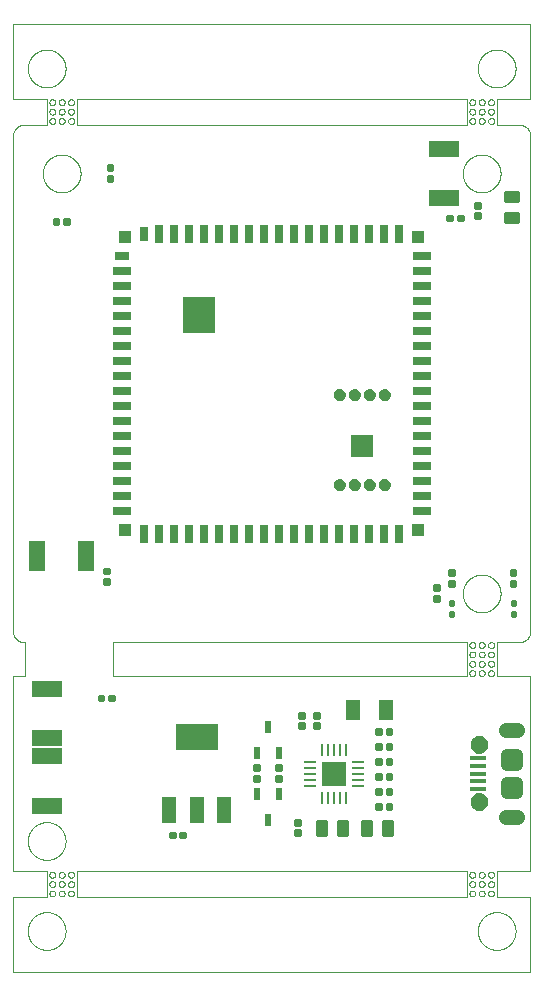
<source format=gtp>
G75*
%MOIN*%
%OFA0B0*%
%FSLAX25Y25*%
%IPPOS*%
%LPD*%
%AMOC8*
5,1,8,0,0,1.08239X$1,22.5*
%
%ADD10C,0.00000*%
%ADD11R,0.10000X0.05300*%
%ADD12R,0.05300X0.10000*%
%ADD13C,0.01142*%
%ADD14C,0.01250*%
%ADD15C,0.01000*%
%ADD16C,0.03740*%
%ADD17R,0.05315X0.01575*%
%ADD18C,0.05000*%
%ADD19C,0.03200*%
%ADD20R,0.04724X0.03150*%
%ADD21R,0.06299X0.03150*%
%ADD22R,0.03150X0.06299*%
%ADD23R,0.03150X0.04724*%
%ADD24R,0.10512X0.11890*%
%ADD25R,0.03937X0.03937*%
%ADD26C,0.02400*%
%ADD27R,0.07795X0.07795*%
%ADD28R,0.00984X0.03937*%
%ADD29R,0.03937X0.00984*%
%ADD30R,0.07874X0.07874*%
%ADD31R,0.05000X0.07000*%
%ADD32R,0.04800X0.08800*%
%ADD33R,0.14173X0.08661*%
%ADD34R,0.02362X0.04134*%
D10*
X0003000Y0001000D02*
X0175500Y0001000D01*
X0175500Y0026000D01*
X0164250Y0026000D01*
X0164250Y0034750D01*
X0175500Y0034750D01*
X0175500Y0099750D01*
X0164250Y0099750D01*
X0164250Y0111000D01*
X0171750Y0111000D01*
X0171870Y0111002D01*
X0171990Y0111008D01*
X0172110Y0111017D01*
X0172230Y0111031D01*
X0172348Y0111048D01*
X0172467Y0111069D01*
X0172584Y0111094D01*
X0172701Y0111123D01*
X0172817Y0111155D01*
X0172932Y0111191D01*
X0173045Y0111231D01*
X0173157Y0111274D01*
X0173268Y0111321D01*
X0173377Y0111371D01*
X0173485Y0111425D01*
X0173590Y0111483D01*
X0173694Y0111543D01*
X0173796Y0111607D01*
X0173895Y0111674D01*
X0173993Y0111745D01*
X0174088Y0111818D01*
X0174181Y0111895D01*
X0174271Y0111974D01*
X0174359Y0112056D01*
X0174444Y0112141D01*
X0174526Y0112229D01*
X0174605Y0112319D01*
X0174682Y0112412D01*
X0174755Y0112507D01*
X0174826Y0112605D01*
X0174893Y0112704D01*
X0174957Y0112806D01*
X0175017Y0112910D01*
X0175075Y0113015D01*
X0175129Y0113123D01*
X0175179Y0113232D01*
X0175226Y0113343D01*
X0175269Y0113455D01*
X0175309Y0113568D01*
X0175345Y0113683D01*
X0175377Y0113799D01*
X0175406Y0113916D01*
X0175431Y0114033D01*
X0175452Y0114152D01*
X0175469Y0114270D01*
X0175483Y0114390D01*
X0175492Y0114510D01*
X0175498Y0114630D01*
X0175500Y0114750D01*
X0175500Y0279750D01*
X0175498Y0279870D01*
X0175492Y0279990D01*
X0175483Y0280110D01*
X0175469Y0280230D01*
X0175452Y0280348D01*
X0175431Y0280467D01*
X0175406Y0280584D01*
X0175377Y0280701D01*
X0175345Y0280817D01*
X0175309Y0280932D01*
X0175269Y0281045D01*
X0175226Y0281157D01*
X0175179Y0281268D01*
X0175129Y0281377D01*
X0175075Y0281485D01*
X0175017Y0281590D01*
X0174957Y0281694D01*
X0174893Y0281796D01*
X0174826Y0281895D01*
X0174755Y0281993D01*
X0174682Y0282088D01*
X0174605Y0282181D01*
X0174526Y0282271D01*
X0174444Y0282359D01*
X0174359Y0282444D01*
X0174271Y0282526D01*
X0174181Y0282605D01*
X0174088Y0282682D01*
X0173993Y0282755D01*
X0173895Y0282826D01*
X0173796Y0282893D01*
X0173694Y0282957D01*
X0173590Y0283017D01*
X0173485Y0283075D01*
X0173377Y0283129D01*
X0173268Y0283179D01*
X0173157Y0283226D01*
X0173045Y0283269D01*
X0172932Y0283309D01*
X0172817Y0283345D01*
X0172701Y0283377D01*
X0172584Y0283406D01*
X0172467Y0283431D01*
X0172348Y0283452D01*
X0172230Y0283469D01*
X0172110Y0283483D01*
X0171990Y0283492D01*
X0171870Y0283498D01*
X0171750Y0283500D01*
X0164250Y0283500D01*
X0164250Y0292250D01*
X0175500Y0292250D01*
X0175500Y0317250D01*
X0003000Y0317250D01*
X0003000Y0292250D01*
X0014250Y0292250D01*
X0014250Y0283500D01*
X0006750Y0283500D01*
X0006630Y0283498D01*
X0006510Y0283492D01*
X0006390Y0283483D01*
X0006270Y0283469D01*
X0006152Y0283452D01*
X0006033Y0283431D01*
X0005916Y0283406D01*
X0005799Y0283377D01*
X0005683Y0283345D01*
X0005568Y0283309D01*
X0005455Y0283269D01*
X0005343Y0283226D01*
X0005232Y0283179D01*
X0005123Y0283129D01*
X0005015Y0283075D01*
X0004910Y0283017D01*
X0004806Y0282957D01*
X0004704Y0282893D01*
X0004605Y0282826D01*
X0004507Y0282755D01*
X0004412Y0282682D01*
X0004319Y0282605D01*
X0004229Y0282526D01*
X0004141Y0282444D01*
X0004056Y0282359D01*
X0003974Y0282271D01*
X0003895Y0282181D01*
X0003818Y0282088D01*
X0003745Y0281993D01*
X0003674Y0281895D01*
X0003607Y0281796D01*
X0003543Y0281694D01*
X0003483Y0281590D01*
X0003425Y0281485D01*
X0003371Y0281377D01*
X0003321Y0281268D01*
X0003274Y0281157D01*
X0003231Y0281045D01*
X0003191Y0280932D01*
X0003155Y0280817D01*
X0003123Y0280701D01*
X0003094Y0280584D01*
X0003069Y0280467D01*
X0003048Y0280348D01*
X0003031Y0280230D01*
X0003017Y0280110D01*
X0003008Y0279990D01*
X0003002Y0279870D01*
X0003000Y0279750D01*
X0003000Y0114750D01*
X0003002Y0114630D01*
X0003008Y0114510D01*
X0003017Y0114390D01*
X0003031Y0114270D01*
X0003048Y0114152D01*
X0003069Y0114033D01*
X0003094Y0113916D01*
X0003123Y0113799D01*
X0003155Y0113683D01*
X0003191Y0113568D01*
X0003231Y0113455D01*
X0003274Y0113343D01*
X0003321Y0113232D01*
X0003371Y0113123D01*
X0003425Y0113015D01*
X0003483Y0112910D01*
X0003543Y0112806D01*
X0003607Y0112704D01*
X0003674Y0112605D01*
X0003745Y0112507D01*
X0003818Y0112412D01*
X0003895Y0112319D01*
X0003974Y0112229D01*
X0004056Y0112141D01*
X0004141Y0112056D01*
X0004229Y0111974D01*
X0004319Y0111895D01*
X0004412Y0111818D01*
X0004507Y0111745D01*
X0004605Y0111674D01*
X0004704Y0111607D01*
X0004806Y0111543D01*
X0004910Y0111483D01*
X0005015Y0111425D01*
X0005123Y0111371D01*
X0005232Y0111321D01*
X0005343Y0111274D01*
X0005455Y0111231D01*
X0005568Y0111191D01*
X0005683Y0111155D01*
X0005799Y0111123D01*
X0005916Y0111094D01*
X0006033Y0111069D01*
X0006152Y0111048D01*
X0006270Y0111031D01*
X0006390Y0111017D01*
X0006510Y0111008D01*
X0006630Y0111002D01*
X0006750Y0111000D01*
X0007062Y0111000D01*
X0007062Y0099750D01*
X0003000Y0099750D01*
X0003000Y0034750D01*
X0014250Y0034750D01*
X0014250Y0026000D01*
X0003000Y0026000D01*
X0003000Y0001000D01*
X0007951Y0014750D02*
X0007953Y0014908D01*
X0007959Y0015066D01*
X0007969Y0015224D01*
X0007983Y0015382D01*
X0008001Y0015539D01*
X0008022Y0015696D01*
X0008048Y0015852D01*
X0008078Y0016008D01*
X0008111Y0016163D01*
X0008149Y0016316D01*
X0008190Y0016469D01*
X0008235Y0016621D01*
X0008284Y0016772D01*
X0008337Y0016921D01*
X0008393Y0017069D01*
X0008453Y0017215D01*
X0008517Y0017360D01*
X0008585Y0017503D01*
X0008656Y0017645D01*
X0008730Y0017785D01*
X0008808Y0017922D01*
X0008890Y0018058D01*
X0008974Y0018192D01*
X0009063Y0018323D01*
X0009154Y0018452D01*
X0009249Y0018579D01*
X0009346Y0018704D01*
X0009447Y0018826D01*
X0009551Y0018945D01*
X0009658Y0019062D01*
X0009768Y0019176D01*
X0009881Y0019287D01*
X0009996Y0019396D01*
X0010114Y0019501D01*
X0010235Y0019603D01*
X0010358Y0019703D01*
X0010484Y0019799D01*
X0010612Y0019892D01*
X0010742Y0019982D01*
X0010875Y0020068D01*
X0011010Y0020152D01*
X0011146Y0020231D01*
X0011285Y0020308D01*
X0011426Y0020380D01*
X0011568Y0020450D01*
X0011712Y0020515D01*
X0011858Y0020577D01*
X0012005Y0020635D01*
X0012154Y0020690D01*
X0012304Y0020741D01*
X0012455Y0020788D01*
X0012607Y0020831D01*
X0012760Y0020870D01*
X0012915Y0020906D01*
X0013070Y0020937D01*
X0013226Y0020965D01*
X0013382Y0020989D01*
X0013539Y0021009D01*
X0013697Y0021025D01*
X0013854Y0021037D01*
X0014013Y0021045D01*
X0014171Y0021049D01*
X0014329Y0021049D01*
X0014487Y0021045D01*
X0014646Y0021037D01*
X0014803Y0021025D01*
X0014961Y0021009D01*
X0015118Y0020989D01*
X0015274Y0020965D01*
X0015430Y0020937D01*
X0015585Y0020906D01*
X0015740Y0020870D01*
X0015893Y0020831D01*
X0016045Y0020788D01*
X0016196Y0020741D01*
X0016346Y0020690D01*
X0016495Y0020635D01*
X0016642Y0020577D01*
X0016788Y0020515D01*
X0016932Y0020450D01*
X0017074Y0020380D01*
X0017215Y0020308D01*
X0017354Y0020231D01*
X0017490Y0020152D01*
X0017625Y0020068D01*
X0017758Y0019982D01*
X0017888Y0019892D01*
X0018016Y0019799D01*
X0018142Y0019703D01*
X0018265Y0019603D01*
X0018386Y0019501D01*
X0018504Y0019396D01*
X0018619Y0019287D01*
X0018732Y0019176D01*
X0018842Y0019062D01*
X0018949Y0018945D01*
X0019053Y0018826D01*
X0019154Y0018704D01*
X0019251Y0018579D01*
X0019346Y0018452D01*
X0019437Y0018323D01*
X0019526Y0018192D01*
X0019610Y0018058D01*
X0019692Y0017922D01*
X0019770Y0017785D01*
X0019844Y0017645D01*
X0019915Y0017503D01*
X0019983Y0017360D01*
X0020047Y0017215D01*
X0020107Y0017069D01*
X0020163Y0016921D01*
X0020216Y0016772D01*
X0020265Y0016621D01*
X0020310Y0016469D01*
X0020351Y0016316D01*
X0020389Y0016163D01*
X0020422Y0016008D01*
X0020452Y0015852D01*
X0020478Y0015696D01*
X0020499Y0015539D01*
X0020517Y0015382D01*
X0020531Y0015224D01*
X0020541Y0015066D01*
X0020547Y0014908D01*
X0020549Y0014750D01*
X0020547Y0014592D01*
X0020541Y0014434D01*
X0020531Y0014276D01*
X0020517Y0014118D01*
X0020499Y0013961D01*
X0020478Y0013804D01*
X0020452Y0013648D01*
X0020422Y0013492D01*
X0020389Y0013337D01*
X0020351Y0013184D01*
X0020310Y0013031D01*
X0020265Y0012879D01*
X0020216Y0012728D01*
X0020163Y0012579D01*
X0020107Y0012431D01*
X0020047Y0012285D01*
X0019983Y0012140D01*
X0019915Y0011997D01*
X0019844Y0011855D01*
X0019770Y0011715D01*
X0019692Y0011578D01*
X0019610Y0011442D01*
X0019526Y0011308D01*
X0019437Y0011177D01*
X0019346Y0011048D01*
X0019251Y0010921D01*
X0019154Y0010796D01*
X0019053Y0010674D01*
X0018949Y0010555D01*
X0018842Y0010438D01*
X0018732Y0010324D01*
X0018619Y0010213D01*
X0018504Y0010104D01*
X0018386Y0009999D01*
X0018265Y0009897D01*
X0018142Y0009797D01*
X0018016Y0009701D01*
X0017888Y0009608D01*
X0017758Y0009518D01*
X0017625Y0009432D01*
X0017490Y0009348D01*
X0017354Y0009269D01*
X0017215Y0009192D01*
X0017074Y0009120D01*
X0016932Y0009050D01*
X0016788Y0008985D01*
X0016642Y0008923D01*
X0016495Y0008865D01*
X0016346Y0008810D01*
X0016196Y0008759D01*
X0016045Y0008712D01*
X0015893Y0008669D01*
X0015740Y0008630D01*
X0015585Y0008594D01*
X0015430Y0008563D01*
X0015274Y0008535D01*
X0015118Y0008511D01*
X0014961Y0008491D01*
X0014803Y0008475D01*
X0014646Y0008463D01*
X0014487Y0008455D01*
X0014329Y0008451D01*
X0014171Y0008451D01*
X0014013Y0008455D01*
X0013854Y0008463D01*
X0013697Y0008475D01*
X0013539Y0008491D01*
X0013382Y0008511D01*
X0013226Y0008535D01*
X0013070Y0008563D01*
X0012915Y0008594D01*
X0012760Y0008630D01*
X0012607Y0008669D01*
X0012455Y0008712D01*
X0012304Y0008759D01*
X0012154Y0008810D01*
X0012005Y0008865D01*
X0011858Y0008923D01*
X0011712Y0008985D01*
X0011568Y0009050D01*
X0011426Y0009120D01*
X0011285Y0009192D01*
X0011146Y0009269D01*
X0011010Y0009348D01*
X0010875Y0009432D01*
X0010742Y0009518D01*
X0010612Y0009608D01*
X0010484Y0009701D01*
X0010358Y0009797D01*
X0010235Y0009897D01*
X0010114Y0009999D01*
X0009996Y0010104D01*
X0009881Y0010213D01*
X0009768Y0010324D01*
X0009658Y0010438D01*
X0009551Y0010555D01*
X0009447Y0010674D01*
X0009346Y0010796D01*
X0009249Y0010921D01*
X0009154Y0011048D01*
X0009063Y0011177D01*
X0008974Y0011308D01*
X0008890Y0011442D01*
X0008808Y0011578D01*
X0008730Y0011715D01*
X0008656Y0011855D01*
X0008585Y0011997D01*
X0008517Y0012140D01*
X0008453Y0012285D01*
X0008393Y0012431D01*
X0008337Y0012579D01*
X0008284Y0012728D01*
X0008235Y0012879D01*
X0008190Y0013031D01*
X0008149Y0013184D01*
X0008111Y0013337D01*
X0008078Y0013492D01*
X0008048Y0013648D01*
X0008022Y0013804D01*
X0008001Y0013961D01*
X0007983Y0014118D01*
X0007969Y0014276D01*
X0007959Y0014434D01*
X0007953Y0014592D01*
X0007951Y0014750D01*
X0015141Y0027250D02*
X0015143Y0027312D01*
X0015149Y0027375D01*
X0015159Y0027436D01*
X0015173Y0027497D01*
X0015190Y0027557D01*
X0015211Y0027616D01*
X0015237Y0027673D01*
X0015265Y0027728D01*
X0015297Y0027782D01*
X0015333Y0027833D01*
X0015371Y0027883D01*
X0015413Y0027929D01*
X0015457Y0027973D01*
X0015505Y0028014D01*
X0015554Y0028052D01*
X0015606Y0028086D01*
X0015660Y0028117D01*
X0015716Y0028145D01*
X0015774Y0028169D01*
X0015833Y0028190D01*
X0015893Y0028206D01*
X0015954Y0028219D01*
X0016016Y0028228D01*
X0016078Y0028233D01*
X0016141Y0028234D01*
X0016203Y0028231D01*
X0016265Y0028224D01*
X0016327Y0028213D01*
X0016387Y0028198D01*
X0016447Y0028180D01*
X0016505Y0028158D01*
X0016562Y0028132D01*
X0016617Y0028102D01*
X0016670Y0028069D01*
X0016721Y0028033D01*
X0016769Y0027994D01*
X0016815Y0027951D01*
X0016858Y0027906D01*
X0016898Y0027858D01*
X0016935Y0027808D01*
X0016969Y0027755D01*
X0017000Y0027701D01*
X0017026Y0027645D01*
X0017050Y0027587D01*
X0017069Y0027527D01*
X0017085Y0027467D01*
X0017097Y0027405D01*
X0017105Y0027344D01*
X0017109Y0027281D01*
X0017109Y0027219D01*
X0017105Y0027156D01*
X0017097Y0027095D01*
X0017085Y0027033D01*
X0017069Y0026973D01*
X0017050Y0026913D01*
X0017026Y0026855D01*
X0017000Y0026799D01*
X0016969Y0026745D01*
X0016935Y0026692D01*
X0016898Y0026642D01*
X0016858Y0026594D01*
X0016815Y0026549D01*
X0016769Y0026506D01*
X0016721Y0026467D01*
X0016670Y0026431D01*
X0016617Y0026398D01*
X0016562Y0026368D01*
X0016505Y0026342D01*
X0016447Y0026320D01*
X0016387Y0026302D01*
X0016327Y0026287D01*
X0016265Y0026276D01*
X0016203Y0026269D01*
X0016141Y0026266D01*
X0016078Y0026267D01*
X0016016Y0026272D01*
X0015954Y0026281D01*
X0015893Y0026294D01*
X0015833Y0026310D01*
X0015774Y0026331D01*
X0015716Y0026355D01*
X0015660Y0026383D01*
X0015606Y0026414D01*
X0015554Y0026448D01*
X0015505Y0026486D01*
X0015457Y0026527D01*
X0015413Y0026571D01*
X0015371Y0026617D01*
X0015333Y0026667D01*
X0015297Y0026718D01*
X0015265Y0026772D01*
X0015237Y0026827D01*
X0015211Y0026884D01*
X0015190Y0026943D01*
X0015173Y0027003D01*
X0015159Y0027064D01*
X0015149Y0027125D01*
X0015143Y0027188D01*
X0015141Y0027250D01*
X0015141Y0030375D02*
X0015143Y0030437D01*
X0015149Y0030500D01*
X0015159Y0030561D01*
X0015173Y0030622D01*
X0015190Y0030682D01*
X0015211Y0030741D01*
X0015237Y0030798D01*
X0015265Y0030853D01*
X0015297Y0030907D01*
X0015333Y0030958D01*
X0015371Y0031008D01*
X0015413Y0031054D01*
X0015457Y0031098D01*
X0015505Y0031139D01*
X0015554Y0031177D01*
X0015606Y0031211D01*
X0015660Y0031242D01*
X0015716Y0031270D01*
X0015774Y0031294D01*
X0015833Y0031315D01*
X0015893Y0031331D01*
X0015954Y0031344D01*
X0016016Y0031353D01*
X0016078Y0031358D01*
X0016141Y0031359D01*
X0016203Y0031356D01*
X0016265Y0031349D01*
X0016327Y0031338D01*
X0016387Y0031323D01*
X0016447Y0031305D01*
X0016505Y0031283D01*
X0016562Y0031257D01*
X0016617Y0031227D01*
X0016670Y0031194D01*
X0016721Y0031158D01*
X0016769Y0031119D01*
X0016815Y0031076D01*
X0016858Y0031031D01*
X0016898Y0030983D01*
X0016935Y0030933D01*
X0016969Y0030880D01*
X0017000Y0030826D01*
X0017026Y0030770D01*
X0017050Y0030712D01*
X0017069Y0030652D01*
X0017085Y0030592D01*
X0017097Y0030530D01*
X0017105Y0030469D01*
X0017109Y0030406D01*
X0017109Y0030344D01*
X0017105Y0030281D01*
X0017097Y0030220D01*
X0017085Y0030158D01*
X0017069Y0030098D01*
X0017050Y0030038D01*
X0017026Y0029980D01*
X0017000Y0029924D01*
X0016969Y0029870D01*
X0016935Y0029817D01*
X0016898Y0029767D01*
X0016858Y0029719D01*
X0016815Y0029674D01*
X0016769Y0029631D01*
X0016721Y0029592D01*
X0016670Y0029556D01*
X0016617Y0029523D01*
X0016562Y0029493D01*
X0016505Y0029467D01*
X0016447Y0029445D01*
X0016387Y0029427D01*
X0016327Y0029412D01*
X0016265Y0029401D01*
X0016203Y0029394D01*
X0016141Y0029391D01*
X0016078Y0029392D01*
X0016016Y0029397D01*
X0015954Y0029406D01*
X0015893Y0029419D01*
X0015833Y0029435D01*
X0015774Y0029456D01*
X0015716Y0029480D01*
X0015660Y0029508D01*
X0015606Y0029539D01*
X0015554Y0029573D01*
X0015505Y0029611D01*
X0015457Y0029652D01*
X0015413Y0029696D01*
X0015371Y0029742D01*
X0015333Y0029792D01*
X0015297Y0029843D01*
X0015265Y0029897D01*
X0015237Y0029952D01*
X0015211Y0030009D01*
X0015190Y0030068D01*
X0015173Y0030128D01*
X0015159Y0030189D01*
X0015149Y0030250D01*
X0015143Y0030313D01*
X0015141Y0030375D01*
X0015141Y0033500D02*
X0015143Y0033562D01*
X0015149Y0033625D01*
X0015159Y0033686D01*
X0015173Y0033747D01*
X0015190Y0033807D01*
X0015211Y0033866D01*
X0015237Y0033923D01*
X0015265Y0033978D01*
X0015297Y0034032D01*
X0015333Y0034083D01*
X0015371Y0034133D01*
X0015413Y0034179D01*
X0015457Y0034223D01*
X0015505Y0034264D01*
X0015554Y0034302D01*
X0015606Y0034336D01*
X0015660Y0034367D01*
X0015716Y0034395D01*
X0015774Y0034419D01*
X0015833Y0034440D01*
X0015893Y0034456D01*
X0015954Y0034469D01*
X0016016Y0034478D01*
X0016078Y0034483D01*
X0016141Y0034484D01*
X0016203Y0034481D01*
X0016265Y0034474D01*
X0016327Y0034463D01*
X0016387Y0034448D01*
X0016447Y0034430D01*
X0016505Y0034408D01*
X0016562Y0034382D01*
X0016617Y0034352D01*
X0016670Y0034319D01*
X0016721Y0034283D01*
X0016769Y0034244D01*
X0016815Y0034201D01*
X0016858Y0034156D01*
X0016898Y0034108D01*
X0016935Y0034058D01*
X0016969Y0034005D01*
X0017000Y0033951D01*
X0017026Y0033895D01*
X0017050Y0033837D01*
X0017069Y0033777D01*
X0017085Y0033717D01*
X0017097Y0033655D01*
X0017105Y0033594D01*
X0017109Y0033531D01*
X0017109Y0033469D01*
X0017105Y0033406D01*
X0017097Y0033345D01*
X0017085Y0033283D01*
X0017069Y0033223D01*
X0017050Y0033163D01*
X0017026Y0033105D01*
X0017000Y0033049D01*
X0016969Y0032995D01*
X0016935Y0032942D01*
X0016898Y0032892D01*
X0016858Y0032844D01*
X0016815Y0032799D01*
X0016769Y0032756D01*
X0016721Y0032717D01*
X0016670Y0032681D01*
X0016617Y0032648D01*
X0016562Y0032618D01*
X0016505Y0032592D01*
X0016447Y0032570D01*
X0016387Y0032552D01*
X0016327Y0032537D01*
X0016265Y0032526D01*
X0016203Y0032519D01*
X0016141Y0032516D01*
X0016078Y0032517D01*
X0016016Y0032522D01*
X0015954Y0032531D01*
X0015893Y0032544D01*
X0015833Y0032560D01*
X0015774Y0032581D01*
X0015716Y0032605D01*
X0015660Y0032633D01*
X0015606Y0032664D01*
X0015554Y0032698D01*
X0015505Y0032736D01*
X0015457Y0032777D01*
X0015413Y0032821D01*
X0015371Y0032867D01*
X0015333Y0032917D01*
X0015297Y0032968D01*
X0015265Y0033022D01*
X0015237Y0033077D01*
X0015211Y0033134D01*
X0015190Y0033193D01*
X0015173Y0033253D01*
X0015159Y0033314D01*
X0015149Y0033375D01*
X0015143Y0033438D01*
X0015141Y0033500D01*
X0018266Y0033500D02*
X0018268Y0033562D01*
X0018274Y0033625D01*
X0018284Y0033686D01*
X0018298Y0033747D01*
X0018315Y0033807D01*
X0018336Y0033866D01*
X0018362Y0033923D01*
X0018390Y0033978D01*
X0018422Y0034032D01*
X0018458Y0034083D01*
X0018496Y0034133D01*
X0018538Y0034179D01*
X0018582Y0034223D01*
X0018630Y0034264D01*
X0018679Y0034302D01*
X0018731Y0034336D01*
X0018785Y0034367D01*
X0018841Y0034395D01*
X0018899Y0034419D01*
X0018958Y0034440D01*
X0019018Y0034456D01*
X0019079Y0034469D01*
X0019141Y0034478D01*
X0019203Y0034483D01*
X0019266Y0034484D01*
X0019328Y0034481D01*
X0019390Y0034474D01*
X0019452Y0034463D01*
X0019512Y0034448D01*
X0019572Y0034430D01*
X0019630Y0034408D01*
X0019687Y0034382D01*
X0019742Y0034352D01*
X0019795Y0034319D01*
X0019846Y0034283D01*
X0019894Y0034244D01*
X0019940Y0034201D01*
X0019983Y0034156D01*
X0020023Y0034108D01*
X0020060Y0034058D01*
X0020094Y0034005D01*
X0020125Y0033951D01*
X0020151Y0033895D01*
X0020175Y0033837D01*
X0020194Y0033777D01*
X0020210Y0033717D01*
X0020222Y0033655D01*
X0020230Y0033594D01*
X0020234Y0033531D01*
X0020234Y0033469D01*
X0020230Y0033406D01*
X0020222Y0033345D01*
X0020210Y0033283D01*
X0020194Y0033223D01*
X0020175Y0033163D01*
X0020151Y0033105D01*
X0020125Y0033049D01*
X0020094Y0032995D01*
X0020060Y0032942D01*
X0020023Y0032892D01*
X0019983Y0032844D01*
X0019940Y0032799D01*
X0019894Y0032756D01*
X0019846Y0032717D01*
X0019795Y0032681D01*
X0019742Y0032648D01*
X0019687Y0032618D01*
X0019630Y0032592D01*
X0019572Y0032570D01*
X0019512Y0032552D01*
X0019452Y0032537D01*
X0019390Y0032526D01*
X0019328Y0032519D01*
X0019266Y0032516D01*
X0019203Y0032517D01*
X0019141Y0032522D01*
X0019079Y0032531D01*
X0019018Y0032544D01*
X0018958Y0032560D01*
X0018899Y0032581D01*
X0018841Y0032605D01*
X0018785Y0032633D01*
X0018731Y0032664D01*
X0018679Y0032698D01*
X0018630Y0032736D01*
X0018582Y0032777D01*
X0018538Y0032821D01*
X0018496Y0032867D01*
X0018458Y0032917D01*
X0018422Y0032968D01*
X0018390Y0033022D01*
X0018362Y0033077D01*
X0018336Y0033134D01*
X0018315Y0033193D01*
X0018298Y0033253D01*
X0018284Y0033314D01*
X0018274Y0033375D01*
X0018268Y0033438D01*
X0018266Y0033500D01*
X0018266Y0030375D02*
X0018268Y0030437D01*
X0018274Y0030500D01*
X0018284Y0030561D01*
X0018298Y0030622D01*
X0018315Y0030682D01*
X0018336Y0030741D01*
X0018362Y0030798D01*
X0018390Y0030853D01*
X0018422Y0030907D01*
X0018458Y0030958D01*
X0018496Y0031008D01*
X0018538Y0031054D01*
X0018582Y0031098D01*
X0018630Y0031139D01*
X0018679Y0031177D01*
X0018731Y0031211D01*
X0018785Y0031242D01*
X0018841Y0031270D01*
X0018899Y0031294D01*
X0018958Y0031315D01*
X0019018Y0031331D01*
X0019079Y0031344D01*
X0019141Y0031353D01*
X0019203Y0031358D01*
X0019266Y0031359D01*
X0019328Y0031356D01*
X0019390Y0031349D01*
X0019452Y0031338D01*
X0019512Y0031323D01*
X0019572Y0031305D01*
X0019630Y0031283D01*
X0019687Y0031257D01*
X0019742Y0031227D01*
X0019795Y0031194D01*
X0019846Y0031158D01*
X0019894Y0031119D01*
X0019940Y0031076D01*
X0019983Y0031031D01*
X0020023Y0030983D01*
X0020060Y0030933D01*
X0020094Y0030880D01*
X0020125Y0030826D01*
X0020151Y0030770D01*
X0020175Y0030712D01*
X0020194Y0030652D01*
X0020210Y0030592D01*
X0020222Y0030530D01*
X0020230Y0030469D01*
X0020234Y0030406D01*
X0020234Y0030344D01*
X0020230Y0030281D01*
X0020222Y0030220D01*
X0020210Y0030158D01*
X0020194Y0030098D01*
X0020175Y0030038D01*
X0020151Y0029980D01*
X0020125Y0029924D01*
X0020094Y0029870D01*
X0020060Y0029817D01*
X0020023Y0029767D01*
X0019983Y0029719D01*
X0019940Y0029674D01*
X0019894Y0029631D01*
X0019846Y0029592D01*
X0019795Y0029556D01*
X0019742Y0029523D01*
X0019687Y0029493D01*
X0019630Y0029467D01*
X0019572Y0029445D01*
X0019512Y0029427D01*
X0019452Y0029412D01*
X0019390Y0029401D01*
X0019328Y0029394D01*
X0019266Y0029391D01*
X0019203Y0029392D01*
X0019141Y0029397D01*
X0019079Y0029406D01*
X0019018Y0029419D01*
X0018958Y0029435D01*
X0018899Y0029456D01*
X0018841Y0029480D01*
X0018785Y0029508D01*
X0018731Y0029539D01*
X0018679Y0029573D01*
X0018630Y0029611D01*
X0018582Y0029652D01*
X0018538Y0029696D01*
X0018496Y0029742D01*
X0018458Y0029792D01*
X0018422Y0029843D01*
X0018390Y0029897D01*
X0018362Y0029952D01*
X0018336Y0030009D01*
X0018315Y0030068D01*
X0018298Y0030128D01*
X0018284Y0030189D01*
X0018274Y0030250D01*
X0018268Y0030313D01*
X0018266Y0030375D01*
X0018266Y0027250D02*
X0018268Y0027312D01*
X0018274Y0027375D01*
X0018284Y0027436D01*
X0018298Y0027497D01*
X0018315Y0027557D01*
X0018336Y0027616D01*
X0018362Y0027673D01*
X0018390Y0027728D01*
X0018422Y0027782D01*
X0018458Y0027833D01*
X0018496Y0027883D01*
X0018538Y0027929D01*
X0018582Y0027973D01*
X0018630Y0028014D01*
X0018679Y0028052D01*
X0018731Y0028086D01*
X0018785Y0028117D01*
X0018841Y0028145D01*
X0018899Y0028169D01*
X0018958Y0028190D01*
X0019018Y0028206D01*
X0019079Y0028219D01*
X0019141Y0028228D01*
X0019203Y0028233D01*
X0019266Y0028234D01*
X0019328Y0028231D01*
X0019390Y0028224D01*
X0019452Y0028213D01*
X0019512Y0028198D01*
X0019572Y0028180D01*
X0019630Y0028158D01*
X0019687Y0028132D01*
X0019742Y0028102D01*
X0019795Y0028069D01*
X0019846Y0028033D01*
X0019894Y0027994D01*
X0019940Y0027951D01*
X0019983Y0027906D01*
X0020023Y0027858D01*
X0020060Y0027808D01*
X0020094Y0027755D01*
X0020125Y0027701D01*
X0020151Y0027645D01*
X0020175Y0027587D01*
X0020194Y0027527D01*
X0020210Y0027467D01*
X0020222Y0027405D01*
X0020230Y0027344D01*
X0020234Y0027281D01*
X0020234Y0027219D01*
X0020230Y0027156D01*
X0020222Y0027095D01*
X0020210Y0027033D01*
X0020194Y0026973D01*
X0020175Y0026913D01*
X0020151Y0026855D01*
X0020125Y0026799D01*
X0020094Y0026745D01*
X0020060Y0026692D01*
X0020023Y0026642D01*
X0019983Y0026594D01*
X0019940Y0026549D01*
X0019894Y0026506D01*
X0019846Y0026467D01*
X0019795Y0026431D01*
X0019742Y0026398D01*
X0019687Y0026368D01*
X0019630Y0026342D01*
X0019572Y0026320D01*
X0019512Y0026302D01*
X0019452Y0026287D01*
X0019390Y0026276D01*
X0019328Y0026269D01*
X0019266Y0026266D01*
X0019203Y0026267D01*
X0019141Y0026272D01*
X0019079Y0026281D01*
X0019018Y0026294D01*
X0018958Y0026310D01*
X0018899Y0026331D01*
X0018841Y0026355D01*
X0018785Y0026383D01*
X0018731Y0026414D01*
X0018679Y0026448D01*
X0018630Y0026486D01*
X0018582Y0026527D01*
X0018538Y0026571D01*
X0018496Y0026617D01*
X0018458Y0026667D01*
X0018422Y0026718D01*
X0018390Y0026772D01*
X0018362Y0026827D01*
X0018336Y0026884D01*
X0018315Y0026943D01*
X0018298Y0027003D01*
X0018284Y0027064D01*
X0018274Y0027125D01*
X0018268Y0027188D01*
X0018266Y0027250D01*
X0021391Y0027250D02*
X0021393Y0027312D01*
X0021399Y0027375D01*
X0021409Y0027436D01*
X0021423Y0027497D01*
X0021440Y0027557D01*
X0021461Y0027616D01*
X0021487Y0027673D01*
X0021515Y0027728D01*
X0021547Y0027782D01*
X0021583Y0027833D01*
X0021621Y0027883D01*
X0021663Y0027929D01*
X0021707Y0027973D01*
X0021755Y0028014D01*
X0021804Y0028052D01*
X0021856Y0028086D01*
X0021910Y0028117D01*
X0021966Y0028145D01*
X0022024Y0028169D01*
X0022083Y0028190D01*
X0022143Y0028206D01*
X0022204Y0028219D01*
X0022266Y0028228D01*
X0022328Y0028233D01*
X0022391Y0028234D01*
X0022453Y0028231D01*
X0022515Y0028224D01*
X0022577Y0028213D01*
X0022637Y0028198D01*
X0022697Y0028180D01*
X0022755Y0028158D01*
X0022812Y0028132D01*
X0022867Y0028102D01*
X0022920Y0028069D01*
X0022971Y0028033D01*
X0023019Y0027994D01*
X0023065Y0027951D01*
X0023108Y0027906D01*
X0023148Y0027858D01*
X0023185Y0027808D01*
X0023219Y0027755D01*
X0023250Y0027701D01*
X0023276Y0027645D01*
X0023300Y0027587D01*
X0023319Y0027527D01*
X0023335Y0027467D01*
X0023347Y0027405D01*
X0023355Y0027344D01*
X0023359Y0027281D01*
X0023359Y0027219D01*
X0023355Y0027156D01*
X0023347Y0027095D01*
X0023335Y0027033D01*
X0023319Y0026973D01*
X0023300Y0026913D01*
X0023276Y0026855D01*
X0023250Y0026799D01*
X0023219Y0026745D01*
X0023185Y0026692D01*
X0023148Y0026642D01*
X0023108Y0026594D01*
X0023065Y0026549D01*
X0023019Y0026506D01*
X0022971Y0026467D01*
X0022920Y0026431D01*
X0022867Y0026398D01*
X0022812Y0026368D01*
X0022755Y0026342D01*
X0022697Y0026320D01*
X0022637Y0026302D01*
X0022577Y0026287D01*
X0022515Y0026276D01*
X0022453Y0026269D01*
X0022391Y0026266D01*
X0022328Y0026267D01*
X0022266Y0026272D01*
X0022204Y0026281D01*
X0022143Y0026294D01*
X0022083Y0026310D01*
X0022024Y0026331D01*
X0021966Y0026355D01*
X0021910Y0026383D01*
X0021856Y0026414D01*
X0021804Y0026448D01*
X0021755Y0026486D01*
X0021707Y0026527D01*
X0021663Y0026571D01*
X0021621Y0026617D01*
X0021583Y0026667D01*
X0021547Y0026718D01*
X0021515Y0026772D01*
X0021487Y0026827D01*
X0021461Y0026884D01*
X0021440Y0026943D01*
X0021423Y0027003D01*
X0021409Y0027064D01*
X0021399Y0027125D01*
X0021393Y0027188D01*
X0021391Y0027250D01*
X0021391Y0030375D02*
X0021393Y0030437D01*
X0021399Y0030500D01*
X0021409Y0030561D01*
X0021423Y0030622D01*
X0021440Y0030682D01*
X0021461Y0030741D01*
X0021487Y0030798D01*
X0021515Y0030853D01*
X0021547Y0030907D01*
X0021583Y0030958D01*
X0021621Y0031008D01*
X0021663Y0031054D01*
X0021707Y0031098D01*
X0021755Y0031139D01*
X0021804Y0031177D01*
X0021856Y0031211D01*
X0021910Y0031242D01*
X0021966Y0031270D01*
X0022024Y0031294D01*
X0022083Y0031315D01*
X0022143Y0031331D01*
X0022204Y0031344D01*
X0022266Y0031353D01*
X0022328Y0031358D01*
X0022391Y0031359D01*
X0022453Y0031356D01*
X0022515Y0031349D01*
X0022577Y0031338D01*
X0022637Y0031323D01*
X0022697Y0031305D01*
X0022755Y0031283D01*
X0022812Y0031257D01*
X0022867Y0031227D01*
X0022920Y0031194D01*
X0022971Y0031158D01*
X0023019Y0031119D01*
X0023065Y0031076D01*
X0023108Y0031031D01*
X0023148Y0030983D01*
X0023185Y0030933D01*
X0023219Y0030880D01*
X0023250Y0030826D01*
X0023276Y0030770D01*
X0023300Y0030712D01*
X0023319Y0030652D01*
X0023335Y0030592D01*
X0023347Y0030530D01*
X0023355Y0030469D01*
X0023359Y0030406D01*
X0023359Y0030344D01*
X0023355Y0030281D01*
X0023347Y0030220D01*
X0023335Y0030158D01*
X0023319Y0030098D01*
X0023300Y0030038D01*
X0023276Y0029980D01*
X0023250Y0029924D01*
X0023219Y0029870D01*
X0023185Y0029817D01*
X0023148Y0029767D01*
X0023108Y0029719D01*
X0023065Y0029674D01*
X0023019Y0029631D01*
X0022971Y0029592D01*
X0022920Y0029556D01*
X0022867Y0029523D01*
X0022812Y0029493D01*
X0022755Y0029467D01*
X0022697Y0029445D01*
X0022637Y0029427D01*
X0022577Y0029412D01*
X0022515Y0029401D01*
X0022453Y0029394D01*
X0022391Y0029391D01*
X0022328Y0029392D01*
X0022266Y0029397D01*
X0022204Y0029406D01*
X0022143Y0029419D01*
X0022083Y0029435D01*
X0022024Y0029456D01*
X0021966Y0029480D01*
X0021910Y0029508D01*
X0021856Y0029539D01*
X0021804Y0029573D01*
X0021755Y0029611D01*
X0021707Y0029652D01*
X0021663Y0029696D01*
X0021621Y0029742D01*
X0021583Y0029792D01*
X0021547Y0029843D01*
X0021515Y0029897D01*
X0021487Y0029952D01*
X0021461Y0030009D01*
X0021440Y0030068D01*
X0021423Y0030128D01*
X0021409Y0030189D01*
X0021399Y0030250D01*
X0021393Y0030313D01*
X0021391Y0030375D01*
X0021391Y0033500D02*
X0021393Y0033562D01*
X0021399Y0033625D01*
X0021409Y0033686D01*
X0021423Y0033747D01*
X0021440Y0033807D01*
X0021461Y0033866D01*
X0021487Y0033923D01*
X0021515Y0033978D01*
X0021547Y0034032D01*
X0021583Y0034083D01*
X0021621Y0034133D01*
X0021663Y0034179D01*
X0021707Y0034223D01*
X0021755Y0034264D01*
X0021804Y0034302D01*
X0021856Y0034336D01*
X0021910Y0034367D01*
X0021966Y0034395D01*
X0022024Y0034419D01*
X0022083Y0034440D01*
X0022143Y0034456D01*
X0022204Y0034469D01*
X0022266Y0034478D01*
X0022328Y0034483D01*
X0022391Y0034484D01*
X0022453Y0034481D01*
X0022515Y0034474D01*
X0022577Y0034463D01*
X0022637Y0034448D01*
X0022697Y0034430D01*
X0022755Y0034408D01*
X0022812Y0034382D01*
X0022867Y0034352D01*
X0022920Y0034319D01*
X0022971Y0034283D01*
X0023019Y0034244D01*
X0023065Y0034201D01*
X0023108Y0034156D01*
X0023148Y0034108D01*
X0023185Y0034058D01*
X0023219Y0034005D01*
X0023250Y0033951D01*
X0023276Y0033895D01*
X0023300Y0033837D01*
X0023319Y0033777D01*
X0023335Y0033717D01*
X0023347Y0033655D01*
X0023355Y0033594D01*
X0023359Y0033531D01*
X0023359Y0033469D01*
X0023355Y0033406D01*
X0023347Y0033345D01*
X0023335Y0033283D01*
X0023319Y0033223D01*
X0023300Y0033163D01*
X0023276Y0033105D01*
X0023250Y0033049D01*
X0023219Y0032995D01*
X0023185Y0032942D01*
X0023148Y0032892D01*
X0023108Y0032844D01*
X0023065Y0032799D01*
X0023019Y0032756D01*
X0022971Y0032717D01*
X0022920Y0032681D01*
X0022867Y0032648D01*
X0022812Y0032618D01*
X0022755Y0032592D01*
X0022697Y0032570D01*
X0022637Y0032552D01*
X0022577Y0032537D01*
X0022515Y0032526D01*
X0022453Y0032519D01*
X0022391Y0032516D01*
X0022328Y0032517D01*
X0022266Y0032522D01*
X0022204Y0032531D01*
X0022143Y0032544D01*
X0022083Y0032560D01*
X0022024Y0032581D01*
X0021966Y0032605D01*
X0021910Y0032633D01*
X0021856Y0032664D01*
X0021804Y0032698D01*
X0021755Y0032736D01*
X0021707Y0032777D01*
X0021663Y0032821D01*
X0021621Y0032867D01*
X0021583Y0032917D01*
X0021547Y0032968D01*
X0021515Y0033022D01*
X0021487Y0033077D01*
X0021461Y0033134D01*
X0021440Y0033193D01*
X0021423Y0033253D01*
X0021409Y0033314D01*
X0021399Y0033375D01*
X0021393Y0033438D01*
X0021391Y0033500D01*
X0024250Y0034750D02*
X0024250Y0026000D01*
X0154250Y0026000D01*
X0154250Y0034750D01*
X0024250Y0034750D01*
X0007951Y0044750D02*
X0007953Y0044908D01*
X0007959Y0045066D01*
X0007969Y0045224D01*
X0007983Y0045382D01*
X0008001Y0045539D01*
X0008022Y0045696D01*
X0008048Y0045852D01*
X0008078Y0046008D01*
X0008111Y0046163D01*
X0008149Y0046316D01*
X0008190Y0046469D01*
X0008235Y0046621D01*
X0008284Y0046772D01*
X0008337Y0046921D01*
X0008393Y0047069D01*
X0008453Y0047215D01*
X0008517Y0047360D01*
X0008585Y0047503D01*
X0008656Y0047645D01*
X0008730Y0047785D01*
X0008808Y0047922D01*
X0008890Y0048058D01*
X0008974Y0048192D01*
X0009063Y0048323D01*
X0009154Y0048452D01*
X0009249Y0048579D01*
X0009346Y0048704D01*
X0009447Y0048826D01*
X0009551Y0048945D01*
X0009658Y0049062D01*
X0009768Y0049176D01*
X0009881Y0049287D01*
X0009996Y0049396D01*
X0010114Y0049501D01*
X0010235Y0049603D01*
X0010358Y0049703D01*
X0010484Y0049799D01*
X0010612Y0049892D01*
X0010742Y0049982D01*
X0010875Y0050068D01*
X0011010Y0050152D01*
X0011146Y0050231D01*
X0011285Y0050308D01*
X0011426Y0050380D01*
X0011568Y0050450D01*
X0011712Y0050515D01*
X0011858Y0050577D01*
X0012005Y0050635D01*
X0012154Y0050690D01*
X0012304Y0050741D01*
X0012455Y0050788D01*
X0012607Y0050831D01*
X0012760Y0050870D01*
X0012915Y0050906D01*
X0013070Y0050937D01*
X0013226Y0050965D01*
X0013382Y0050989D01*
X0013539Y0051009D01*
X0013697Y0051025D01*
X0013854Y0051037D01*
X0014013Y0051045D01*
X0014171Y0051049D01*
X0014329Y0051049D01*
X0014487Y0051045D01*
X0014646Y0051037D01*
X0014803Y0051025D01*
X0014961Y0051009D01*
X0015118Y0050989D01*
X0015274Y0050965D01*
X0015430Y0050937D01*
X0015585Y0050906D01*
X0015740Y0050870D01*
X0015893Y0050831D01*
X0016045Y0050788D01*
X0016196Y0050741D01*
X0016346Y0050690D01*
X0016495Y0050635D01*
X0016642Y0050577D01*
X0016788Y0050515D01*
X0016932Y0050450D01*
X0017074Y0050380D01*
X0017215Y0050308D01*
X0017354Y0050231D01*
X0017490Y0050152D01*
X0017625Y0050068D01*
X0017758Y0049982D01*
X0017888Y0049892D01*
X0018016Y0049799D01*
X0018142Y0049703D01*
X0018265Y0049603D01*
X0018386Y0049501D01*
X0018504Y0049396D01*
X0018619Y0049287D01*
X0018732Y0049176D01*
X0018842Y0049062D01*
X0018949Y0048945D01*
X0019053Y0048826D01*
X0019154Y0048704D01*
X0019251Y0048579D01*
X0019346Y0048452D01*
X0019437Y0048323D01*
X0019526Y0048192D01*
X0019610Y0048058D01*
X0019692Y0047922D01*
X0019770Y0047785D01*
X0019844Y0047645D01*
X0019915Y0047503D01*
X0019983Y0047360D01*
X0020047Y0047215D01*
X0020107Y0047069D01*
X0020163Y0046921D01*
X0020216Y0046772D01*
X0020265Y0046621D01*
X0020310Y0046469D01*
X0020351Y0046316D01*
X0020389Y0046163D01*
X0020422Y0046008D01*
X0020452Y0045852D01*
X0020478Y0045696D01*
X0020499Y0045539D01*
X0020517Y0045382D01*
X0020531Y0045224D01*
X0020541Y0045066D01*
X0020547Y0044908D01*
X0020549Y0044750D01*
X0020547Y0044592D01*
X0020541Y0044434D01*
X0020531Y0044276D01*
X0020517Y0044118D01*
X0020499Y0043961D01*
X0020478Y0043804D01*
X0020452Y0043648D01*
X0020422Y0043492D01*
X0020389Y0043337D01*
X0020351Y0043184D01*
X0020310Y0043031D01*
X0020265Y0042879D01*
X0020216Y0042728D01*
X0020163Y0042579D01*
X0020107Y0042431D01*
X0020047Y0042285D01*
X0019983Y0042140D01*
X0019915Y0041997D01*
X0019844Y0041855D01*
X0019770Y0041715D01*
X0019692Y0041578D01*
X0019610Y0041442D01*
X0019526Y0041308D01*
X0019437Y0041177D01*
X0019346Y0041048D01*
X0019251Y0040921D01*
X0019154Y0040796D01*
X0019053Y0040674D01*
X0018949Y0040555D01*
X0018842Y0040438D01*
X0018732Y0040324D01*
X0018619Y0040213D01*
X0018504Y0040104D01*
X0018386Y0039999D01*
X0018265Y0039897D01*
X0018142Y0039797D01*
X0018016Y0039701D01*
X0017888Y0039608D01*
X0017758Y0039518D01*
X0017625Y0039432D01*
X0017490Y0039348D01*
X0017354Y0039269D01*
X0017215Y0039192D01*
X0017074Y0039120D01*
X0016932Y0039050D01*
X0016788Y0038985D01*
X0016642Y0038923D01*
X0016495Y0038865D01*
X0016346Y0038810D01*
X0016196Y0038759D01*
X0016045Y0038712D01*
X0015893Y0038669D01*
X0015740Y0038630D01*
X0015585Y0038594D01*
X0015430Y0038563D01*
X0015274Y0038535D01*
X0015118Y0038511D01*
X0014961Y0038491D01*
X0014803Y0038475D01*
X0014646Y0038463D01*
X0014487Y0038455D01*
X0014329Y0038451D01*
X0014171Y0038451D01*
X0014013Y0038455D01*
X0013854Y0038463D01*
X0013697Y0038475D01*
X0013539Y0038491D01*
X0013382Y0038511D01*
X0013226Y0038535D01*
X0013070Y0038563D01*
X0012915Y0038594D01*
X0012760Y0038630D01*
X0012607Y0038669D01*
X0012455Y0038712D01*
X0012304Y0038759D01*
X0012154Y0038810D01*
X0012005Y0038865D01*
X0011858Y0038923D01*
X0011712Y0038985D01*
X0011568Y0039050D01*
X0011426Y0039120D01*
X0011285Y0039192D01*
X0011146Y0039269D01*
X0011010Y0039348D01*
X0010875Y0039432D01*
X0010742Y0039518D01*
X0010612Y0039608D01*
X0010484Y0039701D01*
X0010358Y0039797D01*
X0010235Y0039897D01*
X0010114Y0039999D01*
X0009996Y0040104D01*
X0009881Y0040213D01*
X0009768Y0040324D01*
X0009658Y0040438D01*
X0009551Y0040555D01*
X0009447Y0040674D01*
X0009346Y0040796D01*
X0009249Y0040921D01*
X0009154Y0041048D01*
X0009063Y0041177D01*
X0008974Y0041308D01*
X0008890Y0041442D01*
X0008808Y0041578D01*
X0008730Y0041715D01*
X0008656Y0041855D01*
X0008585Y0041997D01*
X0008517Y0042140D01*
X0008453Y0042285D01*
X0008393Y0042431D01*
X0008337Y0042579D01*
X0008284Y0042728D01*
X0008235Y0042879D01*
X0008190Y0043031D01*
X0008149Y0043184D01*
X0008111Y0043337D01*
X0008078Y0043492D01*
X0008048Y0043648D01*
X0008022Y0043804D01*
X0008001Y0043961D01*
X0007983Y0044118D01*
X0007969Y0044276D01*
X0007959Y0044434D01*
X0007953Y0044592D01*
X0007951Y0044750D01*
X0036438Y0099750D02*
X0036438Y0111000D01*
X0154250Y0111000D01*
X0154250Y0099750D01*
X0036438Y0099750D01*
X0012951Y0267250D02*
X0012953Y0267408D01*
X0012959Y0267566D01*
X0012969Y0267724D01*
X0012983Y0267882D01*
X0013001Y0268039D01*
X0013022Y0268196D01*
X0013048Y0268352D01*
X0013078Y0268508D01*
X0013111Y0268663D01*
X0013149Y0268816D01*
X0013190Y0268969D01*
X0013235Y0269121D01*
X0013284Y0269272D01*
X0013337Y0269421D01*
X0013393Y0269569D01*
X0013453Y0269715D01*
X0013517Y0269860D01*
X0013585Y0270003D01*
X0013656Y0270145D01*
X0013730Y0270285D01*
X0013808Y0270422D01*
X0013890Y0270558D01*
X0013974Y0270692D01*
X0014063Y0270823D01*
X0014154Y0270952D01*
X0014249Y0271079D01*
X0014346Y0271204D01*
X0014447Y0271326D01*
X0014551Y0271445D01*
X0014658Y0271562D01*
X0014768Y0271676D01*
X0014881Y0271787D01*
X0014996Y0271896D01*
X0015114Y0272001D01*
X0015235Y0272103D01*
X0015358Y0272203D01*
X0015484Y0272299D01*
X0015612Y0272392D01*
X0015742Y0272482D01*
X0015875Y0272568D01*
X0016010Y0272652D01*
X0016146Y0272731D01*
X0016285Y0272808D01*
X0016426Y0272880D01*
X0016568Y0272950D01*
X0016712Y0273015D01*
X0016858Y0273077D01*
X0017005Y0273135D01*
X0017154Y0273190D01*
X0017304Y0273241D01*
X0017455Y0273288D01*
X0017607Y0273331D01*
X0017760Y0273370D01*
X0017915Y0273406D01*
X0018070Y0273437D01*
X0018226Y0273465D01*
X0018382Y0273489D01*
X0018539Y0273509D01*
X0018697Y0273525D01*
X0018854Y0273537D01*
X0019013Y0273545D01*
X0019171Y0273549D01*
X0019329Y0273549D01*
X0019487Y0273545D01*
X0019646Y0273537D01*
X0019803Y0273525D01*
X0019961Y0273509D01*
X0020118Y0273489D01*
X0020274Y0273465D01*
X0020430Y0273437D01*
X0020585Y0273406D01*
X0020740Y0273370D01*
X0020893Y0273331D01*
X0021045Y0273288D01*
X0021196Y0273241D01*
X0021346Y0273190D01*
X0021495Y0273135D01*
X0021642Y0273077D01*
X0021788Y0273015D01*
X0021932Y0272950D01*
X0022074Y0272880D01*
X0022215Y0272808D01*
X0022354Y0272731D01*
X0022490Y0272652D01*
X0022625Y0272568D01*
X0022758Y0272482D01*
X0022888Y0272392D01*
X0023016Y0272299D01*
X0023142Y0272203D01*
X0023265Y0272103D01*
X0023386Y0272001D01*
X0023504Y0271896D01*
X0023619Y0271787D01*
X0023732Y0271676D01*
X0023842Y0271562D01*
X0023949Y0271445D01*
X0024053Y0271326D01*
X0024154Y0271204D01*
X0024251Y0271079D01*
X0024346Y0270952D01*
X0024437Y0270823D01*
X0024526Y0270692D01*
X0024610Y0270558D01*
X0024692Y0270422D01*
X0024770Y0270285D01*
X0024844Y0270145D01*
X0024915Y0270003D01*
X0024983Y0269860D01*
X0025047Y0269715D01*
X0025107Y0269569D01*
X0025163Y0269421D01*
X0025216Y0269272D01*
X0025265Y0269121D01*
X0025310Y0268969D01*
X0025351Y0268816D01*
X0025389Y0268663D01*
X0025422Y0268508D01*
X0025452Y0268352D01*
X0025478Y0268196D01*
X0025499Y0268039D01*
X0025517Y0267882D01*
X0025531Y0267724D01*
X0025541Y0267566D01*
X0025547Y0267408D01*
X0025549Y0267250D01*
X0025547Y0267092D01*
X0025541Y0266934D01*
X0025531Y0266776D01*
X0025517Y0266618D01*
X0025499Y0266461D01*
X0025478Y0266304D01*
X0025452Y0266148D01*
X0025422Y0265992D01*
X0025389Y0265837D01*
X0025351Y0265684D01*
X0025310Y0265531D01*
X0025265Y0265379D01*
X0025216Y0265228D01*
X0025163Y0265079D01*
X0025107Y0264931D01*
X0025047Y0264785D01*
X0024983Y0264640D01*
X0024915Y0264497D01*
X0024844Y0264355D01*
X0024770Y0264215D01*
X0024692Y0264078D01*
X0024610Y0263942D01*
X0024526Y0263808D01*
X0024437Y0263677D01*
X0024346Y0263548D01*
X0024251Y0263421D01*
X0024154Y0263296D01*
X0024053Y0263174D01*
X0023949Y0263055D01*
X0023842Y0262938D01*
X0023732Y0262824D01*
X0023619Y0262713D01*
X0023504Y0262604D01*
X0023386Y0262499D01*
X0023265Y0262397D01*
X0023142Y0262297D01*
X0023016Y0262201D01*
X0022888Y0262108D01*
X0022758Y0262018D01*
X0022625Y0261932D01*
X0022490Y0261848D01*
X0022354Y0261769D01*
X0022215Y0261692D01*
X0022074Y0261620D01*
X0021932Y0261550D01*
X0021788Y0261485D01*
X0021642Y0261423D01*
X0021495Y0261365D01*
X0021346Y0261310D01*
X0021196Y0261259D01*
X0021045Y0261212D01*
X0020893Y0261169D01*
X0020740Y0261130D01*
X0020585Y0261094D01*
X0020430Y0261063D01*
X0020274Y0261035D01*
X0020118Y0261011D01*
X0019961Y0260991D01*
X0019803Y0260975D01*
X0019646Y0260963D01*
X0019487Y0260955D01*
X0019329Y0260951D01*
X0019171Y0260951D01*
X0019013Y0260955D01*
X0018854Y0260963D01*
X0018697Y0260975D01*
X0018539Y0260991D01*
X0018382Y0261011D01*
X0018226Y0261035D01*
X0018070Y0261063D01*
X0017915Y0261094D01*
X0017760Y0261130D01*
X0017607Y0261169D01*
X0017455Y0261212D01*
X0017304Y0261259D01*
X0017154Y0261310D01*
X0017005Y0261365D01*
X0016858Y0261423D01*
X0016712Y0261485D01*
X0016568Y0261550D01*
X0016426Y0261620D01*
X0016285Y0261692D01*
X0016146Y0261769D01*
X0016010Y0261848D01*
X0015875Y0261932D01*
X0015742Y0262018D01*
X0015612Y0262108D01*
X0015484Y0262201D01*
X0015358Y0262297D01*
X0015235Y0262397D01*
X0015114Y0262499D01*
X0014996Y0262604D01*
X0014881Y0262713D01*
X0014768Y0262824D01*
X0014658Y0262938D01*
X0014551Y0263055D01*
X0014447Y0263174D01*
X0014346Y0263296D01*
X0014249Y0263421D01*
X0014154Y0263548D01*
X0014063Y0263677D01*
X0013974Y0263808D01*
X0013890Y0263942D01*
X0013808Y0264078D01*
X0013730Y0264215D01*
X0013656Y0264355D01*
X0013585Y0264497D01*
X0013517Y0264640D01*
X0013453Y0264785D01*
X0013393Y0264931D01*
X0013337Y0265079D01*
X0013284Y0265228D01*
X0013235Y0265379D01*
X0013190Y0265531D01*
X0013149Y0265684D01*
X0013111Y0265837D01*
X0013078Y0265992D01*
X0013048Y0266148D01*
X0013022Y0266304D01*
X0013001Y0266461D01*
X0012983Y0266618D01*
X0012969Y0266776D01*
X0012959Y0266934D01*
X0012953Y0267092D01*
X0012951Y0267250D01*
X0015141Y0284750D02*
X0015143Y0284812D01*
X0015149Y0284875D01*
X0015159Y0284936D01*
X0015173Y0284997D01*
X0015190Y0285057D01*
X0015211Y0285116D01*
X0015237Y0285173D01*
X0015265Y0285228D01*
X0015297Y0285282D01*
X0015333Y0285333D01*
X0015371Y0285383D01*
X0015413Y0285429D01*
X0015457Y0285473D01*
X0015505Y0285514D01*
X0015554Y0285552D01*
X0015606Y0285586D01*
X0015660Y0285617D01*
X0015716Y0285645D01*
X0015774Y0285669D01*
X0015833Y0285690D01*
X0015893Y0285706D01*
X0015954Y0285719D01*
X0016016Y0285728D01*
X0016078Y0285733D01*
X0016141Y0285734D01*
X0016203Y0285731D01*
X0016265Y0285724D01*
X0016327Y0285713D01*
X0016387Y0285698D01*
X0016447Y0285680D01*
X0016505Y0285658D01*
X0016562Y0285632D01*
X0016617Y0285602D01*
X0016670Y0285569D01*
X0016721Y0285533D01*
X0016769Y0285494D01*
X0016815Y0285451D01*
X0016858Y0285406D01*
X0016898Y0285358D01*
X0016935Y0285308D01*
X0016969Y0285255D01*
X0017000Y0285201D01*
X0017026Y0285145D01*
X0017050Y0285087D01*
X0017069Y0285027D01*
X0017085Y0284967D01*
X0017097Y0284905D01*
X0017105Y0284844D01*
X0017109Y0284781D01*
X0017109Y0284719D01*
X0017105Y0284656D01*
X0017097Y0284595D01*
X0017085Y0284533D01*
X0017069Y0284473D01*
X0017050Y0284413D01*
X0017026Y0284355D01*
X0017000Y0284299D01*
X0016969Y0284245D01*
X0016935Y0284192D01*
X0016898Y0284142D01*
X0016858Y0284094D01*
X0016815Y0284049D01*
X0016769Y0284006D01*
X0016721Y0283967D01*
X0016670Y0283931D01*
X0016617Y0283898D01*
X0016562Y0283868D01*
X0016505Y0283842D01*
X0016447Y0283820D01*
X0016387Y0283802D01*
X0016327Y0283787D01*
X0016265Y0283776D01*
X0016203Y0283769D01*
X0016141Y0283766D01*
X0016078Y0283767D01*
X0016016Y0283772D01*
X0015954Y0283781D01*
X0015893Y0283794D01*
X0015833Y0283810D01*
X0015774Y0283831D01*
X0015716Y0283855D01*
X0015660Y0283883D01*
X0015606Y0283914D01*
X0015554Y0283948D01*
X0015505Y0283986D01*
X0015457Y0284027D01*
X0015413Y0284071D01*
X0015371Y0284117D01*
X0015333Y0284167D01*
X0015297Y0284218D01*
X0015265Y0284272D01*
X0015237Y0284327D01*
X0015211Y0284384D01*
X0015190Y0284443D01*
X0015173Y0284503D01*
X0015159Y0284564D01*
X0015149Y0284625D01*
X0015143Y0284688D01*
X0015141Y0284750D01*
X0015141Y0287875D02*
X0015143Y0287937D01*
X0015149Y0288000D01*
X0015159Y0288061D01*
X0015173Y0288122D01*
X0015190Y0288182D01*
X0015211Y0288241D01*
X0015237Y0288298D01*
X0015265Y0288353D01*
X0015297Y0288407D01*
X0015333Y0288458D01*
X0015371Y0288508D01*
X0015413Y0288554D01*
X0015457Y0288598D01*
X0015505Y0288639D01*
X0015554Y0288677D01*
X0015606Y0288711D01*
X0015660Y0288742D01*
X0015716Y0288770D01*
X0015774Y0288794D01*
X0015833Y0288815D01*
X0015893Y0288831D01*
X0015954Y0288844D01*
X0016016Y0288853D01*
X0016078Y0288858D01*
X0016141Y0288859D01*
X0016203Y0288856D01*
X0016265Y0288849D01*
X0016327Y0288838D01*
X0016387Y0288823D01*
X0016447Y0288805D01*
X0016505Y0288783D01*
X0016562Y0288757D01*
X0016617Y0288727D01*
X0016670Y0288694D01*
X0016721Y0288658D01*
X0016769Y0288619D01*
X0016815Y0288576D01*
X0016858Y0288531D01*
X0016898Y0288483D01*
X0016935Y0288433D01*
X0016969Y0288380D01*
X0017000Y0288326D01*
X0017026Y0288270D01*
X0017050Y0288212D01*
X0017069Y0288152D01*
X0017085Y0288092D01*
X0017097Y0288030D01*
X0017105Y0287969D01*
X0017109Y0287906D01*
X0017109Y0287844D01*
X0017105Y0287781D01*
X0017097Y0287720D01*
X0017085Y0287658D01*
X0017069Y0287598D01*
X0017050Y0287538D01*
X0017026Y0287480D01*
X0017000Y0287424D01*
X0016969Y0287370D01*
X0016935Y0287317D01*
X0016898Y0287267D01*
X0016858Y0287219D01*
X0016815Y0287174D01*
X0016769Y0287131D01*
X0016721Y0287092D01*
X0016670Y0287056D01*
X0016617Y0287023D01*
X0016562Y0286993D01*
X0016505Y0286967D01*
X0016447Y0286945D01*
X0016387Y0286927D01*
X0016327Y0286912D01*
X0016265Y0286901D01*
X0016203Y0286894D01*
X0016141Y0286891D01*
X0016078Y0286892D01*
X0016016Y0286897D01*
X0015954Y0286906D01*
X0015893Y0286919D01*
X0015833Y0286935D01*
X0015774Y0286956D01*
X0015716Y0286980D01*
X0015660Y0287008D01*
X0015606Y0287039D01*
X0015554Y0287073D01*
X0015505Y0287111D01*
X0015457Y0287152D01*
X0015413Y0287196D01*
X0015371Y0287242D01*
X0015333Y0287292D01*
X0015297Y0287343D01*
X0015265Y0287397D01*
X0015237Y0287452D01*
X0015211Y0287509D01*
X0015190Y0287568D01*
X0015173Y0287628D01*
X0015159Y0287689D01*
X0015149Y0287750D01*
X0015143Y0287813D01*
X0015141Y0287875D01*
X0015141Y0291000D02*
X0015143Y0291062D01*
X0015149Y0291125D01*
X0015159Y0291186D01*
X0015173Y0291247D01*
X0015190Y0291307D01*
X0015211Y0291366D01*
X0015237Y0291423D01*
X0015265Y0291478D01*
X0015297Y0291532D01*
X0015333Y0291583D01*
X0015371Y0291633D01*
X0015413Y0291679D01*
X0015457Y0291723D01*
X0015505Y0291764D01*
X0015554Y0291802D01*
X0015606Y0291836D01*
X0015660Y0291867D01*
X0015716Y0291895D01*
X0015774Y0291919D01*
X0015833Y0291940D01*
X0015893Y0291956D01*
X0015954Y0291969D01*
X0016016Y0291978D01*
X0016078Y0291983D01*
X0016141Y0291984D01*
X0016203Y0291981D01*
X0016265Y0291974D01*
X0016327Y0291963D01*
X0016387Y0291948D01*
X0016447Y0291930D01*
X0016505Y0291908D01*
X0016562Y0291882D01*
X0016617Y0291852D01*
X0016670Y0291819D01*
X0016721Y0291783D01*
X0016769Y0291744D01*
X0016815Y0291701D01*
X0016858Y0291656D01*
X0016898Y0291608D01*
X0016935Y0291558D01*
X0016969Y0291505D01*
X0017000Y0291451D01*
X0017026Y0291395D01*
X0017050Y0291337D01*
X0017069Y0291277D01*
X0017085Y0291217D01*
X0017097Y0291155D01*
X0017105Y0291094D01*
X0017109Y0291031D01*
X0017109Y0290969D01*
X0017105Y0290906D01*
X0017097Y0290845D01*
X0017085Y0290783D01*
X0017069Y0290723D01*
X0017050Y0290663D01*
X0017026Y0290605D01*
X0017000Y0290549D01*
X0016969Y0290495D01*
X0016935Y0290442D01*
X0016898Y0290392D01*
X0016858Y0290344D01*
X0016815Y0290299D01*
X0016769Y0290256D01*
X0016721Y0290217D01*
X0016670Y0290181D01*
X0016617Y0290148D01*
X0016562Y0290118D01*
X0016505Y0290092D01*
X0016447Y0290070D01*
X0016387Y0290052D01*
X0016327Y0290037D01*
X0016265Y0290026D01*
X0016203Y0290019D01*
X0016141Y0290016D01*
X0016078Y0290017D01*
X0016016Y0290022D01*
X0015954Y0290031D01*
X0015893Y0290044D01*
X0015833Y0290060D01*
X0015774Y0290081D01*
X0015716Y0290105D01*
X0015660Y0290133D01*
X0015606Y0290164D01*
X0015554Y0290198D01*
X0015505Y0290236D01*
X0015457Y0290277D01*
X0015413Y0290321D01*
X0015371Y0290367D01*
X0015333Y0290417D01*
X0015297Y0290468D01*
X0015265Y0290522D01*
X0015237Y0290577D01*
X0015211Y0290634D01*
X0015190Y0290693D01*
X0015173Y0290753D01*
X0015159Y0290814D01*
X0015149Y0290875D01*
X0015143Y0290938D01*
X0015141Y0291000D01*
X0018266Y0291000D02*
X0018268Y0291062D01*
X0018274Y0291125D01*
X0018284Y0291186D01*
X0018298Y0291247D01*
X0018315Y0291307D01*
X0018336Y0291366D01*
X0018362Y0291423D01*
X0018390Y0291478D01*
X0018422Y0291532D01*
X0018458Y0291583D01*
X0018496Y0291633D01*
X0018538Y0291679D01*
X0018582Y0291723D01*
X0018630Y0291764D01*
X0018679Y0291802D01*
X0018731Y0291836D01*
X0018785Y0291867D01*
X0018841Y0291895D01*
X0018899Y0291919D01*
X0018958Y0291940D01*
X0019018Y0291956D01*
X0019079Y0291969D01*
X0019141Y0291978D01*
X0019203Y0291983D01*
X0019266Y0291984D01*
X0019328Y0291981D01*
X0019390Y0291974D01*
X0019452Y0291963D01*
X0019512Y0291948D01*
X0019572Y0291930D01*
X0019630Y0291908D01*
X0019687Y0291882D01*
X0019742Y0291852D01*
X0019795Y0291819D01*
X0019846Y0291783D01*
X0019894Y0291744D01*
X0019940Y0291701D01*
X0019983Y0291656D01*
X0020023Y0291608D01*
X0020060Y0291558D01*
X0020094Y0291505D01*
X0020125Y0291451D01*
X0020151Y0291395D01*
X0020175Y0291337D01*
X0020194Y0291277D01*
X0020210Y0291217D01*
X0020222Y0291155D01*
X0020230Y0291094D01*
X0020234Y0291031D01*
X0020234Y0290969D01*
X0020230Y0290906D01*
X0020222Y0290845D01*
X0020210Y0290783D01*
X0020194Y0290723D01*
X0020175Y0290663D01*
X0020151Y0290605D01*
X0020125Y0290549D01*
X0020094Y0290495D01*
X0020060Y0290442D01*
X0020023Y0290392D01*
X0019983Y0290344D01*
X0019940Y0290299D01*
X0019894Y0290256D01*
X0019846Y0290217D01*
X0019795Y0290181D01*
X0019742Y0290148D01*
X0019687Y0290118D01*
X0019630Y0290092D01*
X0019572Y0290070D01*
X0019512Y0290052D01*
X0019452Y0290037D01*
X0019390Y0290026D01*
X0019328Y0290019D01*
X0019266Y0290016D01*
X0019203Y0290017D01*
X0019141Y0290022D01*
X0019079Y0290031D01*
X0019018Y0290044D01*
X0018958Y0290060D01*
X0018899Y0290081D01*
X0018841Y0290105D01*
X0018785Y0290133D01*
X0018731Y0290164D01*
X0018679Y0290198D01*
X0018630Y0290236D01*
X0018582Y0290277D01*
X0018538Y0290321D01*
X0018496Y0290367D01*
X0018458Y0290417D01*
X0018422Y0290468D01*
X0018390Y0290522D01*
X0018362Y0290577D01*
X0018336Y0290634D01*
X0018315Y0290693D01*
X0018298Y0290753D01*
X0018284Y0290814D01*
X0018274Y0290875D01*
X0018268Y0290938D01*
X0018266Y0291000D01*
X0018266Y0287875D02*
X0018268Y0287937D01*
X0018274Y0288000D01*
X0018284Y0288061D01*
X0018298Y0288122D01*
X0018315Y0288182D01*
X0018336Y0288241D01*
X0018362Y0288298D01*
X0018390Y0288353D01*
X0018422Y0288407D01*
X0018458Y0288458D01*
X0018496Y0288508D01*
X0018538Y0288554D01*
X0018582Y0288598D01*
X0018630Y0288639D01*
X0018679Y0288677D01*
X0018731Y0288711D01*
X0018785Y0288742D01*
X0018841Y0288770D01*
X0018899Y0288794D01*
X0018958Y0288815D01*
X0019018Y0288831D01*
X0019079Y0288844D01*
X0019141Y0288853D01*
X0019203Y0288858D01*
X0019266Y0288859D01*
X0019328Y0288856D01*
X0019390Y0288849D01*
X0019452Y0288838D01*
X0019512Y0288823D01*
X0019572Y0288805D01*
X0019630Y0288783D01*
X0019687Y0288757D01*
X0019742Y0288727D01*
X0019795Y0288694D01*
X0019846Y0288658D01*
X0019894Y0288619D01*
X0019940Y0288576D01*
X0019983Y0288531D01*
X0020023Y0288483D01*
X0020060Y0288433D01*
X0020094Y0288380D01*
X0020125Y0288326D01*
X0020151Y0288270D01*
X0020175Y0288212D01*
X0020194Y0288152D01*
X0020210Y0288092D01*
X0020222Y0288030D01*
X0020230Y0287969D01*
X0020234Y0287906D01*
X0020234Y0287844D01*
X0020230Y0287781D01*
X0020222Y0287720D01*
X0020210Y0287658D01*
X0020194Y0287598D01*
X0020175Y0287538D01*
X0020151Y0287480D01*
X0020125Y0287424D01*
X0020094Y0287370D01*
X0020060Y0287317D01*
X0020023Y0287267D01*
X0019983Y0287219D01*
X0019940Y0287174D01*
X0019894Y0287131D01*
X0019846Y0287092D01*
X0019795Y0287056D01*
X0019742Y0287023D01*
X0019687Y0286993D01*
X0019630Y0286967D01*
X0019572Y0286945D01*
X0019512Y0286927D01*
X0019452Y0286912D01*
X0019390Y0286901D01*
X0019328Y0286894D01*
X0019266Y0286891D01*
X0019203Y0286892D01*
X0019141Y0286897D01*
X0019079Y0286906D01*
X0019018Y0286919D01*
X0018958Y0286935D01*
X0018899Y0286956D01*
X0018841Y0286980D01*
X0018785Y0287008D01*
X0018731Y0287039D01*
X0018679Y0287073D01*
X0018630Y0287111D01*
X0018582Y0287152D01*
X0018538Y0287196D01*
X0018496Y0287242D01*
X0018458Y0287292D01*
X0018422Y0287343D01*
X0018390Y0287397D01*
X0018362Y0287452D01*
X0018336Y0287509D01*
X0018315Y0287568D01*
X0018298Y0287628D01*
X0018284Y0287689D01*
X0018274Y0287750D01*
X0018268Y0287813D01*
X0018266Y0287875D01*
X0018266Y0284750D02*
X0018268Y0284812D01*
X0018274Y0284875D01*
X0018284Y0284936D01*
X0018298Y0284997D01*
X0018315Y0285057D01*
X0018336Y0285116D01*
X0018362Y0285173D01*
X0018390Y0285228D01*
X0018422Y0285282D01*
X0018458Y0285333D01*
X0018496Y0285383D01*
X0018538Y0285429D01*
X0018582Y0285473D01*
X0018630Y0285514D01*
X0018679Y0285552D01*
X0018731Y0285586D01*
X0018785Y0285617D01*
X0018841Y0285645D01*
X0018899Y0285669D01*
X0018958Y0285690D01*
X0019018Y0285706D01*
X0019079Y0285719D01*
X0019141Y0285728D01*
X0019203Y0285733D01*
X0019266Y0285734D01*
X0019328Y0285731D01*
X0019390Y0285724D01*
X0019452Y0285713D01*
X0019512Y0285698D01*
X0019572Y0285680D01*
X0019630Y0285658D01*
X0019687Y0285632D01*
X0019742Y0285602D01*
X0019795Y0285569D01*
X0019846Y0285533D01*
X0019894Y0285494D01*
X0019940Y0285451D01*
X0019983Y0285406D01*
X0020023Y0285358D01*
X0020060Y0285308D01*
X0020094Y0285255D01*
X0020125Y0285201D01*
X0020151Y0285145D01*
X0020175Y0285087D01*
X0020194Y0285027D01*
X0020210Y0284967D01*
X0020222Y0284905D01*
X0020230Y0284844D01*
X0020234Y0284781D01*
X0020234Y0284719D01*
X0020230Y0284656D01*
X0020222Y0284595D01*
X0020210Y0284533D01*
X0020194Y0284473D01*
X0020175Y0284413D01*
X0020151Y0284355D01*
X0020125Y0284299D01*
X0020094Y0284245D01*
X0020060Y0284192D01*
X0020023Y0284142D01*
X0019983Y0284094D01*
X0019940Y0284049D01*
X0019894Y0284006D01*
X0019846Y0283967D01*
X0019795Y0283931D01*
X0019742Y0283898D01*
X0019687Y0283868D01*
X0019630Y0283842D01*
X0019572Y0283820D01*
X0019512Y0283802D01*
X0019452Y0283787D01*
X0019390Y0283776D01*
X0019328Y0283769D01*
X0019266Y0283766D01*
X0019203Y0283767D01*
X0019141Y0283772D01*
X0019079Y0283781D01*
X0019018Y0283794D01*
X0018958Y0283810D01*
X0018899Y0283831D01*
X0018841Y0283855D01*
X0018785Y0283883D01*
X0018731Y0283914D01*
X0018679Y0283948D01*
X0018630Y0283986D01*
X0018582Y0284027D01*
X0018538Y0284071D01*
X0018496Y0284117D01*
X0018458Y0284167D01*
X0018422Y0284218D01*
X0018390Y0284272D01*
X0018362Y0284327D01*
X0018336Y0284384D01*
X0018315Y0284443D01*
X0018298Y0284503D01*
X0018284Y0284564D01*
X0018274Y0284625D01*
X0018268Y0284688D01*
X0018266Y0284750D01*
X0021391Y0284750D02*
X0021393Y0284812D01*
X0021399Y0284875D01*
X0021409Y0284936D01*
X0021423Y0284997D01*
X0021440Y0285057D01*
X0021461Y0285116D01*
X0021487Y0285173D01*
X0021515Y0285228D01*
X0021547Y0285282D01*
X0021583Y0285333D01*
X0021621Y0285383D01*
X0021663Y0285429D01*
X0021707Y0285473D01*
X0021755Y0285514D01*
X0021804Y0285552D01*
X0021856Y0285586D01*
X0021910Y0285617D01*
X0021966Y0285645D01*
X0022024Y0285669D01*
X0022083Y0285690D01*
X0022143Y0285706D01*
X0022204Y0285719D01*
X0022266Y0285728D01*
X0022328Y0285733D01*
X0022391Y0285734D01*
X0022453Y0285731D01*
X0022515Y0285724D01*
X0022577Y0285713D01*
X0022637Y0285698D01*
X0022697Y0285680D01*
X0022755Y0285658D01*
X0022812Y0285632D01*
X0022867Y0285602D01*
X0022920Y0285569D01*
X0022971Y0285533D01*
X0023019Y0285494D01*
X0023065Y0285451D01*
X0023108Y0285406D01*
X0023148Y0285358D01*
X0023185Y0285308D01*
X0023219Y0285255D01*
X0023250Y0285201D01*
X0023276Y0285145D01*
X0023300Y0285087D01*
X0023319Y0285027D01*
X0023335Y0284967D01*
X0023347Y0284905D01*
X0023355Y0284844D01*
X0023359Y0284781D01*
X0023359Y0284719D01*
X0023355Y0284656D01*
X0023347Y0284595D01*
X0023335Y0284533D01*
X0023319Y0284473D01*
X0023300Y0284413D01*
X0023276Y0284355D01*
X0023250Y0284299D01*
X0023219Y0284245D01*
X0023185Y0284192D01*
X0023148Y0284142D01*
X0023108Y0284094D01*
X0023065Y0284049D01*
X0023019Y0284006D01*
X0022971Y0283967D01*
X0022920Y0283931D01*
X0022867Y0283898D01*
X0022812Y0283868D01*
X0022755Y0283842D01*
X0022697Y0283820D01*
X0022637Y0283802D01*
X0022577Y0283787D01*
X0022515Y0283776D01*
X0022453Y0283769D01*
X0022391Y0283766D01*
X0022328Y0283767D01*
X0022266Y0283772D01*
X0022204Y0283781D01*
X0022143Y0283794D01*
X0022083Y0283810D01*
X0022024Y0283831D01*
X0021966Y0283855D01*
X0021910Y0283883D01*
X0021856Y0283914D01*
X0021804Y0283948D01*
X0021755Y0283986D01*
X0021707Y0284027D01*
X0021663Y0284071D01*
X0021621Y0284117D01*
X0021583Y0284167D01*
X0021547Y0284218D01*
X0021515Y0284272D01*
X0021487Y0284327D01*
X0021461Y0284384D01*
X0021440Y0284443D01*
X0021423Y0284503D01*
X0021409Y0284564D01*
X0021399Y0284625D01*
X0021393Y0284688D01*
X0021391Y0284750D01*
X0021391Y0287875D02*
X0021393Y0287937D01*
X0021399Y0288000D01*
X0021409Y0288061D01*
X0021423Y0288122D01*
X0021440Y0288182D01*
X0021461Y0288241D01*
X0021487Y0288298D01*
X0021515Y0288353D01*
X0021547Y0288407D01*
X0021583Y0288458D01*
X0021621Y0288508D01*
X0021663Y0288554D01*
X0021707Y0288598D01*
X0021755Y0288639D01*
X0021804Y0288677D01*
X0021856Y0288711D01*
X0021910Y0288742D01*
X0021966Y0288770D01*
X0022024Y0288794D01*
X0022083Y0288815D01*
X0022143Y0288831D01*
X0022204Y0288844D01*
X0022266Y0288853D01*
X0022328Y0288858D01*
X0022391Y0288859D01*
X0022453Y0288856D01*
X0022515Y0288849D01*
X0022577Y0288838D01*
X0022637Y0288823D01*
X0022697Y0288805D01*
X0022755Y0288783D01*
X0022812Y0288757D01*
X0022867Y0288727D01*
X0022920Y0288694D01*
X0022971Y0288658D01*
X0023019Y0288619D01*
X0023065Y0288576D01*
X0023108Y0288531D01*
X0023148Y0288483D01*
X0023185Y0288433D01*
X0023219Y0288380D01*
X0023250Y0288326D01*
X0023276Y0288270D01*
X0023300Y0288212D01*
X0023319Y0288152D01*
X0023335Y0288092D01*
X0023347Y0288030D01*
X0023355Y0287969D01*
X0023359Y0287906D01*
X0023359Y0287844D01*
X0023355Y0287781D01*
X0023347Y0287720D01*
X0023335Y0287658D01*
X0023319Y0287598D01*
X0023300Y0287538D01*
X0023276Y0287480D01*
X0023250Y0287424D01*
X0023219Y0287370D01*
X0023185Y0287317D01*
X0023148Y0287267D01*
X0023108Y0287219D01*
X0023065Y0287174D01*
X0023019Y0287131D01*
X0022971Y0287092D01*
X0022920Y0287056D01*
X0022867Y0287023D01*
X0022812Y0286993D01*
X0022755Y0286967D01*
X0022697Y0286945D01*
X0022637Y0286927D01*
X0022577Y0286912D01*
X0022515Y0286901D01*
X0022453Y0286894D01*
X0022391Y0286891D01*
X0022328Y0286892D01*
X0022266Y0286897D01*
X0022204Y0286906D01*
X0022143Y0286919D01*
X0022083Y0286935D01*
X0022024Y0286956D01*
X0021966Y0286980D01*
X0021910Y0287008D01*
X0021856Y0287039D01*
X0021804Y0287073D01*
X0021755Y0287111D01*
X0021707Y0287152D01*
X0021663Y0287196D01*
X0021621Y0287242D01*
X0021583Y0287292D01*
X0021547Y0287343D01*
X0021515Y0287397D01*
X0021487Y0287452D01*
X0021461Y0287509D01*
X0021440Y0287568D01*
X0021423Y0287628D01*
X0021409Y0287689D01*
X0021399Y0287750D01*
X0021393Y0287813D01*
X0021391Y0287875D01*
X0021391Y0291000D02*
X0021393Y0291062D01*
X0021399Y0291125D01*
X0021409Y0291186D01*
X0021423Y0291247D01*
X0021440Y0291307D01*
X0021461Y0291366D01*
X0021487Y0291423D01*
X0021515Y0291478D01*
X0021547Y0291532D01*
X0021583Y0291583D01*
X0021621Y0291633D01*
X0021663Y0291679D01*
X0021707Y0291723D01*
X0021755Y0291764D01*
X0021804Y0291802D01*
X0021856Y0291836D01*
X0021910Y0291867D01*
X0021966Y0291895D01*
X0022024Y0291919D01*
X0022083Y0291940D01*
X0022143Y0291956D01*
X0022204Y0291969D01*
X0022266Y0291978D01*
X0022328Y0291983D01*
X0022391Y0291984D01*
X0022453Y0291981D01*
X0022515Y0291974D01*
X0022577Y0291963D01*
X0022637Y0291948D01*
X0022697Y0291930D01*
X0022755Y0291908D01*
X0022812Y0291882D01*
X0022867Y0291852D01*
X0022920Y0291819D01*
X0022971Y0291783D01*
X0023019Y0291744D01*
X0023065Y0291701D01*
X0023108Y0291656D01*
X0023148Y0291608D01*
X0023185Y0291558D01*
X0023219Y0291505D01*
X0023250Y0291451D01*
X0023276Y0291395D01*
X0023300Y0291337D01*
X0023319Y0291277D01*
X0023335Y0291217D01*
X0023347Y0291155D01*
X0023355Y0291094D01*
X0023359Y0291031D01*
X0023359Y0290969D01*
X0023355Y0290906D01*
X0023347Y0290845D01*
X0023335Y0290783D01*
X0023319Y0290723D01*
X0023300Y0290663D01*
X0023276Y0290605D01*
X0023250Y0290549D01*
X0023219Y0290495D01*
X0023185Y0290442D01*
X0023148Y0290392D01*
X0023108Y0290344D01*
X0023065Y0290299D01*
X0023019Y0290256D01*
X0022971Y0290217D01*
X0022920Y0290181D01*
X0022867Y0290148D01*
X0022812Y0290118D01*
X0022755Y0290092D01*
X0022697Y0290070D01*
X0022637Y0290052D01*
X0022577Y0290037D01*
X0022515Y0290026D01*
X0022453Y0290019D01*
X0022391Y0290016D01*
X0022328Y0290017D01*
X0022266Y0290022D01*
X0022204Y0290031D01*
X0022143Y0290044D01*
X0022083Y0290060D01*
X0022024Y0290081D01*
X0021966Y0290105D01*
X0021910Y0290133D01*
X0021856Y0290164D01*
X0021804Y0290198D01*
X0021755Y0290236D01*
X0021707Y0290277D01*
X0021663Y0290321D01*
X0021621Y0290367D01*
X0021583Y0290417D01*
X0021547Y0290468D01*
X0021515Y0290522D01*
X0021487Y0290577D01*
X0021461Y0290634D01*
X0021440Y0290693D01*
X0021423Y0290753D01*
X0021409Y0290814D01*
X0021399Y0290875D01*
X0021393Y0290938D01*
X0021391Y0291000D01*
X0024250Y0292250D02*
X0024250Y0283500D01*
X0154250Y0283500D01*
X0154250Y0292250D01*
X0024250Y0292250D01*
X0007951Y0302250D02*
X0007953Y0302408D01*
X0007959Y0302566D01*
X0007969Y0302724D01*
X0007983Y0302882D01*
X0008001Y0303039D01*
X0008022Y0303196D01*
X0008048Y0303352D01*
X0008078Y0303508D01*
X0008111Y0303663D01*
X0008149Y0303816D01*
X0008190Y0303969D01*
X0008235Y0304121D01*
X0008284Y0304272D01*
X0008337Y0304421D01*
X0008393Y0304569D01*
X0008453Y0304715D01*
X0008517Y0304860D01*
X0008585Y0305003D01*
X0008656Y0305145D01*
X0008730Y0305285D01*
X0008808Y0305422D01*
X0008890Y0305558D01*
X0008974Y0305692D01*
X0009063Y0305823D01*
X0009154Y0305952D01*
X0009249Y0306079D01*
X0009346Y0306204D01*
X0009447Y0306326D01*
X0009551Y0306445D01*
X0009658Y0306562D01*
X0009768Y0306676D01*
X0009881Y0306787D01*
X0009996Y0306896D01*
X0010114Y0307001D01*
X0010235Y0307103D01*
X0010358Y0307203D01*
X0010484Y0307299D01*
X0010612Y0307392D01*
X0010742Y0307482D01*
X0010875Y0307568D01*
X0011010Y0307652D01*
X0011146Y0307731D01*
X0011285Y0307808D01*
X0011426Y0307880D01*
X0011568Y0307950D01*
X0011712Y0308015D01*
X0011858Y0308077D01*
X0012005Y0308135D01*
X0012154Y0308190D01*
X0012304Y0308241D01*
X0012455Y0308288D01*
X0012607Y0308331D01*
X0012760Y0308370D01*
X0012915Y0308406D01*
X0013070Y0308437D01*
X0013226Y0308465D01*
X0013382Y0308489D01*
X0013539Y0308509D01*
X0013697Y0308525D01*
X0013854Y0308537D01*
X0014013Y0308545D01*
X0014171Y0308549D01*
X0014329Y0308549D01*
X0014487Y0308545D01*
X0014646Y0308537D01*
X0014803Y0308525D01*
X0014961Y0308509D01*
X0015118Y0308489D01*
X0015274Y0308465D01*
X0015430Y0308437D01*
X0015585Y0308406D01*
X0015740Y0308370D01*
X0015893Y0308331D01*
X0016045Y0308288D01*
X0016196Y0308241D01*
X0016346Y0308190D01*
X0016495Y0308135D01*
X0016642Y0308077D01*
X0016788Y0308015D01*
X0016932Y0307950D01*
X0017074Y0307880D01*
X0017215Y0307808D01*
X0017354Y0307731D01*
X0017490Y0307652D01*
X0017625Y0307568D01*
X0017758Y0307482D01*
X0017888Y0307392D01*
X0018016Y0307299D01*
X0018142Y0307203D01*
X0018265Y0307103D01*
X0018386Y0307001D01*
X0018504Y0306896D01*
X0018619Y0306787D01*
X0018732Y0306676D01*
X0018842Y0306562D01*
X0018949Y0306445D01*
X0019053Y0306326D01*
X0019154Y0306204D01*
X0019251Y0306079D01*
X0019346Y0305952D01*
X0019437Y0305823D01*
X0019526Y0305692D01*
X0019610Y0305558D01*
X0019692Y0305422D01*
X0019770Y0305285D01*
X0019844Y0305145D01*
X0019915Y0305003D01*
X0019983Y0304860D01*
X0020047Y0304715D01*
X0020107Y0304569D01*
X0020163Y0304421D01*
X0020216Y0304272D01*
X0020265Y0304121D01*
X0020310Y0303969D01*
X0020351Y0303816D01*
X0020389Y0303663D01*
X0020422Y0303508D01*
X0020452Y0303352D01*
X0020478Y0303196D01*
X0020499Y0303039D01*
X0020517Y0302882D01*
X0020531Y0302724D01*
X0020541Y0302566D01*
X0020547Y0302408D01*
X0020549Y0302250D01*
X0020547Y0302092D01*
X0020541Y0301934D01*
X0020531Y0301776D01*
X0020517Y0301618D01*
X0020499Y0301461D01*
X0020478Y0301304D01*
X0020452Y0301148D01*
X0020422Y0300992D01*
X0020389Y0300837D01*
X0020351Y0300684D01*
X0020310Y0300531D01*
X0020265Y0300379D01*
X0020216Y0300228D01*
X0020163Y0300079D01*
X0020107Y0299931D01*
X0020047Y0299785D01*
X0019983Y0299640D01*
X0019915Y0299497D01*
X0019844Y0299355D01*
X0019770Y0299215D01*
X0019692Y0299078D01*
X0019610Y0298942D01*
X0019526Y0298808D01*
X0019437Y0298677D01*
X0019346Y0298548D01*
X0019251Y0298421D01*
X0019154Y0298296D01*
X0019053Y0298174D01*
X0018949Y0298055D01*
X0018842Y0297938D01*
X0018732Y0297824D01*
X0018619Y0297713D01*
X0018504Y0297604D01*
X0018386Y0297499D01*
X0018265Y0297397D01*
X0018142Y0297297D01*
X0018016Y0297201D01*
X0017888Y0297108D01*
X0017758Y0297018D01*
X0017625Y0296932D01*
X0017490Y0296848D01*
X0017354Y0296769D01*
X0017215Y0296692D01*
X0017074Y0296620D01*
X0016932Y0296550D01*
X0016788Y0296485D01*
X0016642Y0296423D01*
X0016495Y0296365D01*
X0016346Y0296310D01*
X0016196Y0296259D01*
X0016045Y0296212D01*
X0015893Y0296169D01*
X0015740Y0296130D01*
X0015585Y0296094D01*
X0015430Y0296063D01*
X0015274Y0296035D01*
X0015118Y0296011D01*
X0014961Y0295991D01*
X0014803Y0295975D01*
X0014646Y0295963D01*
X0014487Y0295955D01*
X0014329Y0295951D01*
X0014171Y0295951D01*
X0014013Y0295955D01*
X0013854Y0295963D01*
X0013697Y0295975D01*
X0013539Y0295991D01*
X0013382Y0296011D01*
X0013226Y0296035D01*
X0013070Y0296063D01*
X0012915Y0296094D01*
X0012760Y0296130D01*
X0012607Y0296169D01*
X0012455Y0296212D01*
X0012304Y0296259D01*
X0012154Y0296310D01*
X0012005Y0296365D01*
X0011858Y0296423D01*
X0011712Y0296485D01*
X0011568Y0296550D01*
X0011426Y0296620D01*
X0011285Y0296692D01*
X0011146Y0296769D01*
X0011010Y0296848D01*
X0010875Y0296932D01*
X0010742Y0297018D01*
X0010612Y0297108D01*
X0010484Y0297201D01*
X0010358Y0297297D01*
X0010235Y0297397D01*
X0010114Y0297499D01*
X0009996Y0297604D01*
X0009881Y0297713D01*
X0009768Y0297824D01*
X0009658Y0297938D01*
X0009551Y0298055D01*
X0009447Y0298174D01*
X0009346Y0298296D01*
X0009249Y0298421D01*
X0009154Y0298548D01*
X0009063Y0298677D01*
X0008974Y0298808D01*
X0008890Y0298942D01*
X0008808Y0299078D01*
X0008730Y0299215D01*
X0008656Y0299355D01*
X0008585Y0299497D01*
X0008517Y0299640D01*
X0008453Y0299785D01*
X0008393Y0299931D01*
X0008337Y0300079D01*
X0008284Y0300228D01*
X0008235Y0300379D01*
X0008190Y0300531D01*
X0008149Y0300684D01*
X0008111Y0300837D01*
X0008078Y0300992D01*
X0008048Y0301148D01*
X0008022Y0301304D01*
X0008001Y0301461D01*
X0007983Y0301618D01*
X0007969Y0301776D01*
X0007959Y0301934D01*
X0007953Y0302092D01*
X0007951Y0302250D01*
X0155141Y0291000D02*
X0155143Y0291062D01*
X0155149Y0291125D01*
X0155159Y0291186D01*
X0155173Y0291247D01*
X0155190Y0291307D01*
X0155211Y0291366D01*
X0155237Y0291423D01*
X0155265Y0291478D01*
X0155297Y0291532D01*
X0155333Y0291583D01*
X0155371Y0291633D01*
X0155413Y0291679D01*
X0155457Y0291723D01*
X0155505Y0291764D01*
X0155554Y0291802D01*
X0155606Y0291836D01*
X0155660Y0291867D01*
X0155716Y0291895D01*
X0155774Y0291919D01*
X0155833Y0291940D01*
X0155893Y0291956D01*
X0155954Y0291969D01*
X0156016Y0291978D01*
X0156078Y0291983D01*
X0156141Y0291984D01*
X0156203Y0291981D01*
X0156265Y0291974D01*
X0156327Y0291963D01*
X0156387Y0291948D01*
X0156447Y0291930D01*
X0156505Y0291908D01*
X0156562Y0291882D01*
X0156617Y0291852D01*
X0156670Y0291819D01*
X0156721Y0291783D01*
X0156769Y0291744D01*
X0156815Y0291701D01*
X0156858Y0291656D01*
X0156898Y0291608D01*
X0156935Y0291558D01*
X0156969Y0291505D01*
X0157000Y0291451D01*
X0157026Y0291395D01*
X0157050Y0291337D01*
X0157069Y0291277D01*
X0157085Y0291217D01*
X0157097Y0291155D01*
X0157105Y0291094D01*
X0157109Y0291031D01*
X0157109Y0290969D01*
X0157105Y0290906D01*
X0157097Y0290845D01*
X0157085Y0290783D01*
X0157069Y0290723D01*
X0157050Y0290663D01*
X0157026Y0290605D01*
X0157000Y0290549D01*
X0156969Y0290495D01*
X0156935Y0290442D01*
X0156898Y0290392D01*
X0156858Y0290344D01*
X0156815Y0290299D01*
X0156769Y0290256D01*
X0156721Y0290217D01*
X0156670Y0290181D01*
X0156617Y0290148D01*
X0156562Y0290118D01*
X0156505Y0290092D01*
X0156447Y0290070D01*
X0156387Y0290052D01*
X0156327Y0290037D01*
X0156265Y0290026D01*
X0156203Y0290019D01*
X0156141Y0290016D01*
X0156078Y0290017D01*
X0156016Y0290022D01*
X0155954Y0290031D01*
X0155893Y0290044D01*
X0155833Y0290060D01*
X0155774Y0290081D01*
X0155716Y0290105D01*
X0155660Y0290133D01*
X0155606Y0290164D01*
X0155554Y0290198D01*
X0155505Y0290236D01*
X0155457Y0290277D01*
X0155413Y0290321D01*
X0155371Y0290367D01*
X0155333Y0290417D01*
X0155297Y0290468D01*
X0155265Y0290522D01*
X0155237Y0290577D01*
X0155211Y0290634D01*
X0155190Y0290693D01*
X0155173Y0290753D01*
X0155159Y0290814D01*
X0155149Y0290875D01*
X0155143Y0290938D01*
X0155141Y0291000D01*
X0155141Y0287875D02*
X0155143Y0287937D01*
X0155149Y0288000D01*
X0155159Y0288061D01*
X0155173Y0288122D01*
X0155190Y0288182D01*
X0155211Y0288241D01*
X0155237Y0288298D01*
X0155265Y0288353D01*
X0155297Y0288407D01*
X0155333Y0288458D01*
X0155371Y0288508D01*
X0155413Y0288554D01*
X0155457Y0288598D01*
X0155505Y0288639D01*
X0155554Y0288677D01*
X0155606Y0288711D01*
X0155660Y0288742D01*
X0155716Y0288770D01*
X0155774Y0288794D01*
X0155833Y0288815D01*
X0155893Y0288831D01*
X0155954Y0288844D01*
X0156016Y0288853D01*
X0156078Y0288858D01*
X0156141Y0288859D01*
X0156203Y0288856D01*
X0156265Y0288849D01*
X0156327Y0288838D01*
X0156387Y0288823D01*
X0156447Y0288805D01*
X0156505Y0288783D01*
X0156562Y0288757D01*
X0156617Y0288727D01*
X0156670Y0288694D01*
X0156721Y0288658D01*
X0156769Y0288619D01*
X0156815Y0288576D01*
X0156858Y0288531D01*
X0156898Y0288483D01*
X0156935Y0288433D01*
X0156969Y0288380D01*
X0157000Y0288326D01*
X0157026Y0288270D01*
X0157050Y0288212D01*
X0157069Y0288152D01*
X0157085Y0288092D01*
X0157097Y0288030D01*
X0157105Y0287969D01*
X0157109Y0287906D01*
X0157109Y0287844D01*
X0157105Y0287781D01*
X0157097Y0287720D01*
X0157085Y0287658D01*
X0157069Y0287598D01*
X0157050Y0287538D01*
X0157026Y0287480D01*
X0157000Y0287424D01*
X0156969Y0287370D01*
X0156935Y0287317D01*
X0156898Y0287267D01*
X0156858Y0287219D01*
X0156815Y0287174D01*
X0156769Y0287131D01*
X0156721Y0287092D01*
X0156670Y0287056D01*
X0156617Y0287023D01*
X0156562Y0286993D01*
X0156505Y0286967D01*
X0156447Y0286945D01*
X0156387Y0286927D01*
X0156327Y0286912D01*
X0156265Y0286901D01*
X0156203Y0286894D01*
X0156141Y0286891D01*
X0156078Y0286892D01*
X0156016Y0286897D01*
X0155954Y0286906D01*
X0155893Y0286919D01*
X0155833Y0286935D01*
X0155774Y0286956D01*
X0155716Y0286980D01*
X0155660Y0287008D01*
X0155606Y0287039D01*
X0155554Y0287073D01*
X0155505Y0287111D01*
X0155457Y0287152D01*
X0155413Y0287196D01*
X0155371Y0287242D01*
X0155333Y0287292D01*
X0155297Y0287343D01*
X0155265Y0287397D01*
X0155237Y0287452D01*
X0155211Y0287509D01*
X0155190Y0287568D01*
X0155173Y0287628D01*
X0155159Y0287689D01*
X0155149Y0287750D01*
X0155143Y0287813D01*
X0155141Y0287875D01*
X0155141Y0284750D02*
X0155143Y0284812D01*
X0155149Y0284875D01*
X0155159Y0284936D01*
X0155173Y0284997D01*
X0155190Y0285057D01*
X0155211Y0285116D01*
X0155237Y0285173D01*
X0155265Y0285228D01*
X0155297Y0285282D01*
X0155333Y0285333D01*
X0155371Y0285383D01*
X0155413Y0285429D01*
X0155457Y0285473D01*
X0155505Y0285514D01*
X0155554Y0285552D01*
X0155606Y0285586D01*
X0155660Y0285617D01*
X0155716Y0285645D01*
X0155774Y0285669D01*
X0155833Y0285690D01*
X0155893Y0285706D01*
X0155954Y0285719D01*
X0156016Y0285728D01*
X0156078Y0285733D01*
X0156141Y0285734D01*
X0156203Y0285731D01*
X0156265Y0285724D01*
X0156327Y0285713D01*
X0156387Y0285698D01*
X0156447Y0285680D01*
X0156505Y0285658D01*
X0156562Y0285632D01*
X0156617Y0285602D01*
X0156670Y0285569D01*
X0156721Y0285533D01*
X0156769Y0285494D01*
X0156815Y0285451D01*
X0156858Y0285406D01*
X0156898Y0285358D01*
X0156935Y0285308D01*
X0156969Y0285255D01*
X0157000Y0285201D01*
X0157026Y0285145D01*
X0157050Y0285087D01*
X0157069Y0285027D01*
X0157085Y0284967D01*
X0157097Y0284905D01*
X0157105Y0284844D01*
X0157109Y0284781D01*
X0157109Y0284719D01*
X0157105Y0284656D01*
X0157097Y0284595D01*
X0157085Y0284533D01*
X0157069Y0284473D01*
X0157050Y0284413D01*
X0157026Y0284355D01*
X0157000Y0284299D01*
X0156969Y0284245D01*
X0156935Y0284192D01*
X0156898Y0284142D01*
X0156858Y0284094D01*
X0156815Y0284049D01*
X0156769Y0284006D01*
X0156721Y0283967D01*
X0156670Y0283931D01*
X0156617Y0283898D01*
X0156562Y0283868D01*
X0156505Y0283842D01*
X0156447Y0283820D01*
X0156387Y0283802D01*
X0156327Y0283787D01*
X0156265Y0283776D01*
X0156203Y0283769D01*
X0156141Y0283766D01*
X0156078Y0283767D01*
X0156016Y0283772D01*
X0155954Y0283781D01*
X0155893Y0283794D01*
X0155833Y0283810D01*
X0155774Y0283831D01*
X0155716Y0283855D01*
X0155660Y0283883D01*
X0155606Y0283914D01*
X0155554Y0283948D01*
X0155505Y0283986D01*
X0155457Y0284027D01*
X0155413Y0284071D01*
X0155371Y0284117D01*
X0155333Y0284167D01*
X0155297Y0284218D01*
X0155265Y0284272D01*
X0155237Y0284327D01*
X0155211Y0284384D01*
X0155190Y0284443D01*
X0155173Y0284503D01*
X0155159Y0284564D01*
X0155149Y0284625D01*
X0155143Y0284688D01*
X0155141Y0284750D01*
X0158266Y0284750D02*
X0158268Y0284812D01*
X0158274Y0284875D01*
X0158284Y0284936D01*
X0158298Y0284997D01*
X0158315Y0285057D01*
X0158336Y0285116D01*
X0158362Y0285173D01*
X0158390Y0285228D01*
X0158422Y0285282D01*
X0158458Y0285333D01*
X0158496Y0285383D01*
X0158538Y0285429D01*
X0158582Y0285473D01*
X0158630Y0285514D01*
X0158679Y0285552D01*
X0158731Y0285586D01*
X0158785Y0285617D01*
X0158841Y0285645D01*
X0158899Y0285669D01*
X0158958Y0285690D01*
X0159018Y0285706D01*
X0159079Y0285719D01*
X0159141Y0285728D01*
X0159203Y0285733D01*
X0159266Y0285734D01*
X0159328Y0285731D01*
X0159390Y0285724D01*
X0159452Y0285713D01*
X0159512Y0285698D01*
X0159572Y0285680D01*
X0159630Y0285658D01*
X0159687Y0285632D01*
X0159742Y0285602D01*
X0159795Y0285569D01*
X0159846Y0285533D01*
X0159894Y0285494D01*
X0159940Y0285451D01*
X0159983Y0285406D01*
X0160023Y0285358D01*
X0160060Y0285308D01*
X0160094Y0285255D01*
X0160125Y0285201D01*
X0160151Y0285145D01*
X0160175Y0285087D01*
X0160194Y0285027D01*
X0160210Y0284967D01*
X0160222Y0284905D01*
X0160230Y0284844D01*
X0160234Y0284781D01*
X0160234Y0284719D01*
X0160230Y0284656D01*
X0160222Y0284595D01*
X0160210Y0284533D01*
X0160194Y0284473D01*
X0160175Y0284413D01*
X0160151Y0284355D01*
X0160125Y0284299D01*
X0160094Y0284245D01*
X0160060Y0284192D01*
X0160023Y0284142D01*
X0159983Y0284094D01*
X0159940Y0284049D01*
X0159894Y0284006D01*
X0159846Y0283967D01*
X0159795Y0283931D01*
X0159742Y0283898D01*
X0159687Y0283868D01*
X0159630Y0283842D01*
X0159572Y0283820D01*
X0159512Y0283802D01*
X0159452Y0283787D01*
X0159390Y0283776D01*
X0159328Y0283769D01*
X0159266Y0283766D01*
X0159203Y0283767D01*
X0159141Y0283772D01*
X0159079Y0283781D01*
X0159018Y0283794D01*
X0158958Y0283810D01*
X0158899Y0283831D01*
X0158841Y0283855D01*
X0158785Y0283883D01*
X0158731Y0283914D01*
X0158679Y0283948D01*
X0158630Y0283986D01*
X0158582Y0284027D01*
X0158538Y0284071D01*
X0158496Y0284117D01*
X0158458Y0284167D01*
X0158422Y0284218D01*
X0158390Y0284272D01*
X0158362Y0284327D01*
X0158336Y0284384D01*
X0158315Y0284443D01*
X0158298Y0284503D01*
X0158284Y0284564D01*
X0158274Y0284625D01*
X0158268Y0284688D01*
X0158266Y0284750D01*
X0158266Y0287875D02*
X0158268Y0287937D01*
X0158274Y0288000D01*
X0158284Y0288061D01*
X0158298Y0288122D01*
X0158315Y0288182D01*
X0158336Y0288241D01*
X0158362Y0288298D01*
X0158390Y0288353D01*
X0158422Y0288407D01*
X0158458Y0288458D01*
X0158496Y0288508D01*
X0158538Y0288554D01*
X0158582Y0288598D01*
X0158630Y0288639D01*
X0158679Y0288677D01*
X0158731Y0288711D01*
X0158785Y0288742D01*
X0158841Y0288770D01*
X0158899Y0288794D01*
X0158958Y0288815D01*
X0159018Y0288831D01*
X0159079Y0288844D01*
X0159141Y0288853D01*
X0159203Y0288858D01*
X0159266Y0288859D01*
X0159328Y0288856D01*
X0159390Y0288849D01*
X0159452Y0288838D01*
X0159512Y0288823D01*
X0159572Y0288805D01*
X0159630Y0288783D01*
X0159687Y0288757D01*
X0159742Y0288727D01*
X0159795Y0288694D01*
X0159846Y0288658D01*
X0159894Y0288619D01*
X0159940Y0288576D01*
X0159983Y0288531D01*
X0160023Y0288483D01*
X0160060Y0288433D01*
X0160094Y0288380D01*
X0160125Y0288326D01*
X0160151Y0288270D01*
X0160175Y0288212D01*
X0160194Y0288152D01*
X0160210Y0288092D01*
X0160222Y0288030D01*
X0160230Y0287969D01*
X0160234Y0287906D01*
X0160234Y0287844D01*
X0160230Y0287781D01*
X0160222Y0287720D01*
X0160210Y0287658D01*
X0160194Y0287598D01*
X0160175Y0287538D01*
X0160151Y0287480D01*
X0160125Y0287424D01*
X0160094Y0287370D01*
X0160060Y0287317D01*
X0160023Y0287267D01*
X0159983Y0287219D01*
X0159940Y0287174D01*
X0159894Y0287131D01*
X0159846Y0287092D01*
X0159795Y0287056D01*
X0159742Y0287023D01*
X0159687Y0286993D01*
X0159630Y0286967D01*
X0159572Y0286945D01*
X0159512Y0286927D01*
X0159452Y0286912D01*
X0159390Y0286901D01*
X0159328Y0286894D01*
X0159266Y0286891D01*
X0159203Y0286892D01*
X0159141Y0286897D01*
X0159079Y0286906D01*
X0159018Y0286919D01*
X0158958Y0286935D01*
X0158899Y0286956D01*
X0158841Y0286980D01*
X0158785Y0287008D01*
X0158731Y0287039D01*
X0158679Y0287073D01*
X0158630Y0287111D01*
X0158582Y0287152D01*
X0158538Y0287196D01*
X0158496Y0287242D01*
X0158458Y0287292D01*
X0158422Y0287343D01*
X0158390Y0287397D01*
X0158362Y0287452D01*
X0158336Y0287509D01*
X0158315Y0287568D01*
X0158298Y0287628D01*
X0158284Y0287689D01*
X0158274Y0287750D01*
X0158268Y0287813D01*
X0158266Y0287875D01*
X0158266Y0291000D02*
X0158268Y0291062D01*
X0158274Y0291125D01*
X0158284Y0291186D01*
X0158298Y0291247D01*
X0158315Y0291307D01*
X0158336Y0291366D01*
X0158362Y0291423D01*
X0158390Y0291478D01*
X0158422Y0291532D01*
X0158458Y0291583D01*
X0158496Y0291633D01*
X0158538Y0291679D01*
X0158582Y0291723D01*
X0158630Y0291764D01*
X0158679Y0291802D01*
X0158731Y0291836D01*
X0158785Y0291867D01*
X0158841Y0291895D01*
X0158899Y0291919D01*
X0158958Y0291940D01*
X0159018Y0291956D01*
X0159079Y0291969D01*
X0159141Y0291978D01*
X0159203Y0291983D01*
X0159266Y0291984D01*
X0159328Y0291981D01*
X0159390Y0291974D01*
X0159452Y0291963D01*
X0159512Y0291948D01*
X0159572Y0291930D01*
X0159630Y0291908D01*
X0159687Y0291882D01*
X0159742Y0291852D01*
X0159795Y0291819D01*
X0159846Y0291783D01*
X0159894Y0291744D01*
X0159940Y0291701D01*
X0159983Y0291656D01*
X0160023Y0291608D01*
X0160060Y0291558D01*
X0160094Y0291505D01*
X0160125Y0291451D01*
X0160151Y0291395D01*
X0160175Y0291337D01*
X0160194Y0291277D01*
X0160210Y0291217D01*
X0160222Y0291155D01*
X0160230Y0291094D01*
X0160234Y0291031D01*
X0160234Y0290969D01*
X0160230Y0290906D01*
X0160222Y0290845D01*
X0160210Y0290783D01*
X0160194Y0290723D01*
X0160175Y0290663D01*
X0160151Y0290605D01*
X0160125Y0290549D01*
X0160094Y0290495D01*
X0160060Y0290442D01*
X0160023Y0290392D01*
X0159983Y0290344D01*
X0159940Y0290299D01*
X0159894Y0290256D01*
X0159846Y0290217D01*
X0159795Y0290181D01*
X0159742Y0290148D01*
X0159687Y0290118D01*
X0159630Y0290092D01*
X0159572Y0290070D01*
X0159512Y0290052D01*
X0159452Y0290037D01*
X0159390Y0290026D01*
X0159328Y0290019D01*
X0159266Y0290016D01*
X0159203Y0290017D01*
X0159141Y0290022D01*
X0159079Y0290031D01*
X0159018Y0290044D01*
X0158958Y0290060D01*
X0158899Y0290081D01*
X0158841Y0290105D01*
X0158785Y0290133D01*
X0158731Y0290164D01*
X0158679Y0290198D01*
X0158630Y0290236D01*
X0158582Y0290277D01*
X0158538Y0290321D01*
X0158496Y0290367D01*
X0158458Y0290417D01*
X0158422Y0290468D01*
X0158390Y0290522D01*
X0158362Y0290577D01*
X0158336Y0290634D01*
X0158315Y0290693D01*
X0158298Y0290753D01*
X0158284Y0290814D01*
X0158274Y0290875D01*
X0158268Y0290938D01*
X0158266Y0291000D01*
X0161391Y0291000D02*
X0161393Y0291062D01*
X0161399Y0291125D01*
X0161409Y0291186D01*
X0161423Y0291247D01*
X0161440Y0291307D01*
X0161461Y0291366D01*
X0161487Y0291423D01*
X0161515Y0291478D01*
X0161547Y0291532D01*
X0161583Y0291583D01*
X0161621Y0291633D01*
X0161663Y0291679D01*
X0161707Y0291723D01*
X0161755Y0291764D01*
X0161804Y0291802D01*
X0161856Y0291836D01*
X0161910Y0291867D01*
X0161966Y0291895D01*
X0162024Y0291919D01*
X0162083Y0291940D01*
X0162143Y0291956D01*
X0162204Y0291969D01*
X0162266Y0291978D01*
X0162328Y0291983D01*
X0162391Y0291984D01*
X0162453Y0291981D01*
X0162515Y0291974D01*
X0162577Y0291963D01*
X0162637Y0291948D01*
X0162697Y0291930D01*
X0162755Y0291908D01*
X0162812Y0291882D01*
X0162867Y0291852D01*
X0162920Y0291819D01*
X0162971Y0291783D01*
X0163019Y0291744D01*
X0163065Y0291701D01*
X0163108Y0291656D01*
X0163148Y0291608D01*
X0163185Y0291558D01*
X0163219Y0291505D01*
X0163250Y0291451D01*
X0163276Y0291395D01*
X0163300Y0291337D01*
X0163319Y0291277D01*
X0163335Y0291217D01*
X0163347Y0291155D01*
X0163355Y0291094D01*
X0163359Y0291031D01*
X0163359Y0290969D01*
X0163355Y0290906D01*
X0163347Y0290845D01*
X0163335Y0290783D01*
X0163319Y0290723D01*
X0163300Y0290663D01*
X0163276Y0290605D01*
X0163250Y0290549D01*
X0163219Y0290495D01*
X0163185Y0290442D01*
X0163148Y0290392D01*
X0163108Y0290344D01*
X0163065Y0290299D01*
X0163019Y0290256D01*
X0162971Y0290217D01*
X0162920Y0290181D01*
X0162867Y0290148D01*
X0162812Y0290118D01*
X0162755Y0290092D01*
X0162697Y0290070D01*
X0162637Y0290052D01*
X0162577Y0290037D01*
X0162515Y0290026D01*
X0162453Y0290019D01*
X0162391Y0290016D01*
X0162328Y0290017D01*
X0162266Y0290022D01*
X0162204Y0290031D01*
X0162143Y0290044D01*
X0162083Y0290060D01*
X0162024Y0290081D01*
X0161966Y0290105D01*
X0161910Y0290133D01*
X0161856Y0290164D01*
X0161804Y0290198D01*
X0161755Y0290236D01*
X0161707Y0290277D01*
X0161663Y0290321D01*
X0161621Y0290367D01*
X0161583Y0290417D01*
X0161547Y0290468D01*
X0161515Y0290522D01*
X0161487Y0290577D01*
X0161461Y0290634D01*
X0161440Y0290693D01*
X0161423Y0290753D01*
X0161409Y0290814D01*
X0161399Y0290875D01*
X0161393Y0290938D01*
X0161391Y0291000D01*
X0161391Y0287875D02*
X0161393Y0287937D01*
X0161399Y0288000D01*
X0161409Y0288061D01*
X0161423Y0288122D01*
X0161440Y0288182D01*
X0161461Y0288241D01*
X0161487Y0288298D01*
X0161515Y0288353D01*
X0161547Y0288407D01*
X0161583Y0288458D01*
X0161621Y0288508D01*
X0161663Y0288554D01*
X0161707Y0288598D01*
X0161755Y0288639D01*
X0161804Y0288677D01*
X0161856Y0288711D01*
X0161910Y0288742D01*
X0161966Y0288770D01*
X0162024Y0288794D01*
X0162083Y0288815D01*
X0162143Y0288831D01*
X0162204Y0288844D01*
X0162266Y0288853D01*
X0162328Y0288858D01*
X0162391Y0288859D01*
X0162453Y0288856D01*
X0162515Y0288849D01*
X0162577Y0288838D01*
X0162637Y0288823D01*
X0162697Y0288805D01*
X0162755Y0288783D01*
X0162812Y0288757D01*
X0162867Y0288727D01*
X0162920Y0288694D01*
X0162971Y0288658D01*
X0163019Y0288619D01*
X0163065Y0288576D01*
X0163108Y0288531D01*
X0163148Y0288483D01*
X0163185Y0288433D01*
X0163219Y0288380D01*
X0163250Y0288326D01*
X0163276Y0288270D01*
X0163300Y0288212D01*
X0163319Y0288152D01*
X0163335Y0288092D01*
X0163347Y0288030D01*
X0163355Y0287969D01*
X0163359Y0287906D01*
X0163359Y0287844D01*
X0163355Y0287781D01*
X0163347Y0287720D01*
X0163335Y0287658D01*
X0163319Y0287598D01*
X0163300Y0287538D01*
X0163276Y0287480D01*
X0163250Y0287424D01*
X0163219Y0287370D01*
X0163185Y0287317D01*
X0163148Y0287267D01*
X0163108Y0287219D01*
X0163065Y0287174D01*
X0163019Y0287131D01*
X0162971Y0287092D01*
X0162920Y0287056D01*
X0162867Y0287023D01*
X0162812Y0286993D01*
X0162755Y0286967D01*
X0162697Y0286945D01*
X0162637Y0286927D01*
X0162577Y0286912D01*
X0162515Y0286901D01*
X0162453Y0286894D01*
X0162391Y0286891D01*
X0162328Y0286892D01*
X0162266Y0286897D01*
X0162204Y0286906D01*
X0162143Y0286919D01*
X0162083Y0286935D01*
X0162024Y0286956D01*
X0161966Y0286980D01*
X0161910Y0287008D01*
X0161856Y0287039D01*
X0161804Y0287073D01*
X0161755Y0287111D01*
X0161707Y0287152D01*
X0161663Y0287196D01*
X0161621Y0287242D01*
X0161583Y0287292D01*
X0161547Y0287343D01*
X0161515Y0287397D01*
X0161487Y0287452D01*
X0161461Y0287509D01*
X0161440Y0287568D01*
X0161423Y0287628D01*
X0161409Y0287689D01*
X0161399Y0287750D01*
X0161393Y0287813D01*
X0161391Y0287875D01*
X0161391Y0284750D02*
X0161393Y0284812D01*
X0161399Y0284875D01*
X0161409Y0284936D01*
X0161423Y0284997D01*
X0161440Y0285057D01*
X0161461Y0285116D01*
X0161487Y0285173D01*
X0161515Y0285228D01*
X0161547Y0285282D01*
X0161583Y0285333D01*
X0161621Y0285383D01*
X0161663Y0285429D01*
X0161707Y0285473D01*
X0161755Y0285514D01*
X0161804Y0285552D01*
X0161856Y0285586D01*
X0161910Y0285617D01*
X0161966Y0285645D01*
X0162024Y0285669D01*
X0162083Y0285690D01*
X0162143Y0285706D01*
X0162204Y0285719D01*
X0162266Y0285728D01*
X0162328Y0285733D01*
X0162391Y0285734D01*
X0162453Y0285731D01*
X0162515Y0285724D01*
X0162577Y0285713D01*
X0162637Y0285698D01*
X0162697Y0285680D01*
X0162755Y0285658D01*
X0162812Y0285632D01*
X0162867Y0285602D01*
X0162920Y0285569D01*
X0162971Y0285533D01*
X0163019Y0285494D01*
X0163065Y0285451D01*
X0163108Y0285406D01*
X0163148Y0285358D01*
X0163185Y0285308D01*
X0163219Y0285255D01*
X0163250Y0285201D01*
X0163276Y0285145D01*
X0163300Y0285087D01*
X0163319Y0285027D01*
X0163335Y0284967D01*
X0163347Y0284905D01*
X0163355Y0284844D01*
X0163359Y0284781D01*
X0163359Y0284719D01*
X0163355Y0284656D01*
X0163347Y0284595D01*
X0163335Y0284533D01*
X0163319Y0284473D01*
X0163300Y0284413D01*
X0163276Y0284355D01*
X0163250Y0284299D01*
X0163219Y0284245D01*
X0163185Y0284192D01*
X0163148Y0284142D01*
X0163108Y0284094D01*
X0163065Y0284049D01*
X0163019Y0284006D01*
X0162971Y0283967D01*
X0162920Y0283931D01*
X0162867Y0283898D01*
X0162812Y0283868D01*
X0162755Y0283842D01*
X0162697Y0283820D01*
X0162637Y0283802D01*
X0162577Y0283787D01*
X0162515Y0283776D01*
X0162453Y0283769D01*
X0162391Y0283766D01*
X0162328Y0283767D01*
X0162266Y0283772D01*
X0162204Y0283781D01*
X0162143Y0283794D01*
X0162083Y0283810D01*
X0162024Y0283831D01*
X0161966Y0283855D01*
X0161910Y0283883D01*
X0161856Y0283914D01*
X0161804Y0283948D01*
X0161755Y0283986D01*
X0161707Y0284027D01*
X0161663Y0284071D01*
X0161621Y0284117D01*
X0161583Y0284167D01*
X0161547Y0284218D01*
X0161515Y0284272D01*
X0161487Y0284327D01*
X0161461Y0284384D01*
X0161440Y0284443D01*
X0161423Y0284503D01*
X0161409Y0284564D01*
X0161399Y0284625D01*
X0161393Y0284688D01*
X0161391Y0284750D01*
X0157951Y0302250D02*
X0157953Y0302408D01*
X0157959Y0302566D01*
X0157969Y0302724D01*
X0157983Y0302882D01*
X0158001Y0303039D01*
X0158022Y0303196D01*
X0158048Y0303352D01*
X0158078Y0303508D01*
X0158111Y0303663D01*
X0158149Y0303816D01*
X0158190Y0303969D01*
X0158235Y0304121D01*
X0158284Y0304272D01*
X0158337Y0304421D01*
X0158393Y0304569D01*
X0158453Y0304715D01*
X0158517Y0304860D01*
X0158585Y0305003D01*
X0158656Y0305145D01*
X0158730Y0305285D01*
X0158808Y0305422D01*
X0158890Y0305558D01*
X0158974Y0305692D01*
X0159063Y0305823D01*
X0159154Y0305952D01*
X0159249Y0306079D01*
X0159346Y0306204D01*
X0159447Y0306326D01*
X0159551Y0306445D01*
X0159658Y0306562D01*
X0159768Y0306676D01*
X0159881Y0306787D01*
X0159996Y0306896D01*
X0160114Y0307001D01*
X0160235Y0307103D01*
X0160358Y0307203D01*
X0160484Y0307299D01*
X0160612Y0307392D01*
X0160742Y0307482D01*
X0160875Y0307568D01*
X0161010Y0307652D01*
X0161146Y0307731D01*
X0161285Y0307808D01*
X0161426Y0307880D01*
X0161568Y0307950D01*
X0161712Y0308015D01*
X0161858Y0308077D01*
X0162005Y0308135D01*
X0162154Y0308190D01*
X0162304Y0308241D01*
X0162455Y0308288D01*
X0162607Y0308331D01*
X0162760Y0308370D01*
X0162915Y0308406D01*
X0163070Y0308437D01*
X0163226Y0308465D01*
X0163382Y0308489D01*
X0163539Y0308509D01*
X0163697Y0308525D01*
X0163854Y0308537D01*
X0164013Y0308545D01*
X0164171Y0308549D01*
X0164329Y0308549D01*
X0164487Y0308545D01*
X0164646Y0308537D01*
X0164803Y0308525D01*
X0164961Y0308509D01*
X0165118Y0308489D01*
X0165274Y0308465D01*
X0165430Y0308437D01*
X0165585Y0308406D01*
X0165740Y0308370D01*
X0165893Y0308331D01*
X0166045Y0308288D01*
X0166196Y0308241D01*
X0166346Y0308190D01*
X0166495Y0308135D01*
X0166642Y0308077D01*
X0166788Y0308015D01*
X0166932Y0307950D01*
X0167074Y0307880D01*
X0167215Y0307808D01*
X0167354Y0307731D01*
X0167490Y0307652D01*
X0167625Y0307568D01*
X0167758Y0307482D01*
X0167888Y0307392D01*
X0168016Y0307299D01*
X0168142Y0307203D01*
X0168265Y0307103D01*
X0168386Y0307001D01*
X0168504Y0306896D01*
X0168619Y0306787D01*
X0168732Y0306676D01*
X0168842Y0306562D01*
X0168949Y0306445D01*
X0169053Y0306326D01*
X0169154Y0306204D01*
X0169251Y0306079D01*
X0169346Y0305952D01*
X0169437Y0305823D01*
X0169526Y0305692D01*
X0169610Y0305558D01*
X0169692Y0305422D01*
X0169770Y0305285D01*
X0169844Y0305145D01*
X0169915Y0305003D01*
X0169983Y0304860D01*
X0170047Y0304715D01*
X0170107Y0304569D01*
X0170163Y0304421D01*
X0170216Y0304272D01*
X0170265Y0304121D01*
X0170310Y0303969D01*
X0170351Y0303816D01*
X0170389Y0303663D01*
X0170422Y0303508D01*
X0170452Y0303352D01*
X0170478Y0303196D01*
X0170499Y0303039D01*
X0170517Y0302882D01*
X0170531Y0302724D01*
X0170541Y0302566D01*
X0170547Y0302408D01*
X0170549Y0302250D01*
X0170547Y0302092D01*
X0170541Y0301934D01*
X0170531Y0301776D01*
X0170517Y0301618D01*
X0170499Y0301461D01*
X0170478Y0301304D01*
X0170452Y0301148D01*
X0170422Y0300992D01*
X0170389Y0300837D01*
X0170351Y0300684D01*
X0170310Y0300531D01*
X0170265Y0300379D01*
X0170216Y0300228D01*
X0170163Y0300079D01*
X0170107Y0299931D01*
X0170047Y0299785D01*
X0169983Y0299640D01*
X0169915Y0299497D01*
X0169844Y0299355D01*
X0169770Y0299215D01*
X0169692Y0299078D01*
X0169610Y0298942D01*
X0169526Y0298808D01*
X0169437Y0298677D01*
X0169346Y0298548D01*
X0169251Y0298421D01*
X0169154Y0298296D01*
X0169053Y0298174D01*
X0168949Y0298055D01*
X0168842Y0297938D01*
X0168732Y0297824D01*
X0168619Y0297713D01*
X0168504Y0297604D01*
X0168386Y0297499D01*
X0168265Y0297397D01*
X0168142Y0297297D01*
X0168016Y0297201D01*
X0167888Y0297108D01*
X0167758Y0297018D01*
X0167625Y0296932D01*
X0167490Y0296848D01*
X0167354Y0296769D01*
X0167215Y0296692D01*
X0167074Y0296620D01*
X0166932Y0296550D01*
X0166788Y0296485D01*
X0166642Y0296423D01*
X0166495Y0296365D01*
X0166346Y0296310D01*
X0166196Y0296259D01*
X0166045Y0296212D01*
X0165893Y0296169D01*
X0165740Y0296130D01*
X0165585Y0296094D01*
X0165430Y0296063D01*
X0165274Y0296035D01*
X0165118Y0296011D01*
X0164961Y0295991D01*
X0164803Y0295975D01*
X0164646Y0295963D01*
X0164487Y0295955D01*
X0164329Y0295951D01*
X0164171Y0295951D01*
X0164013Y0295955D01*
X0163854Y0295963D01*
X0163697Y0295975D01*
X0163539Y0295991D01*
X0163382Y0296011D01*
X0163226Y0296035D01*
X0163070Y0296063D01*
X0162915Y0296094D01*
X0162760Y0296130D01*
X0162607Y0296169D01*
X0162455Y0296212D01*
X0162304Y0296259D01*
X0162154Y0296310D01*
X0162005Y0296365D01*
X0161858Y0296423D01*
X0161712Y0296485D01*
X0161568Y0296550D01*
X0161426Y0296620D01*
X0161285Y0296692D01*
X0161146Y0296769D01*
X0161010Y0296848D01*
X0160875Y0296932D01*
X0160742Y0297018D01*
X0160612Y0297108D01*
X0160484Y0297201D01*
X0160358Y0297297D01*
X0160235Y0297397D01*
X0160114Y0297499D01*
X0159996Y0297604D01*
X0159881Y0297713D01*
X0159768Y0297824D01*
X0159658Y0297938D01*
X0159551Y0298055D01*
X0159447Y0298174D01*
X0159346Y0298296D01*
X0159249Y0298421D01*
X0159154Y0298548D01*
X0159063Y0298677D01*
X0158974Y0298808D01*
X0158890Y0298942D01*
X0158808Y0299078D01*
X0158730Y0299215D01*
X0158656Y0299355D01*
X0158585Y0299497D01*
X0158517Y0299640D01*
X0158453Y0299785D01*
X0158393Y0299931D01*
X0158337Y0300079D01*
X0158284Y0300228D01*
X0158235Y0300379D01*
X0158190Y0300531D01*
X0158149Y0300684D01*
X0158111Y0300837D01*
X0158078Y0300992D01*
X0158048Y0301148D01*
X0158022Y0301304D01*
X0158001Y0301461D01*
X0157983Y0301618D01*
X0157969Y0301776D01*
X0157959Y0301934D01*
X0157953Y0302092D01*
X0157951Y0302250D01*
X0152951Y0267250D02*
X0152953Y0267408D01*
X0152959Y0267566D01*
X0152969Y0267724D01*
X0152983Y0267882D01*
X0153001Y0268039D01*
X0153022Y0268196D01*
X0153048Y0268352D01*
X0153078Y0268508D01*
X0153111Y0268663D01*
X0153149Y0268816D01*
X0153190Y0268969D01*
X0153235Y0269121D01*
X0153284Y0269272D01*
X0153337Y0269421D01*
X0153393Y0269569D01*
X0153453Y0269715D01*
X0153517Y0269860D01*
X0153585Y0270003D01*
X0153656Y0270145D01*
X0153730Y0270285D01*
X0153808Y0270422D01*
X0153890Y0270558D01*
X0153974Y0270692D01*
X0154063Y0270823D01*
X0154154Y0270952D01*
X0154249Y0271079D01*
X0154346Y0271204D01*
X0154447Y0271326D01*
X0154551Y0271445D01*
X0154658Y0271562D01*
X0154768Y0271676D01*
X0154881Y0271787D01*
X0154996Y0271896D01*
X0155114Y0272001D01*
X0155235Y0272103D01*
X0155358Y0272203D01*
X0155484Y0272299D01*
X0155612Y0272392D01*
X0155742Y0272482D01*
X0155875Y0272568D01*
X0156010Y0272652D01*
X0156146Y0272731D01*
X0156285Y0272808D01*
X0156426Y0272880D01*
X0156568Y0272950D01*
X0156712Y0273015D01*
X0156858Y0273077D01*
X0157005Y0273135D01*
X0157154Y0273190D01*
X0157304Y0273241D01*
X0157455Y0273288D01*
X0157607Y0273331D01*
X0157760Y0273370D01*
X0157915Y0273406D01*
X0158070Y0273437D01*
X0158226Y0273465D01*
X0158382Y0273489D01*
X0158539Y0273509D01*
X0158697Y0273525D01*
X0158854Y0273537D01*
X0159013Y0273545D01*
X0159171Y0273549D01*
X0159329Y0273549D01*
X0159487Y0273545D01*
X0159646Y0273537D01*
X0159803Y0273525D01*
X0159961Y0273509D01*
X0160118Y0273489D01*
X0160274Y0273465D01*
X0160430Y0273437D01*
X0160585Y0273406D01*
X0160740Y0273370D01*
X0160893Y0273331D01*
X0161045Y0273288D01*
X0161196Y0273241D01*
X0161346Y0273190D01*
X0161495Y0273135D01*
X0161642Y0273077D01*
X0161788Y0273015D01*
X0161932Y0272950D01*
X0162074Y0272880D01*
X0162215Y0272808D01*
X0162354Y0272731D01*
X0162490Y0272652D01*
X0162625Y0272568D01*
X0162758Y0272482D01*
X0162888Y0272392D01*
X0163016Y0272299D01*
X0163142Y0272203D01*
X0163265Y0272103D01*
X0163386Y0272001D01*
X0163504Y0271896D01*
X0163619Y0271787D01*
X0163732Y0271676D01*
X0163842Y0271562D01*
X0163949Y0271445D01*
X0164053Y0271326D01*
X0164154Y0271204D01*
X0164251Y0271079D01*
X0164346Y0270952D01*
X0164437Y0270823D01*
X0164526Y0270692D01*
X0164610Y0270558D01*
X0164692Y0270422D01*
X0164770Y0270285D01*
X0164844Y0270145D01*
X0164915Y0270003D01*
X0164983Y0269860D01*
X0165047Y0269715D01*
X0165107Y0269569D01*
X0165163Y0269421D01*
X0165216Y0269272D01*
X0165265Y0269121D01*
X0165310Y0268969D01*
X0165351Y0268816D01*
X0165389Y0268663D01*
X0165422Y0268508D01*
X0165452Y0268352D01*
X0165478Y0268196D01*
X0165499Y0268039D01*
X0165517Y0267882D01*
X0165531Y0267724D01*
X0165541Y0267566D01*
X0165547Y0267408D01*
X0165549Y0267250D01*
X0165547Y0267092D01*
X0165541Y0266934D01*
X0165531Y0266776D01*
X0165517Y0266618D01*
X0165499Y0266461D01*
X0165478Y0266304D01*
X0165452Y0266148D01*
X0165422Y0265992D01*
X0165389Y0265837D01*
X0165351Y0265684D01*
X0165310Y0265531D01*
X0165265Y0265379D01*
X0165216Y0265228D01*
X0165163Y0265079D01*
X0165107Y0264931D01*
X0165047Y0264785D01*
X0164983Y0264640D01*
X0164915Y0264497D01*
X0164844Y0264355D01*
X0164770Y0264215D01*
X0164692Y0264078D01*
X0164610Y0263942D01*
X0164526Y0263808D01*
X0164437Y0263677D01*
X0164346Y0263548D01*
X0164251Y0263421D01*
X0164154Y0263296D01*
X0164053Y0263174D01*
X0163949Y0263055D01*
X0163842Y0262938D01*
X0163732Y0262824D01*
X0163619Y0262713D01*
X0163504Y0262604D01*
X0163386Y0262499D01*
X0163265Y0262397D01*
X0163142Y0262297D01*
X0163016Y0262201D01*
X0162888Y0262108D01*
X0162758Y0262018D01*
X0162625Y0261932D01*
X0162490Y0261848D01*
X0162354Y0261769D01*
X0162215Y0261692D01*
X0162074Y0261620D01*
X0161932Y0261550D01*
X0161788Y0261485D01*
X0161642Y0261423D01*
X0161495Y0261365D01*
X0161346Y0261310D01*
X0161196Y0261259D01*
X0161045Y0261212D01*
X0160893Y0261169D01*
X0160740Y0261130D01*
X0160585Y0261094D01*
X0160430Y0261063D01*
X0160274Y0261035D01*
X0160118Y0261011D01*
X0159961Y0260991D01*
X0159803Y0260975D01*
X0159646Y0260963D01*
X0159487Y0260955D01*
X0159329Y0260951D01*
X0159171Y0260951D01*
X0159013Y0260955D01*
X0158854Y0260963D01*
X0158697Y0260975D01*
X0158539Y0260991D01*
X0158382Y0261011D01*
X0158226Y0261035D01*
X0158070Y0261063D01*
X0157915Y0261094D01*
X0157760Y0261130D01*
X0157607Y0261169D01*
X0157455Y0261212D01*
X0157304Y0261259D01*
X0157154Y0261310D01*
X0157005Y0261365D01*
X0156858Y0261423D01*
X0156712Y0261485D01*
X0156568Y0261550D01*
X0156426Y0261620D01*
X0156285Y0261692D01*
X0156146Y0261769D01*
X0156010Y0261848D01*
X0155875Y0261932D01*
X0155742Y0262018D01*
X0155612Y0262108D01*
X0155484Y0262201D01*
X0155358Y0262297D01*
X0155235Y0262397D01*
X0155114Y0262499D01*
X0154996Y0262604D01*
X0154881Y0262713D01*
X0154768Y0262824D01*
X0154658Y0262938D01*
X0154551Y0263055D01*
X0154447Y0263174D01*
X0154346Y0263296D01*
X0154249Y0263421D01*
X0154154Y0263548D01*
X0154063Y0263677D01*
X0153974Y0263808D01*
X0153890Y0263942D01*
X0153808Y0264078D01*
X0153730Y0264215D01*
X0153656Y0264355D01*
X0153585Y0264497D01*
X0153517Y0264640D01*
X0153453Y0264785D01*
X0153393Y0264931D01*
X0153337Y0265079D01*
X0153284Y0265228D01*
X0153235Y0265379D01*
X0153190Y0265531D01*
X0153149Y0265684D01*
X0153111Y0265837D01*
X0153078Y0265992D01*
X0153048Y0266148D01*
X0153022Y0266304D01*
X0153001Y0266461D01*
X0152983Y0266618D01*
X0152969Y0266776D01*
X0152959Y0266934D01*
X0152953Y0267092D01*
X0152951Y0267250D01*
X0152951Y0127250D02*
X0152953Y0127408D01*
X0152959Y0127566D01*
X0152969Y0127724D01*
X0152983Y0127882D01*
X0153001Y0128039D01*
X0153022Y0128196D01*
X0153048Y0128352D01*
X0153078Y0128508D01*
X0153111Y0128663D01*
X0153149Y0128816D01*
X0153190Y0128969D01*
X0153235Y0129121D01*
X0153284Y0129272D01*
X0153337Y0129421D01*
X0153393Y0129569D01*
X0153453Y0129715D01*
X0153517Y0129860D01*
X0153585Y0130003D01*
X0153656Y0130145D01*
X0153730Y0130285D01*
X0153808Y0130422D01*
X0153890Y0130558D01*
X0153974Y0130692D01*
X0154063Y0130823D01*
X0154154Y0130952D01*
X0154249Y0131079D01*
X0154346Y0131204D01*
X0154447Y0131326D01*
X0154551Y0131445D01*
X0154658Y0131562D01*
X0154768Y0131676D01*
X0154881Y0131787D01*
X0154996Y0131896D01*
X0155114Y0132001D01*
X0155235Y0132103D01*
X0155358Y0132203D01*
X0155484Y0132299D01*
X0155612Y0132392D01*
X0155742Y0132482D01*
X0155875Y0132568D01*
X0156010Y0132652D01*
X0156146Y0132731D01*
X0156285Y0132808D01*
X0156426Y0132880D01*
X0156568Y0132950D01*
X0156712Y0133015D01*
X0156858Y0133077D01*
X0157005Y0133135D01*
X0157154Y0133190D01*
X0157304Y0133241D01*
X0157455Y0133288D01*
X0157607Y0133331D01*
X0157760Y0133370D01*
X0157915Y0133406D01*
X0158070Y0133437D01*
X0158226Y0133465D01*
X0158382Y0133489D01*
X0158539Y0133509D01*
X0158697Y0133525D01*
X0158854Y0133537D01*
X0159013Y0133545D01*
X0159171Y0133549D01*
X0159329Y0133549D01*
X0159487Y0133545D01*
X0159646Y0133537D01*
X0159803Y0133525D01*
X0159961Y0133509D01*
X0160118Y0133489D01*
X0160274Y0133465D01*
X0160430Y0133437D01*
X0160585Y0133406D01*
X0160740Y0133370D01*
X0160893Y0133331D01*
X0161045Y0133288D01*
X0161196Y0133241D01*
X0161346Y0133190D01*
X0161495Y0133135D01*
X0161642Y0133077D01*
X0161788Y0133015D01*
X0161932Y0132950D01*
X0162074Y0132880D01*
X0162215Y0132808D01*
X0162354Y0132731D01*
X0162490Y0132652D01*
X0162625Y0132568D01*
X0162758Y0132482D01*
X0162888Y0132392D01*
X0163016Y0132299D01*
X0163142Y0132203D01*
X0163265Y0132103D01*
X0163386Y0132001D01*
X0163504Y0131896D01*
X0163619Y0131787D01*
X0163732Y0131676D01*
X0163842Y0131562D01*
X0163949Y0131445D01*
X0164053Y0131326D01*
X0164154Y0131204D01*
X0164251Y0131079D01*
X0164346Y0130952D01*
X0164437Y0130823D01*
X0164526Y0130692D01*
X0164610Y0130558D01*
X0164692Y0130422D01*
X0164770Y0130285D01*
X0164844Y0130145D01*
X0164915Y0130003D01*
X0164983Y0129860D01*
X0165047Y0129715D01*
X0165107Y0129569D01*
X0165163Y0129421D01*
X0165216Y0129272D01*
X0165265Y0129121D01*
X0165310Y0128969D01*
X0165351Y0128816D01*
X0165389Y0128663D01*
X0165422Y0128508D01*
X0165452Y0128352D01*
X0165478Y0128196D01*
X0165499Y0128039D01*
X0165517Y0127882D01*
X0165531Y0127724D01*
X0165541Y0127566D01*
X0165547Y0127408D01*
X0165549Y0127250D01*
X0165547Y0127092D01*
X0165541Y0126934D01*
X0165531Y0126776D01*
X0165517Y0126618D01*
X0165499Y0126461D01*
X0165478Y0126304D01*
X0165452Y0126148D01*
X0165422Y0125992D01*
X0165389Y0125837D01*
X0165351Y0125684D01*
X0165310Y0125531D01*
X0165265Y0125379D01*
X0165216Y0125228D01*
X0165163Y0125079D01*
X0165107Y0124931D01*
X0165047Y0124785D01*
X0164983Y0124640D01*
X0164915Y0124497D01*
X0164844Y0124355D01*
X0164770Y0124215D01*
X0164692Y0124078D01*
X0164610Y0123942D01*
X0164526Y0123808D01*
X0164437Y0123677D01*
X0164346Y0123548D01*
X0164251Y0123421D01*
X0164154Y0123296D01*
X0164053Y0123174D01*
X0163949Y0123055D01*
X0163842Y0122938D01*
X0163732Y0122824D01*
X0163619Y0122713D01*
X0163504Y0122604D01*
X0163386Y0122499D01*
X0163265Y0122397D01*
X0163142Y0122297D01*
X0163016Y0122201D01*
X0162888Y0122108D01*
X0162758Y0122018D01*
X0162625Y0121932D01*
X0162490Y0121848D01*
X0162354Y0121769D01*
X0162215Y0121692D01*
X0162074Y0121620D01*
X0161932Y0121550D01*
X0161788Y0121485D01*
X0161642Y0121423D01*
X0161495Y0121365D01*
X0161346Y0121310D01*
X0161196Y0121259D01*
X0161045Y0121212D01*
X0160893Y0121169D01*
X0160740Y0121130D01*
X0160585Y0121094D01*
X0160430Y0121063D01*
X0160274Y0121035D01*
X0160118Y0121011D01*
X0159961Y0120991D01*
X0159803Y0120975D01*
X0159646Y0120963D01*
X0159487Y0120955D01*
X0159329Y0120951D01*
X0159171Y0120951D01*
X0159013Y0120955D01*
X0158854Y0120963D01*
X0158697Y0120975D01*
X0158539Y0120991D01*
X0158382Y0121011D01*
X0158226Y0121035D01*
X0158070Y0121063D01*
X0157915Y0121094D01*
X0157760Y0121130D01*
X0157607Y0121169D01*
X0157455Y0121212D01*
X0157304Y0121259D01*
X0157154Y0121310D01*
X0157005Y0121365D01*
X0156858Y0121423D01*
X0156712Y0121485D01*
X0156568Y0121550D01*
X0156426Y0121620D01*
X0156285Y0121692D01*
X0156146Y0121769D01*
X0156010Y0121848D01*
X0155875Y0121932D01*
X0155742Y0122018D01*
X0155612Y0122108D01*
X0155484Y0122201D01*
X0155358Y0122297D01*
X0155235Y0122397D01*
X0155114Y0122499D01*
X0154996Y0122604D01*
X0154881Y0122713D01*
X0154768Y0122824D01*
X0154658Y0122938D01*
X0154551Y0123055D01*
X0154447Y0123174D01*
X0154346Y0123296D01*
X0154249Y0123421D01*
X0154154Y0123548D01*
X0154063Y0123677D01*
X0153974Y0123808D01*
X0153890Y0123942D01*
X0153808Y0124078D01*
X0153730Y0124215D01*
X0153656Y0124355D01*
X0153585Y0124497D01*
X0153517Y0124640D01*
X0153453Y0124785D01*
X0153393Y0124931D01*
X0153337Y0125079D01*
X0153284Y0125228D01*
X0153235Y0125379D01*
X0153190Y0125531D01*
X0153149Y0125684D01*
X0153111Y0125837D01*
X0153078Y0125992D01*
X0153048Y0126148D01*
X0153022Y0126304D01*
X0153001Y0126461D01*
X0152983Y0126618D01*
X0152969Y0126776D01*
X0152959Y0126934D01*
X0152953Y0127092D01*
X0152951Y0127250D01*
X0155141Y0110062D02*
X0155143Y0110124D01*
X0155149Y0110187D01*
X0155159Y0110248D01*
X0155173Y0110309D01*
X0155190Y0110369D01*
X0155211Y0110428D01*
X0155237Y0110485D01*
X0155265Y0110540D01*
X0155297Y0110594D01*
X0155333Y0110645D01*
X0155371Y0110695D01*
X0155413Y0110741D01*
X0155457Y0110785D01*
X0155505Y0110826D01*
X0155554Y0110864D01*
X0155606Y0110898D01*
X0155660Y0110929D01*
X0155716Y0110957D01*
X0155774Y0110981D01*
X0155833Y0111002D01*
X0155893Y0111018D01*
X0155954Y0111031D01*
X0156016Y0111040D01*
X0156078Y0111045D01*
X0156141Y0111046D01*
X0156203Y0111043D01*
X0156265Y0111036D01*
X0156327Y0111025D01*
X0156387Y0111010D01*
X0156447Y0110992D01*
X0156505Y0110970D01*
X0156562Y0110944D01*
X0156617Y0110914D01*
X0156670Y0110881D01*
X0156721Y0110845D01*
X0156769Y0110806D01*
X0156815Y0110763D01*
X0156858Y0110718D01*
X0156898Y0110670D01*
X0156935Y0110620D01*
X0156969Y0110567D01*
X0157000Y0110513D01*
X0157026Y0110457D01*
X0157050Y0110399D01*
X0157069Y0110339D01*
X0157085Y0110279D01*
X0157097Y0110217D01*
X0157105Y0110156D01*
X0157109Y0110093D01*
X0157109Y0110031D01*
X0157105Y0109968D01*
X0157097Y0109907D01*
X0157085Y0109845D01*
X0157069Y0109785D01*
X0157050Y0109725D01*
X0157026Y0109667D01*
X0157000Y0109611D01*
X0156969Y0109557D01*
X0156935Y0109504D01*
X0156898Y0109454D01*
X0156858Y0109406D01*
X0156815Y0109361D01*
X0156769Y0109318D01*
X0156721Y0109279D01*
X0156670Y0109243D01*
X0156617Y0109210D01*
X0156562Y0109180D01*
X0156505Y0109154D01*
X0156447Y0109132D01*
X0156387Y0109114D01*
X0156327Y0109099D01*
X0156265Y0109088D01*
X0156203Y0109081D01*
X0156141Y0109078D01*
X0156078Y0109079D01*
X0156016Y0109084D01*
X0155954Y0109093D01*
X0155893Y0109106D01*
X0155833Y0109122D01*
X0155774Y0109143D01*
X0155716Y0109167D01*
X0155660Y0109195D01*
X0155606Y0109226D01*
X0155554Y0109260D01*
X0155505Y0109298D01*
X0155457Y0109339D01*
X0155413Y0109383D01*
X0155371Y0109429D01*
X0155333Y0109479D01*
X0155297Y0109530D01*
X0155265Y0109584D01*
X0155237Y0109639D01*
X0155211Y0109696D01*
X0155190Y0109755D01*
X0155173Y0109815D01*
X0155159Y0109876D01*
X0155149Y0109937D01*
X0155143Y0110000D01*
X0155141Y0110062D01*
X0155141Y0106937D02*
X0155143Y0106999D01*
X0155149Y0107062D01*
X0155159Y0107123D01*
X0155173Y0107184D01*
X0155190Y0107244D01*
X0155211Y0107303D01*
X0155237Y0107360D01*
X0155265Y0107415D01*
X0155297Y0107469D01*
X0155333Y0107520D01*
X0155371Y0107570D01*
X0155413Y0107616D01*
X0155457Y0107660D01*
X0155505Y0107701D01*
X0155554Y0107739D01*
X0155606Y0107773D01*
X0155660Y0107804D01*
X0155716Y0107832D01*
X0155774Y0107856D01*
X0155833Y0107877D01*
X0155893Y0107893D01*
X0155954Y0107906D01*
X0156016Y0107915D01*
X0156078Y0107920D01*
X0156141Y0107921D01*
X0156203Y0107918D01*
X0156265Y0107911D01*
X0156327Y0107900D01*
X0156387Y0107885D01*
X0156447Y0107867D01*
X0156505Y0107845D01*
X0156562Y0107819D01*
X0156617Y0107789D01*
X0156670Y0107756D01*
X0156721Y0107720D01*
X0156769Y0107681D01*
X0156815Y0107638D01*
X0156858Y0107593D01*
X0156898Y0107545D01*
X0156935Y0107495D01*
X0156969Y0107442D01*
X0157000Y0107388D01*
X0157026Y0107332D01*
X0157050Y0107274D01*
X0157069Y0107214D01*
X0157085Y0107154D01*
X0157097Y0107092D01*
X0157105Y0107031D01*
X0157109Y0106968D01*
X0157109Y0106906D01*
X0157105Y0106843D01*
X0157097Y0106782D01*
X0157085Y0106720D01*
X0157069Y0106660D01*
X0157050Y0106600D01*
X0157026Y0106542D01*
X0157000Y0106486D01*
X0156969Y0106432D01*
X0156935Y0106379D01*
X0156898Y0106329D01*
X0156858Y0106281D01*
X0156815Y0106236D01*
X0156769Y0106193D01*
X0156721Y0106154D01*
X0156670Y0106118D01*
X0156617Y0106085D01*
X0156562Y0106055D01*
X0156505Y0106029D01*
X0156447Y0106007D01*
X0156387Y0105989D01*
X0156327Y0105974D01*
X0156265Y0105963D01*
X0156203Y0105956D01*
X0156141Y0105953D01*
X0156078Y0105954D01*
X0156016Y0105959D01*
X0155954Y0105968D01*
X0155893Y0105981D01*
X0155833Y0105997D01*
X0155774Y0106018D01*
X0155716Y0106042D01*
X0155660Y0106070D01*
X0155606Y0106101D01*
X0155554Y0106135D01*
X0155505Y0106173D01*
X0155457Y0106214D01*
X0155413Y0106258D01*
X0155371Y0106304D01*
X0155333Y0106354D01*
X0155297Y0106405D01*
X0155265Y0106459D01*
X0155237Y0106514D01*
X0155211Y0106571D01*
X0155190Y0106630D01*
X0155173Y0106690D01*
X0155159Y0106751D01*
X0155149Y0106812D01*
X0155143Y0106875D01*
X0155141Y0106937D01*
X0155141Y0103812D02*
X0155143Y0103874D01*
X0155149Y0103937D01*
X0155159Y0103998D01*
X0155173Y0104059D01*
X0155190Y0104119D01*
X0155211Y0104178D01*
X0155237Y0104235D01*
X0155265Y0104290D01*
X0155297Y0104344D01*
X0155333Y0104395D01*
X0155371Y0104445D01*
X0155413Y0104491D01*
X0155457Y0104535D01*
X0155505Y0104576D01*
X0155554Y0104614D01*
X0155606Y0104648D01*
X0155660Y0104679D01*
X0155716Y0104707D01*
X0155774Y0104731D01*
X0155833Y0104752D01*
X0155893Y0104768D01*
X0155954Y0104781D01*
X0156016Y0104790D01*
X0156078Y0104795D01*
X0156141Y0104796D01*
X0156203Y0104793D01*
X0156265Y0104786D01*
X0156327Y0104775D01*
X0156387Y0104760D01*
X0156447Y0104742D01*
X0156505Y0104720D01*
X0156562Y0104694D01*
X0156617Y0104664D01*
X0156670Y0104631D01*
X0156721Y0104595D01*
X0156769Y0104556D01*
X0156815Y0104513D01*
X0156858Y0104468D01*
X0156898Y0104420D01*
X0156935Y0104370D01*
X0156969Y0104317D01*
X0157000Y0104263D01*
X0157026Y0104207D01*
X0157050Y0104149D01*
X0157069Y0104089D01*
X0157085Y0104029D01*
X0157097Y0103967D01*
X0157105Y0103906D01*
X0157109Y0103843D01*
X0157109Y0103781D01*
X0157105Y0103718D01*
X0157097Y0103657D01*
X0157085Y0103595D01*
X0157069Y0103535D01*
X0157050Y0103475D01*
X0157026Y0103417D01*
X0157000Y0103361D01*
X0156969Y0103307D01*
X0156935Y0103254D01*
X0156898Y0103204D01*
X0156858Y0103156D01*
X0156815Y0103111D01*
X0156769Y0103068D01*
X0156721Y0103029D01*
X0156670Y0102993D01*
X0156617Y0102960D01*
X0156562Y0102930D01*
X0156505Y0102904D01*
X0156447Y0102882D01*
X0156387Y0102864D01*
X0156327Y0102849D01*
X0156265Y0102838D01*
X0156203Y0102831D01*
X0156141Y0102828D01*
X0156078Y0102829D01*
X0156016Y0102834D01*
X0155954Y0102843D01*
X0155893Y0102856D01*
X0155833Y0102872D01*
X0155774Y0102893D01*
X0155716Y0102917D01*
X0155660Y0102945D01*
X0155606Y0102976D01*
X0155554Y0103010D01*
X0155505Y0103048D01*
X0155457Y0103089D01*
X0155413Y0103133D01*
X0155371Y0103179D01*
X0155333Y0103229D01*
X0155297Y0103280D01*
X0155265Y0103334D01*
X0155237Y0103389D01*
X0155211Y0103446D01*
X0155190Y0103505D01*
X0155173Y0103565D01*
X0155159Y0103626D01*
X0155149Y0103687D01*
X0155143Y0103750D01*
X0155141Y0103812D01*
X0155141Y0100687D02*
X0155143Y0100749D01*
X0155149Y0100812D01*
X0155159Y0100873D01*
X0155173Y0100934D01*
X0155190Y0100994D01*
X0155211Y0101053D01*
X0155237Y0101110D01*
X0155265Y0101165D01*
X0155297Y0101219D01*
X0155333Y0101270D01*
X0155371Y0101320D01*
X0155413Y0101366D01*
X0155457Y0101410D01*
X0155505Y0101451D01*
X0155554Y0101489D01*
X0155606Y0101523D01*
X0155660Y0101554D01*
X0155716Y0101582D01*
X0155774Y0101606D01*
X0155833Y0101627D01*
X0155893Y0101643D01*
X0155954Y0101656D01*
X0156016Y0101665D01*
X0156078Y0101670D01*
X0156141Y0101671D01*
X0156203Y0101668D01*
X0156265Y0101661D01*
X0156327Y0101650D01*
X0156387Y0101635D01*
X0156447Y0101617D01*
X0156505Y0101595D01*
X0156562Y0101569D01*
X0156617Y0101539D01*
X0156670Y0101506D01*
X0156721Y0101470D01*
X0156769Y0101431D01*
X0156815Y0101388D01*
X0156858Y0101343D01*
X0156898Y0101295D01*
X0156935Y0101245D01*
X0156969Y0101192D01*
X0157000Y0101138D01*
X0157026Y0101082D01*
X0157050Y0101024D01*
X0157069Y0100964D01*
X0157085Y0100904D01*
X0157097Y0100842D01*
X0157105Y0100781D01*
X0157109Y0100718D01*
X0157109Y0100656D01*
X0157105Y0100593D01*
X0157097Y0100532D01*
X0157085Y0100470D01*
X0157069Y0100410D01*
X0157050Y0100350D01*
X0157026Y0100292D01*
X0157000Y0100236D01*
X0156969Y0100182D01*
X0156935Y0100129D01*
X0156898Y0100079D01*
X0156858Y0100031D01*
X0156815Y0099986D01*
X0156769Y0099943D01*
X0156721Y0099904D01*
X0156670Y0099868D01*
X0156617Y0099835D01*
X0156562Y0099805D01*
X0156505Y0099779D01*
X0156447Y0099757D01*
X0156387Y0099739D01*
X0156327Y0099724D01*
X0156265Y0099713D01*
X0156203Y0099706D01*
X0156141Y0099703D01*
X0156078Y0099704D01*
X0156016Y0099709D01*
X0155954Y0099718D01*
X0155893Y0099731D01*
X0155833Y0099747D01*
X0155774Y0099768D01*
X0155716Y0099792D01*
X0155660Y0099820D01*
X0155606Y0099851D01*
X0155554Y0099885D01*
X0155505Y0099923D01*
X0155457Y0099964D01*
X0155413Y0100008D01*
X0155371Y0100054D01*
X0155333Y0100104D01*
X0155297Y0100155D01*
X0155265Y0100209D01*
X0155237Y0100264D01*
X0155211Y0100321D01*
X0155190Y0100380D01*
X0155173Y0100440D01*
X0155159Y0100501D01*
X0155149Y0100562D01*
X0155143Y0100625D01*
X0155141Y0100687D01*
X0158266Y0100687D02*
X0158268Y0100749D01*
X0158274Y0100812D01*
X0158284Y0100873D01*
X0158298Y0100934D01*
X0158315Y0100994D01*
X0158336Y0101053D01*
X0158362Y0101110D01*
X0158390Y0101165D01*
X0158422Y0101219D01*
X0158458Y0101270D01*
X0158496Y0101320D01*
X0158538Y0101366D01*
X0158582Y0101410D01*
X0158630Y0101451D01*
X0158679Y0101489D01*
X0158731Y0101523D01*
X0158785Y0101554D01*
X0158841Y0101582D01*
X0158899Y0101606D01*
X0158958Y0101627D01*
X0159018Y0101643D01*
X0159079Y0101656D01*
X0159141Y0101665D01*
X0159203Y0101670D01*
X0159266Y0101671D01*
X0159328Y0101668D01*
X0159390Y0101661D01*
X0159452Y0101650D01*
X0159512Y0101635D01*
X0159572Y0101617D01*
X0159630Y0101595D01*
X0159687Y0101569D01*
X0159742Y0101539D01*
X0159795Y0101506D01*
X0159846Y0101470D01*
X0159894Y0101431D01*
X0159940Y0101388D01*
X0159983Y0101343D01*
X0160023Y0101295D01*
X0160060Y0101245D01*
X0160094Y0101192D01*
X0160125Y0101138D01*
X0160151Y0101082D01*
X0160175Y0101024D01*
X0160194Y0100964D01*
X0160210Y0100904D01*
X0160222Y0100842D01*
X0160230Y0100781D01*
X0160234Y0100718D01*
X0160234Y0100656D01*
X0160230Y0100593D01*
X0160222Y0100532D01*
X0160210Y0100470D01*
X0160194Y0100410D01*
X0160175Y0100350D01*
X0160151Y0100292D01*
X0160125Y0100236D01*
X0160094Y0100182D01*
X0160060Y0100129D01*
X0160023Y0100079D01*
X0159983Y0100031D01*
X0159940Y0099986D01*
X0159894Y0099943D01*
X0159846Y0099904D01*
X0159795Y0099868D01*
X0159742Y0099835D01*
X0159687Y0099805D01*
X0159630Y0099779D01*
X0159572Y0099757D01*
X0159512Y0099739D01*
X0159452Y0099724D01*
X0159390Y0099713D01*
X0159328Y0099706D01*
X0159266Y0099703D01*
X0159203Y0099704D01*
X0159141Y0099709D01*
X0159079Y0099718D01*
X0159018Y0099731D01*
X0158958Y0099747D01*
X0158899Y0099768D01*
X0158841Y0099792D01*
X0158785Y0099820D01*
X0158731Y0099851D01*
X0158679Y0099885D01*
X0158630Y0099923D01*
X0158582Y0099964D01*
X0158538Y0100008D01*
X0158496Y0100054D01*
X0158458Y0100104D01*
X0158422Y0100155D01*
X0158390Y0100209D01*
X0158362Y0100264D01*
X0158336Y0100321D01*
X0158315Y0100380D01*
X0158298Y0100440D01*
X0158284Y0100501D01*
X0158274Y0100562D01*
X0158268Y0100625D01*
X0158266Y0100687D01*
X0158266Y0103812D02*
X0158268Y0103874D01*
X0158274Y0103937D01*
X0158284Y0103998D01*
X0158298Y0104059D01*
X0158315Y0104119D01*
X0158336Y0104178D01*
X0158362Y0104235D01*
X0158390Y0104290D01*
X0158422Y0104344D01*
X0158458Y0104395D01*
X0158496Y0104445D01*
X0158538Y0104491D01*
X0158582Y0104535D01*
X0158630Y0104576D01*
X0158679Y0104614D01*
X0158731Y0104648D01*
X0158785Y0104679D01*
X0158841Y0104707D01*
X0158899Y0104731D01*
X0158958Y0104752D01*
X0159018Y0104768D01*
X0159079Y0104781D01*
X0159141Y0104790D01*
X0159203Y0104795D01*
X0159266Y0104796D01*
X0159328Y0104793D01*
X0159390Y0104786D01*
X0159452Y0104775D01*
X0159512Y0104760D01*
X0159572Y0104742D01*
X0159630Y0104720D01*
X0159687Y0104694D01*
X0159742Y0104664D01*
X0159795Y0104631D01*
X0159846Y0104595D01*
X0159894Y0104556D01*
X0159940Y0104513D01*
X0159983Y0104468D01*
X0160023Y0104420D01*
X0160060Y0104370D01*
X0160094Y0104317D01*
X0160125Y0104263D01*
X0160151Y0104207D01*
X0160175Y0104149D01*
X0160194Y0104089D01*
X0160210Y0104029D01*
X0160222Y0103967D01*
X0160230Y0103906D01*
X0160234Y0103843D01*
X0160234Y0103781D01*
X0160230Y0103718D01*
X0160222Y0103657D01*
X0160210Y0103595D01*
X0160194Y0103535D01*
X0160175Y0103475D01*
X0160151Y0103417D01*
X0160125Y0103361D01*
X0160094Y0103307D01*
X0160060Y0103254D01*
X0160023Y0103204D01*
X0159983Y0103156D01*
X0159940Y0103111D01*
X0159894Y0103068D01*
X0159846Y0103029D01*
X0159795Y0102993D01*
X0159742Y0102960D01*
X0159687Y0102930D01*
X0159630Y0102904D01*
X0159572Y0102882D01*
X0159512Y0102864D01*
X0159452Y0102849D01*
X0159390Y0102838D01*
X0159328Y0102831D01*
X0159266Y0102828D01*
X0159203Y0102829D01*
X0159141Y0102834D01*
X0159079Y0102843D01*
X0159018Y0102856D01*
X0158958Y0102872D01*
X0158899Y0102893D01*
X0158841Y0102917D01*
X0158785Y0102945D01*
X0158731Y0102976D01*
X0158679Y0103010D01*
X0158630Y0103048D01*
X0158582Y0103089D01*
X0158538Y0103133D01*
X0158496Y0103179D01*
X0158458Y0103229D01*
X0158422Y0103280D01*
X0158390Y0103334D01*
X0158362Y0103389D01*
X0158336Y0103446D01*
X0158315Y0103505D01*
X0158298Y0103565D01*
X0158284Y0103626D01*
X0158274Y0103687D01*
X0158268Y0103750D01*
X0158266Y0103812D01*
X0158266Y0106937D02*
X0158268Y0106999D01*
X0158274Y0107062D01*
X0158284Y0107123D01*
X0158298Y0107184D01*
X0158315Y0107244D01*
X0158336Y0107303D01*
X0158362Y0107360D01*
X0158390Y0107415D01*
X0158422Y0107469D01*
X0158458Y0107520D01*
X0158496Y0107570D01*
X0158538Y0107616D01*
X0158582Y0107660D01*
X0158630Y0107701D01*
X0158679Y0107739D01*
X0158731Y0107773D01*
X0158785Y0107804D01*
X0158841Y0107832D01*
X0158899Y0107856D01*
X0158958Y0107877D01*
X0159018Y0107893D01*
X0159079Y0107906D01*
X0159141Y0107915D01*
X0159203Y0107920D01*
X0159266Y0107921D01*
X0159328Y0107918D01*
X0159390Y0107911D01*
X0159452Y0107900D01*
X0159512Y0107885D01*
X0159572Y0107867D01*
X0159630Y0107845D01*
X0159687Y0107819D01*
X0159742Y0107789D01*
X0159795Y0107756D01*
X0159846Y0107720D01*
X0159894Y0107681D01*
X0159940Y0107638D01*
X0159983Y0107593D01*
X0160023Y0107545D01*
X0160060Y0107495D01*
X0160094Y0107442D01*
X0160125Y0107388D01*
X0160151Y0107332D01*
X0160175Y0107274D01*
X0160194Y0107214D01*
X0160210Y0107154D01*
X0160222Y0107092D01*
X0160230Y0107031D01*
X0160234Y0106968D01*
X0160234Y0106906D01*
X0160230Y0106843D01*
X0160222Y0106782D01*
X0160210Y0106720D01*
X0160194Y0106660D01*
X0160175Y0106600D01*
X0160151Y0106542D01*
X0160125Y0106486D01*
X0160094Y0106432D01*
X0160060Y0106379D01*
X0160023Y0106329D01*
X0159983Y0106281D01*
X0159940Y0106236D01*
X0159894Y0106193D01*
X0159846Y0106154D01*
X0159795Y0106118D01*
X0159742Y0106085D01*
X0159687Y0106055D01*
X0159630Y0106029D01*
X0159572Y0106007D01*
X0159512Y0105989D01*
X0159452Y0105974D01*
X0159390Y0105963D01*
X0159328Y0105956D01*
X0159266Y0105953D01*
X0159203Y0105954D01*
X0159141Y0105959D01*
X0159079Y0105968D01*
X0159018Y0105981D01*
X0158958Y0105997D01*
X0158899Y0106018D01*
X0158841Y0106042D01*
X0158785Y0106070D01*
X0158731Y0106101D01*
X0158679Y0106135D01*
X0158630Y0106173D01*
X0158582Y0106214D01*
X0158538Y0106258D01*
X0158496Y0106304D01*
X0158458Y0106354D01*
X0158422Y0106405D01*
X0158390Y0106459D01*
X0158362Y0106514D01*
X0158336Y0106571D01*
X0158315Y0106630D01*
X0158298Y0106690D01*
X0158284Y0106751D01*
X0158274Y0106812D01*
X0158268Y0106875D01*
X0158266Y0106937D01*
X0158266Y0110062D02*
X0158268Y0110124D01*
X0158274Y0110187D01*
X0158284Y0110248D01*
X0158298Y0110309D01*
X0158315Y0110369D01*
X0158336Y0110428D01*
X0158362Y0110485D01*
X0158390Y0110540D01*
X0158422Y0110594D01*
X0158458Y0110645D01*
X0158496Y0110695D01*
X0158538Y0110741D01*
X0158582Y0110785D01*
X0158630Y0110826D01*
X0158679Y0110864D01*
X0158731Y0110898D01*
X0158785Y0110929D01*
X0158841Y0110957D01*
X0158899Y0110981D01*
X0158958Y0111002D01*
X0159018Y0111018D01*
X0159079Y0111031D01*
X0159141Y0111040D01*
X0159203Y0111045D01*
X0159266Y0111046D01*
X0159328Y0111043D01*
X0159390Y0111036D01*
X0159452Y0111025D01*
X0159512Y0111010D01*
X0159572Y0110992D01*
X0159630Y0110970D01*
X0159687Y0110944D01*
X0159742Y0110914D01*
X0159795Y0110881D01*
X0159846Y0110845D01*
X0159894Y0110806D01*
X0159940Y0110763D01*
X0159983Y0110718D01*
X0160023Y0110670D01*
X0160060Y0110620D01*
X0160094Y0110567D01*
X0160125Y0110513D01*
X0160151Y0110457D01*
X0160175Y0110399D01*
X0160194Y0110339D01*
X0160210Y0110279D01*
X0160222Y0110217D01*
X0160230Y0110156D01*
X0160234Y0110093D01*
X0160234Y0110031D01*
X0160230Y0109968D01*
X0160222Y0109907D01*
X0160210Y0109845D01*
X0160194Y0109785D01*
X0160175Y0109725D01*
X0160151Y0109667D01*
X0160125Y0109611D01*
X0160094Y0109557D01*
X0160060Y0109504D01*
X0160023Y0109454D01*
X0159983Y0109406D01*
X0159940Y0109361D01*
X0159894Y0109318D01*
X0159846Y0109279D01*
X0159795Y0109243D01*
X0159742Y0109210D01*
X0159687Y0109180D01*
X0159630Y0109154D01*
X0159572Y0109132D01*
X0159512Y0109114D01*
X0159452Y0109099D01*
X0159390Y0109088D01*
X0159328Y0109081D01*
X0159266Y0109078D01*
X0159203Y0109079D01*
X0159141Y0109084D01*
X0159079Y0109093D01*
X0159018Y0109106D01*
X0158958Y0109122D01*
X0158899Y0109143D01*
X0158841Y0109167D01*
X0158785Y0109195D01*
X0158731Y0109226D01*
X0158679Y0109260D01*
X0158630Y0109298D01*
X0158582Y0109339D01*
X0158538Y0109383D01*
X0158496Y0109429D01*
X0158458Y0109479D01*
X0158422Y0109530D01*
X0158390Y0109584D01*
X0158362Y0109639D01*
X0158336Y0109696D01*
X0158315Y0109755D01*
X0158298Y0109815D01*
X0158284Y0109876D01*
X0158274Y0109937D01*
X0158268Y0110000D01*
X0158266Y0110062D01*
X0161391Y0110062D02*
X0161393Y0110124D01*
X0161399Y0110187D01*
X0161409Y0110248D01*
X0161423Y0110309D01*
X0161440Y0110369D01*
X0161461Y0110428D01*
X0161487Y0110485D01*
X0161515Y0110540D01*
X0161547Y0110594D01*
X0161583Y0110645D01*
X0161621Y0110695D01*
X0161663Y0110741D01*
X0161707Y0110785D01*
X0161755Y0110826D01*
X0161804Y0110864D01*
X0161856Y0110898D01*
X0161910Y0110929D01*
X0161966Y0110957D01*
X0162024Y0110981D01*
X0162083Y0111002D01*
X0162143Y0111018D01*
X0162204Y0111031D01*
X0162266Y0111040D01*
X0162328Y0111045D01*
X0162391Y0111046D01*
X0162453Y0111043D01*
X0162515Y0111036D01*
X0162577Y0111025D01*
X0162637Y0111010D01*
X0162697Y0110992D01*
X0162755Y0110970D01*
X0162812Y0110944D01*
X0162867Y0110914D01*
X0162920Y0110881D01*
X0162971Y0110845D01*
X0163019Y0110806D01*
X0163065Y0110763D01*
X0163108Y0110718D01*
X0163148Y0110670D01*
X0163185Y0110620D01*
X0163219Y0110567D01*
X0163250Y0110513D01*
X0163276Y0110457D01*
X0163300Y0110399D01*
X0163319Y0110339D01*
X0163335Y0110279D01*
X0163347Y0110217D01*
X0163355Y0110156D01*
X0163359Y0110093D01*
X0163359Y0110031D01*
X0163355Y0109968D01*
X0163347Y0109907D01*
X0163335Y0109845D01*
X0163319Y0109785D01*
X0163300Y0109725D01*
X0163276Y0109667D01*
X0163250Y0109611D01*
X0163219Y0109557D01*
X0163185Y0109504D01*
X0163148Y0109454D01*
X0163108Y0109406D01*
X0163065Y0109361D01*
X0163019Y0109318D01*
X0162971Y0109279D01*
X0162920Y0109243D01*
X0162867Y0109210D01*
X0162812Y0109180D01*
X0162755Y0109154D01*
X0162697Y0109132D01*
X0162637Y0109114D01*
X0162577Y0109099D01*
X0162515Y0109088D01*
X0162453Y0109081D01*
X0162391Y0109078D01*
X0162328Y0109079D01*
X0162266Y0109084D01*
X0162204Y0109093D01*
X0162143Y0109106D01*
X0162083Y0109122D01*
X0162024Y0109143D01*
X0161966Y0109167D01*
X0161910Y0109195D01*
X0161856Y0109226D01*
X0161804Y0109260D01*
X0161755Y0109298D01*
X0161707Y0109339D01*
X0161663Y0109383D01*
X0161621Y0109429D01*
X0161583Y0109479D01*
X0161547Y0109530D01*
X0161515Y0109584D01*
X0161487Y0109639D01*
X0161461Y0109696D01*
X0161440Y0109755D01*
X0161423Y0109815D01*
X0161409Y0109876D01*
X0161399Y0109937D01*
X0161393Y0110000D01*
X0161391Y0110062D01*
X0161391Y0106937D02*
X0161393Y0106999D01*
X0161399Y0107062D01*
X0161409Y0107123D01*
X0161423Y0107184D01*
X0161440Y0107244D01*
X0161461Y0107303D01*
X0161487Y0107360D01*
X0161515Y0107415D01*
X0161547Y0107469D01*
X0161583Y0107520D01*
X0161621Y0107570D01*
X0161663Y0107616D01*
X0161707Y0107660D01*
X0161755Y0107701D01*
X0161804Y0107739D01*
X0161856Y0107773D01*
X0161910Y0107804D01*
X0161966Y0107832D01*
X0162024Y0107856D01*
X0162083Y0107877D01*
X0162143Y0107893D01*
X0162204Y0107906D01*
X0162266Y0107915D01*
X0162328Y0107920D01*
X0162391Y0107921D01*
X0162453Y0107918D01*
X0162515Y0107911D01*
X0162577Y0107900D01*
X0162637Y0107885D01*
X0162697Y0107867D01*
X0162755Y0107845D01*
X0162812Y0107819D01*
X0162867Y0107789D01*
X0162920Y0107756D01*
X0162971Y0107720D01*
X0163019Y0107681D01*
X0163065Y0107638D01*
X0163108Y0107593D01*
X0163148Y0107545D01*
X0163185Y0107495D01*
X0163219Y0107442D01*
X0163250Y0107388D01*
X0163276Y0107332D01*
X0163300Y0107274D01*
X0163319Y0107214D01*
X0163335Y0107154D01*
X0163347Y0107092D01*
X0163355Y0107031D01*
X0163359Y0106968D01*
X0163359Y0106906D01*
X0163355Y0106843D01*
X0163347Y0106782D01*
X0163335Y0106720D01*
X0163319Y0106660D01*
X0163300Y0106600D01*
X0163276Y0106542D01*
X0163250Y0106486D01*
X0163219Y0106432D01*
X0163185Y0106379D01*
X0163148Y0106329D01*
X0163108Y0106281D01*
X0163065Y0106236D01*
X0163019Y0106193D01*
X0162971Y0106154D01*
X0162920Y0106118D01*
X0162867Y0106085D01*
X0162812Y0106055D01*
X0162755Y0106029D01*
X0162697Y0106007D01*
X0162637Y0105989D01*
X0162577Y0105974D01*
X0162515Y0105963D01*
X0162453Y0105956D01*
X0162391Y0105953D01*
X0162328Y0105954D01*
X0162266Y0105959D01*
X0162204Y0105968D01*
X0162143Y0105981D01*
X0162083Y0105997D01*
X0162024Y0106018D01*
X0161966Y0106042D01*
X0161910Y0106070D01*
X0161856Y0106101D01*
X0161804Y0106135D01*
X0161755Y0106173D01*
X0161707Y0106214D01*
X0161663Y0106258D01*
X0161621Y0106304D01*
X0161583Y0106354D01*
X0161547Y0106405D01*
X0161515Y0106459D01*
X0161487Y0106514D01*
X0161461Y0106571D01*
X0161440Y0106630D01*
X0161423Y0106690D01*
X0161409Y0106751D01*
X0161399Y0106812D01*
X0161393Y0106875D01*
X0161391Y0106937D01*
X0161391Y0103812D02*
X0161393Y0103874D01*
X0161399Y0103937D01*
X0161409Y0103998D01*
X0161423Y0104059D01*
X0161440Y0104119D01*
X0161461Y0104178D01*
X0161487Y0104235D01*
X0161515Y0104290D01*
X0161547Y0104344D01*
X0161583Y0104395D01*
X0161621Y0104445D01*
X0161663Y0104491D01*
X0161707Y0104535D01*
X0161755Y0104576D01*
X0161804Y0104614D01*
X0161856Y0104648D01*
X0161910Y0104679D01*
X0161966Y0104707D01*
X0162024Y0104731D01*
X0162083Y0104752D01*
X0162143Y0104768D01*
X0162204Y0104781D01*
X0162266Y0104790D01*
X0162328Y0104795D01*
X0162391Y0104796D01*
X0162453Y0104793D01*
X0162515Y0104786D01*
X0162577Y0104775D01*
X0162637Y0104760D01*
X0162697Y0104742D01*
X0162755Y0104720D01*
X0162812Y0104694D01*
X0162867Y0104664D01*
X0162920Y0104631D01*
X0162971Y0104595D01*
X0163019Y0104556D01*
X0163065Y0104513D01*
X0163108Y0104468D01*
X0163148Y0104420D01*
X0163185Y0104370D01*
X0163219Y0104317D01*
X0163250Y0104263D01*
X0163276Y0104207D01*
X0163300Y0104149D01*
X0163319Y0104089D01*
X0163335Y0104029D01*
X0163347Y0103967D01*
X0163355Y0103906D01*
X0163359Y0103843D01*
X0163359Y0103781D01*
X0163355Y0103718D01*
X0163347Y0103657D01*
X0163335Y0103595D01*
X0163319Y0103535D01*
X0163300Y0103475D01*
X0163276Y0103417D01*
X0163250Y0103361D01*
X0163219Y0103307D01*
X0163185Y0103254D01*
X0163148Y0103204D01*
X0163108Y0103156D01*
X0163065Y0103111D01*
X0163019Y0103068D01*
X0162971Y0103029D01*
X0162920Y0102993D01*
X0162867Y0102960D01*
X0162812Y0102930D01*
X0162755Y0102904D01*
X0162697Y0102882D01*
X0162637Y0102864D01*
X0162577Y0102849D01*
X0162515Y0102838D01*
X0162453Y0102831D01*
X0162391Y0102828D01*
X0162328Y0102829D01*
X0162266Y0102834D01*
X0162204Y0102843D01*
X0162143Y0102856D01*
X0162083Y0102872D01*
X0162024Y0102893D01*
X0161966Y0102917D01*
X0161910Y0102945D01*
X0161856Y0102976D01*
X0161804Y0103010D01*
X0161755Y0103048D01*
X0161707Y0103089D01*
X0161663Y0103133D01*
X0161621Y0103179D01*
X0161583Y0103229D01*
X0161547Y0103280D01*
X0161515Y0103334D01*
X0161487Y0103389D01*
X0161461Y0103446D01*
X0161440Y0103505D01*
X0161423Y0103565D01*
X0161409Y0103626D01*
X0161399Y0103687D01*
X0161393Y0103750D01*
X0161391Y0103812D01*
X0161391Y0100687D02*
X0161393Y0100749D01*
X0161399Y0100812D01*
X0161409Y0100873D01*
X0161423Y0100934D01*
X0161440Y0100994D01*
X0161461Y0101053D01*
X0161487Y0101110D01*
X0161515Y0101165D01*
X0161547Y0101219D01*
X0161583Y0101270D01*
X0161621Y0101320D01*
X0161663Y0101366D01*
X0161707Y0101410D01*
X0161755Y0101451D01*
X0161804Y0101489D01*
X0161856Y0101523D01*
X0161910Y0101554D01*
X0161966Y0101582D01*
X0162024Y0101606D01*
X0162083Y0101627D01*
X0162143Y0101643D01*
X0162204Y0101656D01*
X0162266Y0101665D01*
X0162328Y0101670D01*
X0162391Y0101671D01*
X0162453Y0101668D01*
X0162515Y0101661D01*
X0162577Y0101650D01*
X0162637Y0101635D01*
X0162697Y0101617D01*
X0162755Y0101595D01*
X0162812Y0101569D01*
X0162867Y0101539D01*
X0162920Y0101506D01*
X0162971Y0101470D01*
X0163019Y0101431D01*
X0163065Y0101388D01*
X0163108Y0101343D01*
X0163148Y0101295D01*
X0163185Y0101245D01*
X0163219Y0101192D01*
X0163250Y0101138D01*
X0163276Y0101082D01*
X0163300Y0101024D01*
X0163319Y0100964D01*
X0163335Y0100904D01*
X0163347Y0100842D01*
X0163355Y0100781D01*
X0163359Y0100718D01*
X0163359Y0100656D01*
X0163355Y0100593D01*
X0163347Y0100532D01*
X0163335Y0100470D01*
X0163319Y0100410D01*
X0163300Y0100350D01*
X0163276Y0100292D01*
X0163250Y0100236D01*
X0163219Y0100182D01*
X0163185Y0100129D01*
X0163148Y0100079D01*
X0163108Y0100031D01*
X0163065Y0099986D01*
X0163019Y0099943D01*
X0162971Y0099904D01*
X0162920Y0099868D01*
X0162867Y0099835D01*
X0162812Y0099805D01*
X0162755Y0099779D01*
X0162697Y0099757D01*
X0162637Y0099739D01*
X0162577Y0099724D01*
X0162515Y0099713D01*
X0162453Y0099706D01*
X0162391Y0099703D01*
X0162328Y0099704D01*
X0162266Y0099709D01*
X0162204Y0099718D01*
X0162143Y0099731D01*
X0162083Y0099747D01*
X0162024Y0099768D01*
X0161966Y0099792D01*
X0161910Y0099820D01*
X0161856Y0099851D01*
X0161804Y0099885D01*
X0161755Y0099923D01*
X0161707Y0099964D01*
X0161663Y0100008D01*
X0161621Y0100054D01*
X0161583Y0100104D01*
X0161547Y0100155D01*
X0161515Y0100209D01*
X0161487Y0100264D01*
X0161461Y0100321D01*
X0161440Y0100380D01*
X0161423Y0100440D01*
X0161409Y0100501D01*
X0161399Y0100562D01*
X0161393Y0100625D01*
X0161391Y0100687D01*
X0161391Y0033500D02*
X0161393Y0033562D01*
X0161399Y0033625D01*
X0161409Y0033686D01*
X0161423Y0033747D01*
X0161440Y0033807D01*
X0161461Y0033866D01*
X0161487Y0033923D01*
X0161515Y0033978D01*
X0161547Y0034032D01*
X0161583Y0034083D01*
X0161621Y0034133D01*
X0161663Y0034179D01*
X0161707Y0034223D01*
X0161755Y0034264D01*
X0161804Y0034302D01*
X0161856Y0034336D01*
X0161910Y0034367D01*
X0161966Y0034395D01*
X0162024Y0034419D01*
X0162083Y0034440D01*
X0162143Y0034456D01*
X0162204Y0034469D01*
X0162266Y0034478D01*
X0162328Y0034483D01*
X0162391Y0034484D01*
X0162453Y0034481D01*
X0162515Y0034474D01*
X0162577Y0034463D01*
X0162637Y0034448D01*
X0162697Y0034430D01*
X0162755Y0034408D01*
X0162812Y0034382D01*
X0162867Y0034352D01*
X0162920Y0034319D01*
X0162971Y0034283D01*
X0163019Y0034244D01*
X0163065Y0034201D01*
X0163108Y0034156D01*
X0163148Y0034108D01*
X0163185Y0034058D01*
X0163219Y0034005D01*
X0163250Y0033951D01*
X0163276Y0033895D01*
X0163300Y0033837D01*
X0163319Y0033777D01*
X0163335Y0033717D01*
X0163347Y0033655D01*
X0163355Y0033594D01*
X0163359Y0033531D01*
X0163359Y0033469D01*
X0163355Y0033406D01*
X0163347Y0033345D01*
X0163335Y0033283D01*
X0163319Y0033223D01*
X0163300Y0033163D01*
X0163276Y0033105D01*
X0163250Y0033049D01*
X0163219Y0032995D01*
X0163185Y0032942D01*
X0163148Y0032892D01*
X0163108Y0032844D01*
X0163065Y0032799D01*
X0163019Y0032756D01*
X0162971Y0032717D01*
X0162920Y0032681D01*
X0162867Y0032648D01*
X0162812Y0032618D01*
X0162755Y0032592D01*
X0162697Y0032570D01*
X0162637Y0032552D01*
X0162577Y0032537D01*
X0162515Y0032526D01*
X0162453Y0032519D01*
X0162391Y0032516D01*
X0162328Y0032517D01*
X0162266Y0032522D01*
X0162204Y0032531D01*
X0162143Y0032544D01*
X0162083Y0032560D01*
X0162024Y0032581D01*
X0161966Y0032605D01*
X0161910Y0032633D01*
X0161856Y0032664D01*
X0161804Y0032698D01*
X0161755Y0032736D01*
X0161707Y0032777D01*
X0161663Y0032821D01*
X0161621Y0032867D01*
X0161583Y0032917D01*
X0161547Y0032968D01*
X0161515Y0033022D01*
X0161487Y0033077D01*
X0161461Y0033134D01*
X0161440Y0033193D01*
X0161423Y0033253D01*
X0161409Y0033314D01*
X0161399Y0033375D01*
X0161393Y0033438D01*
X0161391Y0033500D01*
X0161391Y0030375D02*
X0161393Y0030437D01*
X0161399Y0030500D01*
X0161409Y0030561D01*
X0161423Y0030622D01*
X0161440Y0030682D01*
X0161461Y0030741D01*
X0161487Y0030798D01*
X0161515Y0030853D01*
X0161547Y0030907D01*
X0161583Y0030958D01*
X0161621Y0031008D01*
X0161663Y0031054D01*
X0161707Y0031098D01*
X0161755Y0031139D01*
X0161804Y0031177D01*
X0161856Y0031211D01*
X0161910Y0031242D01*
X0161966Y0031270D01*
X0162024Y0031294D01*
X0162083Y0031315D01*
X0162143Y0031331D01*
X0162204Y0031344D01*
X0162266Y0031353D01*
X0162328Y0031358D01*
X0162391Y0031359D01*
X0162453Y0031356D01*
X0162515Y0031349D01*
X0162577Y0031338D01*
X0162637Y0031323D01*
X0162697Y0031305D01*
X0162755Y0031283D01*
X0162812Y0031257D01*
X0162867Y0031227D01*
X0162920Y0031194D01*
X0162971Y0031158D01*
X0163019Y0031119D01*
X0163065Y0031076D01*
X0163108Y0031031D01*
X0163148Y0030983D01*
X0163185Y0030933D01*
X0163219Y0030880D01*
X0163250Y0030826D01*
X0163276Y0030770D01*
X0163300Y0030712D01*
X0163319Y0030652D01*
X0163335Y0030592D01*
X0163347Y0030530D01*
X0163355Y0030469D01*
X0163359Y0030406D01*
X0163359Y0030344D01*
X0163355Y0030281D01*
X0163347Y0030220D01*
X0163335Y0030158D01*
X0163319Y0030098D01*
X0163300Y0030038D01*
X0163276Y0029980D01*
X0163250Y0029924D01*
X0163219Y0029870D01*
X0163185Y0029817D01*
X0163148Y0029767D01*
X0163108Y0029719D01*
X0163065Y0029674D01*
X0163019Y0029631D01*
X0162971Y0029592D01*
X0162920Y0029556D01*
X0162867Y0029523D01*
X0162812Y0029493D01*
X0162755Y0029467D01*
X0162697Y0029445D01*
X0162637Y0029427D01*
X0162577Y0029412D01*
X0162515Y0029401D01*
X0162453Y0029394D01*
X0162391Y0029391D01*
X0162328Y0029392D01*
X0162266Y0029397D01*
X0162204Y0029406D01*
X0162143Y0029419D01*
X0162083Y0029435D01*
X0162024Y0029456D01*
X0161966Y0029480D01*
X0161910Y0029508D01*
X0161856Y0029539D01*
X0161804Y0029573D01*
X0161755Y0029611D01*
X0161707Y0029652D01*
X0161663Y0029696D01*
X0161621Y0029742D01*
X0161583Y0029792D01*
X0161547Y0029843D01*
X0161515Y0029897D01*
X0161487Y0029952D01*
X0161461Y0030009D01*
X0161440Y0030068D01*
X0161423Y0030128D01*
X0161409Y0030189D01*
X0161399Y0030250D01*
X0161393Y0030313D01*
X0161391Y0030375D01*
X0161391Y0027250D02*
X0161393Y0027312D01*
X0161399Y0027375D01*
X0161409Y0027436D01*
X0161423Y0027497D01*
X0161440Y0027557D01*
X0161461Y0027616D01*
X0161487Y0027673D01*
X0161515Y0027728D01*
X0161547Y0027782D01*
X0161583Y0027833D01*
X0161621Y0027883D01*
X0161663Y0027929D01*
X0161707Y0027973D01*
X0161755Y0028014D01*
X0161804Y0028052D01*
X0161856Y0028086D01*
X0161910Y0028117D01*
X0161966Y0028145D01*
X0162024Y0028169D01*
X0162083Y0028190D01*
X0162143Y0028206D01*
X0162204Y0028219D01*
X0162266Y0028228D01*
X0162328Y0028233D01*
X0162391Y0028234D01*
X0162453Y0028231D01*
X0162515Y0028224D01*
X0162577Y0028213D01*
X0162637Y0028198D01*
X0162697Y0028180D01*
X0162755Y0028158D01*
X0162812Y0028132D01*
X0162867Y0028102D01*
X0162920Y0028069D01*
X0162971Y0028033D01*
X0163019Y0027994D01*
X0163065Y0027951D01*
X0163108Y0027906D01*
X0163148Y0027858D01*
X0163185Y0027808D01*
X0163219Y0027755D01*
X0163250Y0027701D01*
X0163276Y0027645D01*
X0163300Y0027587D01*
X0163319Y0027527D01*
X0163335Y0027467D01*
X0163347Y0027405D01*
X0163355Y0027344D01*
X0163359Y0027281D01*
X0163359Y0027219D01*
X0163355Y0027156D01*
X0163347Y0027095D01*
X0163335Y0027033D01*
X0163319Y0026973D01*
X0163300Y0026913D01*
X0163276Y0026855D01*
X0163250Y0026799D01*
X0163219Y0026745D01*
X0163185Y0026692D01*
X0163148Y0026642D01*
X0163108Y0026594D01*
X0163065Y0026549D01*
X0163019Y0026506D01*
X0162971Y0026467D01*
X0162920Y0026431D01*
X0162867Y0026398D01*
X0162812Y0026368D01*
X0162755Y0026342D01*
X0162697Y0026320D01*
X0162637Y0026302D01*
X0162577Y0026287D01*
X0162515Y0026276D01*
X0162453Y0026269D01*
X0162391Y0026266D01*
X0162328Y0026267D01*
X0162266Y0026272D01*
X0162204Y0026281D01*
X0162143Y0026294D01*
X0162083Y0026310D01*
X0162024Y0026331D01*
X0161966Y0026355D01*
X0161910Y0026383D01*
X0161856Y0026414D01*
X0161804Y0026448D01*
X0161755Y0026486D01*
X0161707Y0026527D01*
X0161663Y0026571D01*
X0161621Y0026617D01*
X0161583Y0026667D01*
X0161547Y0026718D01*
X0161515Y0026772D01*
X0161487Y0026827D01*
X0161461Y0026884D01*
X0161440Y0026943D01*
X0161423Y0027003D01*
X0161409Y0027064D01*
X0161399Y0027125D01*
X0161393Y0027188D01*
X0161391Y0027250D01*
X0158266Y0027250D02*
X0158268Y0027312D01*
X0158274Y0027375D01*
X0158284Y0027436D01*
X0158298Y0027497D01*
X0158315Y0027557D01*
X0158336Y0027616D01*
X0158362Y0027673D01*
X0158390Y0027728D01*
X0158422Y0027782D01*
X0158458Y0027833D01*
X0158496Y0027883D01*
X0158538Y0027929D01*
X0158582Y0027973D01*
X0158630Y0028014D01*
X0158679Y0028052D01*
X0158731Y0028086D01*
X0158785Y0028117D01*
X0158841Y0028145D01*
X0158899Y0028169D01*
X0158958Y0028190D01*
X0159018Y0028206D01*
X0159079Y0028219D01*
X0159141Y0028228D01*
X0159203Y0028233D01*
X0159266Y0028234D01*
X0159328Y0028231D01*
X0159390Y0028224D01*
X0159452Y0028213D01*
X0159512Y0028198D01*
X0159572Y0028180D01*
X0159630Y0028158D01*
X0159687Y0028132D01*
X0159742Y0028102D01*
X0159795Y0028069D01*
X0159846Y0028033D01*
X0159894Y0027994D01*
X0159940Y0027951D01*
X0159983Y0027906D01*
X0160023Y0027858D01*
X0160060Y0027808D01*
X0160094Y0027755D01*
X0160125Y0027701D01*
X0160151Y0027645D01*
X0160175Y0027587D01*
X0160194Y0027527D01*
X0160210Y0027467D01*
X0160222Y0027405D01*
X0160230Y0027344D01*
X0160234Y0027281D01*
X0160234Y0027219D01*
X0160230Y0027156D01*
X0160222Y0027095D01*
X0160210Y0027033D01*
X0160194Y0026973D01*
X0160175Y0026913D01*
X0160151Y0026855D01*
X0160125Y0026799D01*
X0160094Y0026745D01*
X0160060Y0026692D01*
X0160023Y0026642D01*
X0159983Y0026594D01*
X0159940Y0026549D01*
X0159894Y0026506D01*
X0159846Y0026467D01*
X0159795Y0026431D01*
X0159742Y0026398D01*
X0159687Y0026368D01*
X0159630Y0026342D01*
X0159572Y0026320D01*
X0159512Y0026302D01*
X0159452Y0026287D01*
X0159390Y0026276D01*
X0159328Y0026269D01*
X0159266Y0026266D01*
X0159203Y0026267D01*
X0159141Y0026272D01*
X0159079Y0026281D01*
X0159018Y0026294D01*
X0158958Y0026310D01*
X0158899Y0026331D01*
X0158841Y0026355D01*
X0158785Y0026383D01*
X0158731Y0026414D01*
X0158679Y0026448D01*
X0158630Y0026486D01*
X0158582Y0026527D01*
X0158538Y0026571D01*
X0158496Y0026617D01*
X0158458Y0026667D01*
X0158422Y0026718D01*
X0158390Y0026772D01*
X0158362Y0026827D01*
X0158336Y0026884D01*
X0158315Y0026943D01*
X0158298Y0027003D01*
X0158284Y0027064D01*
X0158274Y0027125D01*
X0158268Y0027188D01*
X0158266Y0027250D01*
X0155141Y0027250D02*
X0155143Y0027312D01*
X0155149Y0027375D01*
X0155159Y0027436D01*
X0155173Y0027497D01*
X0155190Y0027557D01*
X0155211Y0027616D01*
X0155237Y0027673D01*
X0155265Y0027728D01*
X0155297Y0027782D01*
X0155333Y0027833D01*
X0155371Y0027883D01*
X0155413Y0027929D01*
X0155457Y0027973D01*
X0155505Y0028014D01*
X0155554Y0028052D01*
X0155606Y0028086D01*
X0155660Y0028117D01*
X0155716Y0028145D01*
X0155774Y0028169D01*
X0155833Y0028190D01*
X0155893Y0028206D01*
X0155954Y0028219D01*
X0156016Y0028228D01*
X0156078Y0028233D01*
X0156141Y0028234D01*
X0156203Y0028231D01*
X0156265Y0028224D01*
X0156327Y0028213D01*
X0156387Y0028198D01*
X0156447Y0028180D01*
X0156505Y0028158D01*
X0156562Y0028132D01*
X0156617Y0028102D01*
X0156670Y0028069D01*
X0156721Y0028033D01*
X0156769Y0027994D01*
X0156815Y0027951D01*
X0156858Y0027906D01*
X0156898Y0027858D01*
X0156935Y0027808D01*
X0156969Y0027755D01*
X0157000Y0027701D01*
X0157026Y0027645D01*
X0157050Y0027587D01*
X0157069Y0027527D01*
X0157085Y0027467D01*
X0157097Y0027405D01*
X0157105Y0027344D01*
X0157109Y0027281D01*
X0157109Y0027219D01*
X0157105Y0027156D01*
X0157097Y0027095D01*
X0157085Y0027033D01*
X0157069Y0026973D01*
X0157050Y0026913D01*
X0157026Y0026855D01*
X0157000Y0026799D01*
X0156969Y0026745D01*
X0156935Y0026692D01*
X0156898Y0026642D01*
X0156858Y0026594D01*
X0156815Y0026549D01*
X0156769Y0026506D01*
X0156721Y0026467D01*
X0156670Y0026431D01*
X0156617Y0026398D01*
X0156562Y0026368D01*
X0156505Y0026342D01*
X0156447Y0026320D01*
X0156387Y0026302D01*
X0156327Y0026287D01*
X0156265Y0026276D01*
X0156203Y0026269D01*
X0156141Y0026266D01*
X0156078Y0026267D01*
X0156016Y0026272D01*
X0155954Y0026281D01*
X0155893Y0026294D01*
X0155833Y0026310D01*
X0155774Y0026331D01*
X0155716Y0026355D01*
X0155660Y0026383D01*
X0155606Y0026414D01*
X0155554Y0026448D01*
X0155505Y0026486D01*
X0155457Y0026527D01*
X0155413Y0026571D01*
X0155371Y0026617D01*
X0155333Y0026667D01*
X0155297Y0026718D01*
X0155265Y0026772D01*
X0155237Y0026827D01*
X0155211Y0026884D01*
X0155190Y0026943D01*
X0155173Y0027003D01*
X0155159Y0027064D01*
X0155149Y0027125D01*
X0155143Y0027188D01*
X0155141Y0027250D01*
X0155141Y0030375D02*
X0155143Y0030437D01*
X0155149Y0030500D01*
X0155159Y0030561D01*
X0155173Y0030622D01*
X0155190Y0030682D01*
X0155211Y0030741D01*
X0155237Y0030798D01*
X0155265Y0030853D01*
X0155297Y0030907D01*
X0155333Y0030958D01*
X0155371Y0031008D01*
X0155413Y0031054D01*
X0155457Y0031098D01*
X0155505Y0031139D01*
X0155554Y0031177D01*
X0155606Y0031211D01*
X0155660Y0031242D01*
X0155716Y0031270D01*
X0155774Y0031294D01*
X0155833Y0031315D01*
X0155893Y0031331D01*
X0155954Y0031344D01*
X0156016Y0031353D01*
X0156078Y0031358D01*
X0156141Y0031359D01*
X0156203Y0031356D01*
X0156265Y0031349D01*
X0156327Y0031338D01*
X0156387Y0031323D01*
X0156447Y0031305D01*
X0156505Y0031283D01*
X0156562Y0031257D01*
X0156617Y0031227D01*
X0156670Y0031194D01*
X0156721Y0031158D01*
X0156769Y0031119D01*
X0156815Y0031076D01*
X0156858Y0031031D01*
X0156898Y0030983D01*
X0156935Y0030933D01*
X0156969Y0030880D01*
X0157000Y0030826D01*
X0157026Y0030770D01*
X0157050Y0030712D01*
X0157069Y0030652D01*
X0157085Y0030592D01*
X0157097Y0030530D01*
X0157105Y0030469D01*
X0157109Y0030406D01*
X0157109Y0030344D01*
X0157105Y0030281D01*
X0157097Y0030220D01*
X0157085Y0030158D01*
X0157069Y0030098D01*
X0157050Y0030038D01*
X0157026Y0029980D01*
X0157000Y0029924D01*
X0156969Y0029870D01*
X0156935Y0029817D01*
X0156898Y0029767D01*
X0156858Y0029719D01*
X0156815Y0029674D01*
X0156769Y0029631D01*
X0156721Y0029592D01*
X0156670Y0029556D01*
X0156617Y0029523D01*
X0156562Y0029493D01*
X0156505Y0029467D01*
X0156447Y0029445D01*
X0156387Y0029427D01*
X0156327Y0029412D01*
X0156265Y0029401D01*
X0156203Y0029394D01*
X0156141Y0029391D01*
X0156078Y0029392D01*
X0156016Y0029397D01*
X0155954Y0029406D01*
X0155893Y0029419D01*
X0155833Y0029435D01*
X0155774Y0029456D01*
X0155716Y0029480D01*
X0155660Y0029508D01*
X0155606Y0029539D01*
X0155554Y0029573D01*
X0155505Y0029611D01*
X0155457Y0029652D01*
X0155413Y0029696D01*
X0155371Y0029742D01*
X0155333Y0029792D01*
X0155297Y0029843D01*
X0155265Y0029897D01*
X0155237Y0029952D01*
X0155211Y0030009D01*
X0155190Y0030068D01*
X0155173Y0030128D01*
X0155159Y0030189D01*
X0155149Y0030250D01*
X0155143Y0030313D01*
X0155141Y0030375D01*
X0155141Y0033500D02*
X0155143Y0033562D01*
X0155149Y0033625D01*
X0155159Y0033686D01*
X0155173Y0033747D01*
X0155190Y0033807D01*
X0155211Y0033866D01*
X0155237Y0033923D01*
X0155265Y0033978D01*
X0155297Y0034032D01*
X0155333Y0034083D01*
X0155371Y0034133D01*
X0155413Y0034179D01*
X0155457Y0034223D01*
X0155505Y0034264D01*
X0155554Y0034302D01*
X0155606Y0034336D01*
X0155660Y0034367D01*
X0155716Y0034395D01*
X0155774Y0034419D01*
X0155833Y0034440D01*
X0155893Y0034456D01*
X0155954Y0034469D01*
X0156016Y0034478D01*
X0156078Y0034483D01*
X0156141Y0034484D01*
X0156203Y0034481D01*
X0156265Y0034474D01*
X0156327Y0034463D01*
X0156387Y0034448D01*
X0156447Y0034430D01*
X0156505Y0034408D01*
X0156562Y0034382D01*
X0156617Y0034352D01*
X0156670Y0034319D01*
X0156721Y0034283D01*
X0156769Y0034244D01*
X0156815Y0034201D01*
X0156858Y0034156D01*
X0156898Y0034108D01*
X0156935Y0034058D01*
X0156969Y0034005D01*
X0157000Y0033951D01*
X0157026Y0033895D01*
X0157050Y0033837D01*
X0157069Y0033777D01*
X0157085Y0033717D01*
X0157097Y0033655D01*
X0157105Y0033594D01*
X0157109Y0033531D01*
X0157109Y0033469D01*
X0157105Y0033406D01*
X0157097Y0033345D01*
X0157085Y0033283D01*
X0157069Y0033223D01*
X0157050Y0033163D01*
X0157026Y0033105D01*
X0157000Y0033049D01*
X0156969Y0032995D01*
X0156935Y0032942D01*
X0156898Y0032892D01*
X0156858Y0032844D01*
X0156815Y0032799D01*
X0156769Y0032756D01*
X0156721Y0032717D01*
X0156670Y0032681D01*
X0156617Y0032648D01*
X0156562Y0032618D01*
X0156505Y0032592D01*
X0156447Y0032570D01*
X0156387Y0032552D01*
X0156327Y0032537D01*
X0156265Y0032526D01*
X0156203Y0032519D01*
X0156141Y0032516D01*
X0156078Y0032517D01*
X0156016Y0032522D01*
X0155954Y0032531D01*
X0155893Y0032544D01*
X0155833Y0032560D01*
X0155774Y0032581D01*
X0155716Y0032605D01*
X0155660Y0032633D01*
X0155606Y0032664D01*
X0155554Y0032698D01*
X0155505Y0032736D01*
X0155457Y0032777D01*
X0155413Y0032821D01*
X0155371Y0032867D01*
X0155333Y0032917D01*
X0155297Y0032968D01*
X0155265Y0033022D01*
X0155237Y0033077D01*
X0155211Y0033134D01*
X0155190Y0033193D01*
X0155173Y0033253D01*
X0155159Y0033314D01*
X0155149Y0033375D01*
X0155143Y0033438D01*
X0155141Y0033500D01*
X0158266Y0033500D02*
X0158268Y0033562D01*
X0158274Y0033625D01*
X0158284Y0033686D01*
X0158298Y0033747D01*
X0158315Y0033807D01*
X0158336Y0033866D01*
X0158362Y0033923D01*
X0158390Y0033978D01*
X0158422Y0034032D01*
X0158458Y0034083D01*
X0158496Y0034133D01*
X0158538Y0034179D01*
X0158582Y0034223D01*
X0158630Y0034264D01*
X0158679Y0034302D01*
X0158731Y0034336D01*
X0158785Y0034367D01*
X0158841Y0034395D01*
X0158899Y0034419D01*
X0158958Y0034440D01*
X0159018Y0034456D01*
X0159079Y0034469D01*
X0159141Y0034478D01*
X0159203Y0034483D01*
X0159266Y0034484D01*
X0159328Y0034481D01*
X0159390Y0034474D01*
X0159452Y0034463D01*
X0159512Y0034448D01*
X0159572Y0034430D01*
X0159630Y0034408D01*
X0159687Y0034382D01*
X0159742Y0034352D01*
X0159795Y0034319D01*
X0159846Y0034283D01*
X0159894Y0034244D01*
X0159940Y0034201D01*
X0159983Y0034156D01*
X0160023Y0034108D01*
X0160060Y0034058D01*
X0160094Y0034005D01*
X0160125Y0033951D01*
X0160151Y0033895D01*
X0160175Y0033837D01*
X0160194Y0033777D01*
X0160210Y0033717D01*
X0160222Y0033655D01*
X0160230Y0033594D01*
X0160234Y0033531D01*
X0160234Y0033469D01*
X0160230Y0033406D01*
X0160222Y0033345D01*
X0160210Y0033283D01*
X0160194Y0033223D01*
X0160175Y0033163D01*
X0160151Y0033105D01*
X0160125Y0033049D01*
X0160094Y0032995D01*
X0160060Y0032942D01*
X0160023Y0032892D01*
X0159983Y0032844D01*
X0159940Y0032799D01*
X0159894Y0032756D01*
X0159846Y0032717D01*
X0159795Y0032681D01*
X0159742Y0032648D01*
X0159687Y0032618D01*
X0159630Y0032592D01*
X0159572Y0032570D01*
X0159512Y0032552D01*
X0159452Y0032537D01*
X0159390Y0032526D01*
X0159328Y0032519D01*
X0159266Y0032516D01*
X0159203Y0032517D01*
X0159141Y0032522D01*
X0159079Y0032531D01*
X0159018Y0032544D01*
X0158958Y0032560D01*
X0158899Y0032581D01*
X0158841Y0032605D01*
X0158785Y0032633D01*
X0158731Y0032664D01*
X0158679Y0032698D01*
X0158630Y0032736D01*
X0158582Y0032777D01*
X0158538Y0032821D01*
X0158496Y0032867D01*
X0158458Y0032917D01*
X0158422Y0032968D01*
X0158390Y0033022D01*
X0158362Y0033077D01*
X0158336Y0033134D01*
X0158315Y0033193D01*
X0158298Y0033253D01*
X0158284Y0033314D01*
X0158274Y0033375D01*
X0158268Y0033438D01*
X0158266Y0033500D01*
X0158266Y0030375D02*
X0158268Y0030437D01*
X0158274Y0030500D01*
X0158284Y0030561D01*
X0158298Y0030622D01*
X0158315Y0030682D01*
X0158336Y0030741D01*
X0158362Y0030798D01*
X0158390Y0030853D01*
X0158422Y0030907D01*
X0158458Y0030958D01*
X0158496Y0031008D01*
X0158538Y0031054D01*
X0158582Y0031098D01*
X0158630Y0031139D01*
X0158679Y0031177D01*
X0158731Y0031211D01*
X0158785Y0031242D01*
X0158841Y0031270D01*
X0158899Y0031294D01*
X0158958Y0031315D01*
X0159018Y0031331D01*
X0159079Y0031344D01*
X0159141Y0031353D01*
X0159203Y0031358D01*
X0159266Y0031359D01*
X0159328Y0031356D01*
X0159390Y0031349D01*
X0159452Y0031338D01*
X0159512Y0031323D01*
X0159572Y0031305D01*
X0159630Y0031283D01*
X0159687Y0031257D01*
X0159742Y0031227D01*
X0159795Y0031194D01*
X0159846Y0031158D01*
X0159894Y0031119D01*
X0159940Y0031076D01*
X0159983Y0031031D01*
X0160023Y0030983D01*
X0160060Y0030933D01*
X0160094Y0030880D01*
X0160125Y0030826D01*
X0160151Y0030770D01*
X0160175Y0030712D01*
X0160194Y0030652D01*
X0160210Y0030592D01*
X0160222Y0030530D01*
X0160230Y0030469D01*
X0160234Y0030406D01*
X0160234Y0030344D01*
X0160230Y0030281D01*
X0160222Y0030220D01*
X0160210Y0030158D01*
X0160194Y0030098D01*
X0160175Y0030038D01*
X0160151Y0029980D01*
X0160125Y0029924D01*
X0160094Y0029870D01*
X0160060Y0029817D01*
X0160023Y0029767D01*
X0159983Y0029719D01*
X0159940Y0029674D01*
X0159894Y0029631D01*
X0159846Y0029592D01*
X0159795Y0029556D01*
X0159742Y0029523D01*
X0159687Y0029493D01*
X0159630Y0029467D01*
X0159572Y0029445D01*
X0159512Y0029427D01*
X0159452Y0029412D01*
X0159390Y0029401D01*
X0159328Y0029394D01*
X0159266Y0029391D01*
X0159203Y0029392D01*
X0159141Y0029397D01*
X0159079Y0029406D01*
X0159018Y0029419D01*
X0158958Y0029435D01*
X0158899Y0029456D01*
X0158841Y0029480D01*
X0158785Y0029508D01*
X0158731Y0029539D01*
X0158679Y0029573D01*
X0158630Y0029611D01*
X0158582Y0029652D01*
X0158538Y0029696D01*
X0158496Y0029742D01*
X0158458Y0029792D01*
X0158422Y0029843D01*
X0158390Y0029897D01*
X0158362Y0029952D01*
X0158336Y0030009D01*
X0158315Y0030068D01*
X0158298Y0030128D01*
X0158284Y0030189D01*
X0158274Y0030250D01*
X0158268Y0030313D01*
X0158266Y0030375D01*
X0157951Y0014750D02*
X0157953Y0014908D01*
X0157959Y0015066D01*
X0157969Y0015224D01*
X0157983Y0015382D01*
X0158001Y0015539D01*
X0158022Y0015696D01*
X0158048Y0015852D01*
X0158078Y0016008D01*
X0158111Y0016163D01*
X0158149Y0016316D01*
X0158190Y0016469D01*
X0158235Y0016621D01*
X0158284Y0016772D01*
X0158337Y0016921D01*
X0158393Y0017069D01*
X0158453Y0017215D01*
X0158517Y0017360D01*
X0158585Y0017503D01*
X0158656Y0017645D01*
X0158730Y0017785D01*
X0158808Y0017922D01*
X0158890Y0018058D01*
X0158974Y0018192D01*
X0159063Y0018323D01*
X0159154Y0018452D01*
X0159249Y0018579D01*
X0159346Y0018704D01*
X0159447Y0018826D01*
X0159551Y0018945D01*
X0159658Y0019062D01*
X0159768Y0019176D01*
X0159881Y0019287D01*
X0159996Y0019396D01*
X0160114Y0019501D01*
X0160235Y0019603D01*
X0160358Y0019703D01*
X0160484Y0019799D01*
X0160612Y0019892D01*
X0160742Y0019982D01*
X0160875Y0020068D01*
X0161010Y0020152D01*
X0161146Y0020231D01*
X0161285Y0020308D01*
X0161426Y0020380D01*
X0161568Y0020450D01*
X0161712Y0020515D01*
X0161858Y0020577D01*
X0162005Y0020635D01*
X0162154Y0020690D01*
X0162304Y0020741D01*
X0162455Y0020788D01*
X0162607Y0020831D01*
X0162760Y0020870D01*
X0162915Y0020906D01*
X0163070Y0020937D01*
X0163226Y0020965D01*
X0163382Y0020989D01*
X0163539Y0021009D01*
X0163697Y0021025D01*
X0163854Y0021037D01*
X0164013Y0021045D01*
X0164171Y0021049D01*
X0164329Y0021049D01*
X0164487Y0021045D01*
X0164646Y0021037D01*
X0164803Y0021025D01*
X0164961Y0021009D01*
X0165118Y0020989D01*
X0165274Y0020965D01*
X0165430Y0020937D01*
X0165585Y0020906D01*
X0165740Y0020870D01*
X0165893Y0020831D01*
X0166045Y0020788D01*
X0166196Y0020741D01*
X0166346Y0020690D01*
X0166495Y0020635D01*
X0166642Y0020577D01*
X0166788Y0020515D01*
X0166932Y0020450D01*
X0167074Y0020380D01*
X0167215Y0020308D01*
X0167354Y0020231D01*
X0167490Y0020152D01*
X0167625Y0020068D01*
X0167758Y0019982D01*
X0167888Y0019892D01*
X0168016Y0019799D01*
X0168142Y0019703D01*
X0168265Y0019603D01*
X0168386Y0019501D01*
X0168504Y0019396D01*
X0168619Y0019287D01*
X0168732Y0019176D01*
X0168842Y0019062D01*
X0168949Y0018945D01*
X0169053Y0018826D01*
X0169154Y0018704D01*
X0169251Y0018579D01*
X0169346Y0018452D01*
X0169437Y0018323D01*
X0169526Y0018192D01*
X0169610Y0018058D01*
X0169692Y0017922D01*
X0169770Y0017785D01*
X0169844Y0017645D01*
X0169915Y0017503D01*
X0169983Y0017360D01*
X0170047Y0017215D01*
X0170107Y0017069D01*
X0170163Y0016921D01*
X0170216Y0016772D01*
X0170265Y0016621D01*
X0170310Y0016469D01*
X0170351Y0016316D01*
X0170389Y0016163D01*
X0170422Y0016008D01*
X0170452Y0015852D01*
X0170478Y0015696D01*
X0170499Y0015539D01*
X0170517Y0015382D01*
X0170531Y0015224D01*
X0170541Y0015066D01*
X0170547Y0014908D01*
X0170549Y0014750D01*
X0170547Y0014592D01*
X0170541Y0014434D01*
X0170531Y0014276D01*
X0170517Y0014118D01*
X0170499Y0013961D01*
X0170478Y0013804D01*
X0170452Y0013648D01*
X0170422Y0013492D01*
X0170389Y0013337D01*
X0170351Y0013184D01*
X0170310Y0013031D01*
X0170265Y0012879D01*
X0170216Y0012728D01*
X0170163Y0012579D01*
X0170107Y0012431D01*
X0170047Y0012285D01*
X0169983Y0012140D01*
X0169915Y0011997D01*
X0169844Y0011855D01*
X0169770Y0011715D01*
X0169692Y0011578D01*
X0169610Y0011442D01*
X0169526Y0011308D01*
X0169437Y0011177D01*
X0169346Y0011048D01*
X0169251Y0010921D01*
X0169154Y0010796D01*
X0169053Y0010674D01*
X0168949Y0010555D01*
X0168842Y0010438D01*
X0168732Y0010324D01*
X0168619Y0010213D01*
X0168504Y0010104D01*
X0168386Y0009999D01*
X0168265Y0009897D01*
X0168142Y0009797D01*
X0168016Y0009701D01*
X0167888Y0009608D01*
X0167758Y0009518D01*
X0167625Y0009432D01*
X0167490Y0009348D01*
X0167354Y0009269D01*
X0167215Y0009192D01*
X0167074Y0009120D01*
X0166932Y0009050D01*
X0166788Y0008985D01*
X0166642Y0008923D01*
X0166495Y0008865D01*
X0166346Y0008810D01*
X0166196Y0008759D01*
X0166045Y0008712D01*
X0165893Y0008669D01*
X0165740Y0008630D01*
X0165585Y0008594D01*
X0165430Y0008563D01*
X0165274Y0008535D01*
X0165118Y0008511D01*
X0164961Y0008491D01*
X0164803Y0008475D01*
X0164646Y0008463D01*
X0164487Y0008455D01*
X0164329Y0008451D01*
X0164171Y0008451D01*
X0164013Y0008455D01*
X0163854Y0008463D01*
X0163697Y0008475D01*
X0163539Y0008491D01*
X0163382Y0008511D01*
X0163226Y0008535D01*
X0163070Y0008563D01*
X0162915Y0008594D01*
X0162760Y0008630D01*
X0162607Y0008669D01*
X0162455Y0008712D01*
X0162304Y0008759D01*
X0162154Y0008810D01*
X0162005Y0008865D01*
X0161858Y0008923D01*
X0161712Y0008985D01*
X0161568Y0009050D01*
X0161426Y0009120D01*
X0161285Y0009192D01*
X0161146Y0009269D01*
X0161010Y0009348D01*
X0160875Y0009432D01*
X0160742Y0009518D01*
X0160612Y0009608D01*
X0160484Y0009701D01*
X0160358Y0009797D01*
X0160235Y0009897D01*
X0160114Y0009999D01*
X0159996Y0010104D01*
X0159881Y0010213D01*
X0159768Y0010324D01*
X0159658Y0010438D01*
X0159551Y0010555D01*
X0159447Y0010674D01*
X0159346Y0010796D01*
X0159249Y0010921D01*
X0159154Y0011048D01*
X0159063Y0011177D01*
X0158974Y0011308D01*
X0158890Y0011442D01*
X0158808Y0011578D01*
X0158730Y0011715D01*
X0158656Y0011855D01*
X0158585Y0011997D01*
X0158517Y0012140D01*
X0158453Y0012285D01*
X0158393Y0012431D01*
X0158337Y0012579D01*
X0158284Y0012728D01*
X0158235Y0012879D01*
X0158190Y0013031D01*
X0158149Y0013184D01*
X0158111Y0013337D01*
X0158078Y0013492D01*
X0158048Y0013648D01*
X0158022Y0013804D01*
X0158001Y0013961D01*
X0157983Y0014118D01*
X0157969Y0014276D01*
X0157959Y0014434D01*
X0157953Y0014592D01*
X0157951Y0014750D01*
D11*
X0146750Y0259000D03*
X0146750Y0275500D03*
X0014250Y0095500D03*
X0014250Y0079000D03*
X0014250Y0073000D03*
X0014250Y0056500D03*
D12*
X0011000Y0139750D03*
X0027500Y0139750D03*
D13*
X0148680Y0124661D02*
X0149820Y0124661D01*
X0149820Y0123521D01*
X0148680Y0123521D01*
X0148680Y0124661D01*
X0148680Y0120979D02*
X0149820Y0120979D01*
X0149820Y0119839D01*
X0148680Y0119839D01*
X0148680Y0120979D01*
X0169305Y0120979D02*
X0170445Y0120979D01*
X0170445Y0119839D01*
X0169305Y0119839D01*
X0169305Y0120979D01*
X0169305Y0124661D02*
X0170445Y0124661D01*
X0170445Y0123521D01*
X0169305Y0123521D01*
X0169305Y0124661D01*
D14*
X0169250Y0129875D02*
X0169250Y0131125D01*
X0170500Y0131125D01*
X0170500Y0129875D01*
X0169250Y0129875D01*
X0169250Y0131124D02*
X0170500Y0131124D01*
X0169250Y0133375D02*
X0169250Y0134625D01*
X0170500Y0134625D01*
X0170500Y0133375D01*
X0169250Y0133375D01*
X0169250Y0134624D02*
X0170500Y0134624D01*
X0148625Y0134625D02*
X0148625Y0133375D01*
X0148625Y0134625D02*
X0149875Y0134625D01*
X0149875Y0133375D01*
X0148625Y0133375D01*
X0148625Y0134624D02*
X0149875Y0134624D01*
X0148625Y0131125D02*
X0148625Y0129875D01*
X0148625Y0131125D02*
X0149875Y0131125D01*
X0149875Y0129875D01*
X0148625Y0129875D01*
X0148625Y0131124D02*
X0149875Y0131124D01*
X0143625Y0129625D02*
X0143625Y0128375D01*
X0143625Y0129625D02*
X0144875Y0129625D01*
X0144875Y0128375D01*
X0143625Y0128375D01*
X0143625Y0129624D02*
X0144875Y0129624D01*
X0143625Y0126125D02*
X0143625Y0124875D01*
X0143625Y0126125D02*
X0144875Y0126125D01*
X0144875Y0124875D01*
X0143625Y0124875D01*
X0143625Y0126124D02*
X0144875Y0126124D01*
X0129125Y0081625D02*
X0127875Y0081625D01*
X0129125Y0081625D02*
X0129125Y0080375D01*
X0127875Y0080375D01*
X0127875Y0081625D01*
X0127875Y0081624D02*
X0129125Y0081624D01*
X0125625Y0081625D02*
X0124375Y0081625D01*
X0125625Y0081625D02*
X0125625Y0080375D01*
X0124375Y0080375D01*
X0124375Y0081625D01*
X0124375Y0081624D02*
X0125625Y0081624D01*
X0125625Y0075375D02*
X0124375Y0075375D01*
X0124375Y0076625D01*
X0125625Y0076625D01*
X0125625Y0075375D01*
X0125625Y0076624D02*
X0124375Y0076624D01*
X0124375Y0070375D02*
X0125625Y0070375D01*
X0124375Y0070375D02*
X0124375Y0071625D01*
X0125625Y0071625D01*
X0125625Y0070375D01*
X0125625Y0071624D02*
X0124375Y0071624D01*
X0124375Y0065375D02*
X0125625Y0065375D01*
X0124375Y0065375D02*
X0124375Y0066625D01*
X0125625Y0066625D01*
X0125625Y0065375D01*
X0125625Y0066624D02*
X0124375Y0066624D01*
X0124375Y0060375D02*
X0125625Y0060375D01*
X0124375Y0060375D02*
X0124375Y0061625D01*
X0125625Y0061625D01*
X0125625Y0060375D01*
X0125625Y0061624D02*
X0124375Y0061624D01*
X0124375Y0055375D02*
X0125625Y0055375D01*
X0124375Y0055375D02*
X0124375Y0056625D01*
X0125625Y0056625D01*
X0125625Y0055375D01*
X0125625Y0056624D02*
X0124375Y0056624D01*
X0127875Y0055375D02*
X0129125Y0055375D01*
X0127875Y0055375D02*
X0127875Y0056625D01*
X0129125Y0056625D01*
X0129125Y0055375D01*
X0129125Y0056624D02*
X0127875Y0056624D01*
X0127875Y0060375D02*
X0129125Y0060375D01*
X0127875Y0060375D02*
X0127875Y0061625D01*
X0129125Y0061625D01*
X0129125Y0060375D01*
X0129125Y0061624D02*
X0127875Y0061624D01*
X0127875Y0065375D02*
X0129125Y0065375D01*
X0127875Y0065375D02*
X0127875Y0066625D01*
X0129125Y0066625D01*
X0129125Y0065375D01*
X0129125Y0066624D02*
X0127875Y0066624D01*
X0127875Y0070375D02*
X0129125Y0070375D01*
X0127875Y0070375D02*
X0127875Y0071625D01*
X0129125Y0071625D01*
X0129125Y0070375D01*
X0129125Y0071624D02*
X0127875Y0071624D01*
X0127875Y0075375D02*
X0129125Y0075375D01*
X0127875Y0075375D02*
X0127875Y0076625D01*
X0129125Y0076625D01*
X0129125Y0075375D01*
X0129125Y0076624D02*
X0127875Y0076624D01*
X0104875Y0082375D02*
X0104875Y0083625D01*
X0104875Y0082375D02*
X0103625Y0082375D01*
X0103625Y0083625D01*
X0104875Y0083625D01*
X0104875Y0083624D02*
X0103625Y0083624D01*
X0104875Y0085875D02*
X0104875Y0087125D01*
X0104875Y0085875D02*
X0103625Y0085875D01*
X0103625Y0087125D01*
X0104875Y0087125D01*
X0104875Y0087124D02*
X0103625Y0087124D01*
X0099875Y0087125D02*
X0099875Y0085875D01*
X0098625Y0085875D01*
X0098625Y0087125D01*
X0099875Y0087125D01*
X0099875Y0087124D02*
X0098625Y0087124D01*
X0099875Y0083625D02*
X0099875Y0082375D01*
X0098625Y0082375D01*
X0098625Y0083625D01*
X0099875Y0083625D01*
X0099875Y0083624D02*
X0098625Y0083624D01*
X0091125Y0069625D02*
X0091125Y0068375D01*
X0091125Y0069625D02*
X0092375Y0069625D01*
X0092375Y0068375D01*
X0091125Y0068375D01*
X0091125Y0069624D02*
X0092375Y0069624D01*
X0091125Y0066125D02*
X0091125Y0064875D01*
X0091125Y0066125D02*
X0092375Y0066125D01*
X0092375Y0064875D01*
X0091125Y0064875D01*
X0091125Y0066124D02*
X0092375Y0066124D01*
X0084875Y0066125D02*
X0084875Y0064875D01*
X0083625Y0064875D01*
X0083625Y0066125D01*
X0084875Y0066125D01*
X0084875Y0066124D02*
X0083625Y0066124D01*
X0084875Y0068375D02*
X0084875Y0069625D01*
X0084875Y0068375D02*
X0083625Y0068375D01*
X0083625Y0069625D01*
X0084875Y0069625D01*
X0084875Y0069624D02*
X0083625Y0069624D01*
X0098625Y0051500D02*
X0098625Y0050250D01*
X0097375Y0050250D01*
X0097375Y0051500D01*
X0098625Y0051500D01*
X0098625Y0051499D02*
X0097375Y0051499D01*
X0098625Y0048000D02*
X0098625Y0046750D01*
X0097375Y0046750D01*
X0097375Y0048000D01*
X0098625Y0048000D01*
X0098625Y0047999D02*
X0097375Y0047999D01*
X0060375Y0046000D02*
X0059125Y0046000D01*
X0059125Y0047250D01*
X0060375Y0047250D01*
X0060375Y0046000D01*
X0060375Y0047249D02*
X0059125Y0047249D01*
X0056875Y0046000D02*
X0055625Y0046000D01*
X0055625Y0047250D01*
X0056875Y0047250D01*
X0056875Y0046000D01*
X0056875Y0047249D02*
X0055625Y0047249D01*
X0036625Y0091625D02*
X0035375Y0091625D01*
X0035375Y0092875D01*
X0036625Y0092875D01*
X0036625Y0091625D01*
X0036625Y0092874D02*
X0035375Y0092874D01*
X0033125Y0091625D02*
X0031875Y0091625D01*
X0031875Y0092875D01*
X0033125Y0092875D01*
X0033125Y0091625D01*
X0033125Y0092874D02*
X0031875Y0092874D01*
X0033625Y0130500D02*
X0033625Y0131750D01*
X0034875Y0131750D01*
X0034875Y0130500D01*
X0033625Y0130500D01*
X0033625Y0131749D02*
X0034875Y0131749D01*
X0033625Y0134000D02*
X0033625Y0135250D01*
X0034875Y0135250D01*
X0034875Y0134000D01*
X0033625Y0134000D01*
X0033625Y0135249D02*
X0034875Y0135249D01*
X0021625Y0250375D02*
X0020375Y0250375D01*
X0020375Y0251625D01*
X0021625Y0251625D01*
X0021625Y0250375D01*
X0021625Y0251624D02*
X0020375Y0251624D01*
X0018125Y0250375D02*
X0016875Y0250375D01*
X0016875Y0251625D01*
X0018125Y0251625D01*
X0018125Y0250375D01*
X0018125Y0251624D02*
X0016875Y0251624D01*
X0034875Y0264875D02*
X0034875Y0266125D01*
X0036125Y0266125D01*
X0036125Y0264875D01*
X0034875Y0264875D01*
X0034875Y0266124D02*
X0036125Y0266124D01*
X0034875Y0268375D02*
X0034875Y0269625D01*
X0036125Y0269625D01*
X0036125Y0268375D01*
X0034875Y0268375D01*
X0034875Y0269624D02*
X0036125Y0269624D01*
X0148125Y0251625D02*
X0149375Y0251625D01*
X0148125Y0251625D02*
X0148125Y0252875D01*
X0149375Y0252875D01*
X0149375Y0251625D01*
X0149375Y0252874D02*
X0148125Y0252874D01*
X0151625Y0251625D02*
X0152875Y0251625D01*
X0151625Y0251625D02*
X0151625Y0252875D01*
X0152875Y0252875D01*
X0152875Y0251625D01*
X0152875Y0252874D02*
X0151625Y0252874D01*
X0157375Y0252375D02*
X0157375Y0253625D01*
X0158625Y0253625D01*
X0158625Y0252375D01*
X0157375Y0252375D01*
X0157375Y0253624D02*
X0158625Y0253624D01*
X0157375Y0255875D02*
X0157375Y0257125D01*
X0158625Y0257125D01*
X0158625Y0255875D01*
X0157375Y0255875D01*
X0157375Y0257124D02*
X0158625Y0257124D01*
D15*
X0167000Y0258000D02*
X0167000Y0261000D01*
X0171500Y0261000D01*
X0171500Y0258000D01*
X0167000Y0258000D01*
X0167000Y0258999D02*
X0171500Y0258999D01*
X0171500Y0259998D02*
X0167000Y0259998D01*
X0167000Y0260997D02*
X0171500Y0260997D01*
X0167000Y0254000D02*
X0167000Y0251000D01*
X0167000Y0254000D02*
X0171500Y0254000D01*
X0171500Y0251000D01*
X0167000Y0251000D01*
X0167000Y0251999D02*
X0171500Y0251999D01*
X0171500Y0252998D02*
X0167000Y0252998D01*
X0167000Y0253997D02*
X0171500Y0253997D01*
X0129250Y0046875D02*
X0126250Y0046875D01*
X0126250Y0051375D01*
X0129250Y0051375D01*
X0129250Y0046875D01*
X0129250Y0047874D02*
X0126250Y0047874D01*
X0126250Y0048873D02*
X0129250Y0048873D01*
X0129250Y0049872D02*
X0126250Y0049872D01*
X0126250Y0050871D02*
X0129250Y0050871D01*
X0122250Y0046875D02*
X0119250Y0046875D01*
X0119250Y0051375D01*
X0122250Y0051375D01*
X0122250Y0046875D01*
X0122250Y0047874D02*
X0119250Y0047874D01*
X0119250Y0048873D02*
X0122250Y0048873D01*
X0122250Y0049872D02*
X0119250Y0049872D01*
X0119250Y0050871D02*
X0122250Y0050871D01*
X0114250Y0051375D02*
X0111250Y0051375D01*
X0114250Y0051375D02*
X0114250Y0046875D01*
X0111250Y0046875D01*
X0111250Y0051375D01*
X0111250Y0047874D02*
X0114250Y0047874D01*
X0114250Y0048873D02*
X0111250Y0048873D01*
X0111250Y0049872D02*
X0114250Y0049872D01*
X0114250Y0050871D02*
X0111250Y0050871D01*
X0107250Y0051375D02*
X0104250Y0051375D01*
X0107250Y0051375D02*
X0107250Y0046875D01*
X0104250Y0046875D01*
X0104250Y0051375D01*
X0104250Y0047874D02*
X0107250Y0047874D01*
X0107250Y0048873D02*
X0104250Y0048873D01*
X0104250Y0049872D02*
X0107250Y0049872D01*
X0107250Y0050871D02*
X0104250Y0050871D01*
D16*
X0167380Y0064396D02*
X0171120Y0064396D01*
X0171120Y0060656D01*
X0167380Y0060656D01*
X0167380Y0064396D01*
X0167380Y0064395D02*
X0171120Y0064395D01*
X0171120Y0073844D02*
X0167380Y0073844D01*
X0171120Y0073844D02*
X0171120Y0070104D01*
X0167380Y0070104D01*
X0167380Y0073844D01*
X0167380Y0073843D02*
X0171120Y0073843D01*
D17*
X0157931Y0072368D03*
X0157931Y0069809D03*
X0157931Y0067250D03*
X0157931Y0064691D03*
X0157931Y0062132D03*
D18*
X0167375Y0052875D02*
X0171125Y0052875D01*
X0171125Y0081625D02*
X0167375Y0081625D01*
D19*
X0157219Y0076781D02*
X0157221Y0076851D01*
X0157227Y0076921D01*
X0157237Y0076990D01*
X0157250Y0077059D01*
X0157268Y0077127D01*
X0157289Y0077194D01*
X0157314Y0077259D01*
X0157343Y0077323D01*
X0157375Y0077386D01*
X0157411Y0077446D01*
X0157450Y0077504D01*
X0157492Y0077560D01*
X0157537Y0077614D01*
X0157585Y0077665D01*
X0157636Y0077713D01*
X0157690Y0077758D01*
X0157746Y0077800D01*
X0157804Y0077839D01*
X0157864Y0077875D01*
X0157927Y0077907D01*
X0157991Y0077936D01*
X0158056Y0077961D01*
X0158123Y0077982D01*
X0158191Y0078000D01*
X0158260Y0078013D01*
X0158329Y0078023D01*
X0158399Y0078029D01*
X0158469Y0078031D01*
X0158539Y0078029D01*
X0158609Y0078023D01*
X0158678Y0078013D01*
X0158747Y0078000D01*
X0158815Y0077982D01*
X0158882Y0077961D01*
X0158947Y0077936D01*
X0159011Y0077907D01*
X0159074Y0077875D01*
X0159134Y0077839D01*
X0159192Y0077800D01*
X0159248Y0077758D01*
X0159302Y0077713D01*
X0159353Y0077665D01*
X0159401Y0077614D01*
X0159446Y0077560D01*
X0159488Y0077504D01*
X0159527Y0077446D01*
X0159563Y0077386D01*
X0159595Y0077323D01*
X0159624Y0077259D01*
X0159649Y0077194D01*
X0159670Y0077127D01*
X0159688Y0077059D01*
X0159701Y0076990D01*
X0159711Y0076921D01*
X0159717Y0076851D01*
X0159719Y0076781D01*
X0159717Y0076711D01*
X0159711Y0076641D01*
X0159701Y0076572D01*
X0159688Y0076503D01*
X0159670Y0076435D01*
X0159649Y0076368D01*
X0159624Y0076303D01*
X0159595Y0076239D01*
X0159563Y0076176D01*
X0159527Y0076116D01*
X0159488Y0076058D01*
X0159446Y0076002D01*
X0159401Y0075948D01*
X0159353Y0075897D01*
X0159302Y0075849D01*
X0159248Y0075804D01*
X0159192Y0075762D01*
X0159134Y0075723D01*
X0159074Y0075687D01*
X0159011Y0075655D01*
X0158947Y0075626D01*
X0158882Y0075601D01*
X0158815Y0075580D01*
X0158747Y0075562D01*
X0158678Y0075549D01*
X0158609Y0075539D01*
X0158539Y0075533D01*
X0158469Y0075531D01*
X0158399Y0075533D01*
X0158329Y0075539D01*
X0158260Y0075549D01*
X0158191Y0075562D01*
X0158123Y0075580D01*
X0158056Y0075601D01*
X0157991Y0075626D01*
X0157927Y0075655D01*
X0157864Y0075687D01*
X0157804Y0075723D01*
X0157746Y0075762D01*
X0157690Y0075804D01*
X0157636Y0075849D01*
X0157585Y0075897D01*
X0157537Y0075948D01*
X0157492Y0076002D01*
X0157450Y0076058D01*
X0157411Y0076116D01*
X0157375Y0076176D01*
X0157343Y0076239D01*
X0157314Y0076303D01*
X0157289Y0076368D01*
X0157268Y0076435D01*
X0157250Y0076503D01*
X0157237Y0076572D01*
X0157227Y0076641D01*
X0157221Y0076711D01*
X0157219Y0076781D01*
X0157209Y0057719D02*
X0157211Y0057790D01*
X0157217Y0057860D01*
X0157227Y0057930D01*
X0157241Y0057999D01*
X0157258Y0058068D01*
X0157280Y0058135D01*
X0157305Y0058201D01*
X0157334Y0058266D01*
X0157366Y0058328D01*
X0157402Y0058389D01*
X0157441Y0058448D01*
X0157484Y0058505D01*
X0157529Y0058559D01*
X0157578Y0058610D01*
X0157629Y0058659D01*
X0157683Y0058704D01*
X0157740Y0058747D01*
X0157799Y0058786D01*
X0157860Y0058822D01*
X0157922Y0058854D01*
X0157987Y0058883D01*
X0158053Y0058908D01*
X0158120Y0058930D01*
X0158189Y0058947D01*
X0158258Y0058961D01*
X0158328Y0058971D01*
X0158398Y0058977D01*
X0158469Y0058979D01*
X0158540Y0058977D01*
X0158610Y0058971D01*
X0158680Y0058961D01*
X0158749Y0058947D01*
X0158818Y0058930D01*
X0158885Y0058908D01*
X0158951Y0058883D01*
X0159016Y0058854D01*
X0159078Y0058822D01*
X0159139Y0058786D01*
X0159198Y0058747D01*
X0159255Y0058704D01*
X0159309Y0058659D01*
X0159360Y0058610D01*
X0159409Y0058559D01*
X0159454Y0058505D01*
X0159497Y0058448D01*
X0159536Y0058389D01*
X0159572Y0058328D01*
X0159604Y0058266D01*
X0159633Y0058201D01*
X0159658Y0058135D01*
X0159680Y0058068D01*
X0159697Y0057999D01*
X0159711Y0057930D01*
X0159721Y0057860D01*
X0159727Y0057790D01*
X0159729Y0057719D01*
X0159727Y0057648D01*
X0159721Y0057578D01*
X0159711Y0057508D01*
X0159697Y0057439D01*
X0159680Y0057370D01*
X0159658Y0057303D01*
X0159633Y0057237D01*
X0159604Y0057172D01*
X0159572Y0057110D01*
X0159536Y0057049D01*
X0159497Y0056990D01*
X0159454Y0056933D01*
X0159409Y0056879D01*
X0159360Y0056828D01*
X0159309Y0056779D01*
X0159255Y0056734D01*
X0159198Y0056691D01*
X0159139Y0056652D01*
X0159078Y0056616D01*
X0159016Y0056584D01*
X0158951Y0056555D01*
X0158885Y0056530D01*
X0158818Y0056508D01*
X0158749Y0056491D01*
X0158680Y0056477D01*
X0158610Y0056467D01*
X0158540Y0056461D01*
X0158469Y0056459D01*
X0158398Y0056461D01*
X0158328Y0056467D01*
X0158258Y0056477D01*
X0158189Y0056491D01*
X0158120Y0056508D01*
X0158053Y0056530D01*
X0157987Y0056555D01*
X0157922Y0056584D01*
X0157860Y0056616D01*
X0157799Y0056652D01*
X0157740Y0056691D01*
X0157683Y0056734D01*
X0157629Y0056779D01*
X0157578Y0056828D01*
X0157529Y0056879D01*
X0157484Y0056933D01*
X0157441Y0056990D01*
X0157402Y0057049D01*
X0157366Y0057110D01*
X0157334Y0057172D01*
X0157305Y0057237D01*
X0157280Y0057303D01*
X0157258Y0057370D01*
X0157241Y0057439D01*
X0157227Y0057508D01*
X0157217Y0057578D01*
X0157211Y0057648D01*
X0157209Y0057719D01*
D20*
X0039250Y0239750D03*
D21*
X0039250Y0234750D03*
X0039250Y0229750D03*
X0039250Y0224750D03*
X0039250Y0219750D03*
X0039250Y0214750D03*
X0039250Y0209750D03*
X0039250Y0204750D03*
X0039250Y0199750D03*
X0039250Y0194750D03*
X0039250Y0189750D03*
X0039250Y0184750D03*
X0039250Y0179750D03*
X0039250Y0174750D03*
X0039250Y0169750D03*
X0039250Y0164750D03*
X0039250Y0159750D03*
X0039250Y0154750D03*
X0139250Y0154750D03*
X0139250Y0159750D03*
X0139250Y0164750D03*
X0139250Y0169750D03*
X0139250Y0174750D03*
X0139250Y0179750D03*
X0139250Y0184750D03*
X0139250Y0189750D03*
X0139250Y0194750D03*
X0139250Y0199750D03*
X0139250Y0204750D03*
X0139250Y0209750D03*
X0139250Y0214750D03*
X0139250Y0219750D03*
X0139250Y0224750D03*
X0139250Y0229750D03*
X0139250Y0234750D03*
X0139250Y0239750D03*
D22*
X0131750Y0247250D03*
X0126750Y0247250D03*
X0121750Y0247250D03*
X0116750Y0247250D03*
X0111750Y0247250D03*
X0106750Y0247250D03*
X0101750Y0247250D03*
X0096750Y0247250D03*
X0091750Y0247250D03*
X0086750Y0247250D03*
X0081750Y0247250D03*
X0076750Y0247250D03*
X0071750Y0247250D03*
X0066750Y0247250D03*
X0061750Y0247250D03*
X0056750Y0247250D03*
X0051750Y0247250D03*
X0051750Y0147250D03*
X0056750Y0147250D03*
X0061750Y0147250D03*
X0066750Y0147250D03*
X0071750Y0147250D03*
X0076750Y0147250D03*
X0081750Y0147250D03*
X0086750Y0147250D03*
X0091750Y0147250D03*
X0096750Y0147250D03*
X0101750Y0147250D03*
X0106750Y0147250D03*
X0111750Y0147250D03*
X0116750Y0147250D03*
X0121750Y0147250D03*
X0126750Y0147250D03*
X0131750Y0147250D03*
X0046750Y0147250D03*
D23*
X0046750Y0247250D03*
D24*
X0065096Y0220203D03*
D25*
X0040431Y0246069D03*
X0040431Y0148431D03*
X0138069Y0148431D03*
X0138069Y0246069D03*
D26*
X0125969Y0193500D02*
X0125971Y0193556D01*
X0125977Y0193611D01*
X0125987Y0193666D01*
X0126001Y0193720D01*
X0126018Y0193773D01*
X0126040Y0193824D01*
X0126065Y0193874D01*
X0126093Y0193922D01*
X0126125Y0193968D01*
X0126160Y0194011D01*
X0126198Y0194052D01*
X0126239Y0194090D01*
X0126282Y0194125D01*
X0126328Y0194157D01*
X0126376Y0194185D01*
X0126426Y0194210D01*
X0126477Y0194232D01*
X0126530Y0194249D01*
X0126584Y0194263D01*
X0126639Y0194273D01*
X0126694Y0194279D01*
X0126750Y0194281D01*
X0126806Y0194279D01*
X0126861Y0194273D01*
X0126916Y0194263D01*
X0126970Y0194249D01*
X0127023Y0194232D01*
X0127074Y0194210D01*
X0127124Y0194185D01*
X0127172Y0194157D01*
X0127218Y0194125D01*
X0127261Y0194090D01*
X0127302Y0194052D01*
X0127340Y0194011D01*
X0127375Y0193968D01*
X0127407Y0193922D01*
X0127435Y0193874D01*
X0127460Y0193824D01*
X0127482Y0193773D01*
X0127499Y0193720D01*
X0127513Y0193666D01*
X0127523Y0193611D01*
X0127529Y0193556D01*
X0127531Y0193500D01*
X0127529Y0193444D01*
X0127523Y0193389D01*
X0127513Y0193334D01*
X0127499Y0193280D01*
X0127482Y0193227D01*
X0127460Y0193176D01*
X0127435Y0193126D01*
X0127407Y0193078D01*
X0127375Y0193032D01*
X0127340Y0192989D01*
X0127302Y0192948D01*
X0127261Y0192910D01*
X0127218Y0192875D01*
X0127172Y0192843D01*
X0127124Y0192815D01*
X0127074Y0192790D01*
X0127023Y0192768D01*
X0126970Y0192751D01*
X0126916Y0192737D01*
X0126861Y0192727D01*
X0126806Y0192721D01*
X0126750Y0192719D01*
X0126694Y0192721D01*
X0126639Y0192727D01*
X0126584Y0192737D01*
X0126530Y0192751D01*
X0126477Y0192768D01*
X0126426Y0192790D01*
X0126376Y0192815D01*
X0126328Y0192843D01*
X0126282Y0192875D01*
X0126239Y0192910D01*
X0126198Y0192948D01*
X0126160Y0192989D01*
X0126125Y0193032D01*
X0126093Y0193078D01*
X0126065Y0193126D01*
X0126040Y0193176D01*
X0126018Y0193227D01*
X0126001Y0193280D01*
X0125987Y0193334D01*
X0125977Y0193389D01*
X0125971Y0193444D01*
X0125969Y0193500D01*
X0120969Y0193500D02*
X0120971Y0193556D01*
X0120977Y0193611D01*
X0120987Y0193666D01*
X0121001Y0193720D01*
X0121018Y0193773D01*
X0121040Y0193824D01*
X0121065Y0193874D01*
X0121093Y0193922D01*
X0121125Y0193968D01*
X0121160Y0194011D01*
X0121198Y0194052D01*
X0121239Y0194090D01*
X0121282Y0194125D01*
X0121328Y0194157D01*
X0121376Y0194185D01*
X0121426Y0194210D01*
X0121477Y0194232D01*
X0121530Y0194249D01*
X0121584Y0194263D01*
X0121639Y0194273D01*
X0121694Y0194279D01*
X0121750Y0194281D01*
X0121806Y0194279D01*
X0121861Y0194273D01*
X0121916Y0194263D01*
X0121970Y0194249D01*
X0122023Y0194232D01*
X0122074Y0194210D01*
X0122124Y0194185D01*
X0122172Y0194157D01*
X0122218Y0194125D01*
X0122261Y0194090D01*
X0122302Y0194052D01*
X0122340Y0194011D01*
X0122375Y0193968D01*
X0122407Y0193922D01*
X0122435Y0193874D01*
X0122460Y0193824D01*
X0122482Y0193773D01*
X0122499Y0193720D01*
X0122513Y0193666D01*
X0122523Y0193611D01*
X0122529Y0193556D01*
X0122531Y0193500D01*
X0122529Y0193444D01*
X0122523Y0193389D01*
X0122513Y0193334D01*
X0122499Y0193280D01*
X0122482Y0193227D01*
X0122460Y0193176D01*
X0122435Y0193126D01*
X0122407Y0193078D01*
X0122375Y0193032D01*
X0122340Y0192989D01*
X0122302Y0192948D01*
X0122261Y0192910D01*
X0122218Y0192875D01*
X0122172Y0192843D01*
X0122124Y0192815D01*
X0122074Y0192790D01*
X0122023Y0192768D01*
X0121970Y0192751D01*
X0121916Y0192737D01*
X0121861Y0192727D01*
X0121806Y0192721D01*
X0121750Y0192719D01*
X0121694Y0192721D01*
X0121639Y0192727D01*
X0121584Y0192737D01*
X0121530Y0192751D01*
X0121477Y0192768D01*
X0121426Y0192790D01*
X0121376Y0192815D01*
X0121328Y0192843D01*
X0121282Y0192875D01*
X0121239Y0192910D01*
X0121198Y0192948D01*
X0121160Y0192989D01*
X0121125Y0193032D01*
X0121093Y0193078D01*
X0121065Y0193126D01*
X0121040Y0193176D01*
X0121018Y0193227D01*
X0121001Y0193280D01*
X0120987Y0193334D01*
X0120977Y0193389D01*
X0120971Y0193444D01*
X0120969Y0193500D01*
X0115969Y0193500D02*
X0115971Y0193556D01*
X0115977Y0193611D01*
X0115987Y0193666D01*
X0116001Y0193720D01*
X0116018Y0193773D01*
X0116040Y0193824D01*
X0116065Y0193874D01*
X0116093Y0193922D01*
X0116125Y0193968D01*
X0116160Y0194011D01*
X0116198Y0194052D01*
X0116239Y0194090D01*
X0116282Y0194125D01*
X0116328Y0194157D01*
X0116376Y0194185D01*
X0116426Y0194210D01*
X0116477Y0194232D01*
X0116530Y0194249D01*
X0116584Y0194263D01*
X0116639Y0194273D01*
X0116694Y0194279D01*
X0116750Y0194281D01*
X0116806Y0194279D01*
X0116861Y0194273D01*
X0116916Y0194263D01*
X0116970Y0194249D01*
X0117023Y0194232D01*
X0117074Y0194210D01*
X0117124Y0194185D01*
X0117172Y0194157D01*
X0117218Y0194125D01*
X0117261Y0194090D01*
X0117302Y0194052D01*
X0117340Y0194011D01*
X0117375Y0193968D01*
X0117407Y0193922D01*
X0117435Y0193874D01*
X0117460Y0193824D01*
X0117482Y0193773D01*
X0117499Y0193720D01*
X0117513Y0193666D01*
X0117523Y0193611D01*
X0117529Y0193556D01*
X0117531Y0193500D01*
X0117529Y0193444D01*
X0117523Y0193389D01*
X0117513Y0193334D01*
X0117499Y0193280D01*
X0117482Y0193227D01*
X0117460Y0193176D01*
X0117435Y0193126D01*
X0117407Y0193078D01*
X0117375Y0193032D01*
X0117340Y0192989D01*
X0117302Y0192948D01*
X0117261Y0192910D01*
X0117218Y0192875D01*
X0117172Y0192843D01*
X0117124Y0192815D01*
X0117074Y0192790D01*
X0117023Y0192768D01*
X0116970Y0192751D01*
X0116916Y0192737D01*
X0116861Y0192727D01*
X0116806Y0192721D01*
X0116750Y0192719D01*
X0116694Y0192721D01*
X0116639Y0192727D01*
X0116584Y0192737D01*
X0116530Y0192751D01*
X0116477Y0192768D01*
X0116426Y0192790D01*
X0116376Y0192815D01*
X0116328Y0192843D01*
X0116282Y0192875D01*
X0116239Y0192910D01*
X0116198Y0192948D01*
X0116160Y0192989D01*
X0116125Y0193032D01*
X0116093Y0193078D01*
X0116065Y0193126D01*
X0116040Y0193176D01*
X0116018Y0193227D01*
X0116001Y0193280D01*
X0115987Y0193334D01*
X0115977Y0193389D01*
X0115971Y0193444D01*
X0115969Y0193500D01*
X0110953Y0193500D02*
X0110955Y0193556D01*
X0110961Y0193612D01*
X0110971Y0193668D01*
X0110985Y0193722D01*
X0111002Y0193776D01*
X0111023Y0193828D01*
X0111048Y0193878D01*
X0111077Y0193927D01*
X0111109Y0193973D01*
X0111143Y0194017D01*
X0111181Y0194059D01*
X0111222Y0194097D01*
X0111266Y0194133D01*
X0111312Y0194166D01*
X0111360Y0194195D01*
X0111410Y0194221D01*
X0111461Y0194243D01*
X0111514Y0194261D01*
X0111569Y0194276D01*
X0111624Y0194287D01*
X0111680Y0194294D01*
X0111736Y0194297D01*
X0111792Y0194296D01*
X0111848Y0194291D01*
X0111904Y0194282D01*
X0111959Y0194269D01*
X0112012Y0194253D01*
X0112065Y0194232D01*
X0112116Y0194208D01*
X0112165Y0194181D01*
X0112212Y0194150D01*
X0112256Y0194116D01*
X0112298Y0194078D01*
X0112338Y0194038D01*
X0112374Y0193995D01*
X0112408Y0193950D01*
X0112438Y0193903D01*
X0112465Y0193853D01*
X0112488Y0193802D01*
X0112507Y0193749D01*
X0112523Y0193695D01*
X0112535Y0193640D01*
X0112543Y0193584D01*
X0112547Y0193528D01*
X0112547Y0193472D01*
X0112543Y0193416D01*
X0112535Y0193360D01*
X0112523Y0193305D01*
X0112507Y0193251D01*
X0112488Y0193198D01*
X0112465Y0193147D01*
X0112438Y0193097D01*
X0112408Y0193050D01*
X0112374Y0193005D01*
X0112338Y0192962D01*
X0112298Y0192922D01*
X0112256Y0192884D01*
X0112212Y0192850D01*
X0112165Y0192819D01*
X0112116Y0192792D01*
X0112065Y0192768D01*
X0112012Y0192747D01*
X0111959Y0192731D01*
X0111904Y0192718D01*
X0111848Y0192709D01*
X0111792Y0192704D01*
X0111736Y0192703D01*
X0111680Y0192706D01*
X0111624Y0192713D01*
X0111569Y0192724D01*
X0111514Y0192739D01*
X0111461Y0192757D01*
X0111410Y0192779D01*
X0111360Y0192805D01*
X0111312Y0192834D01*
X0111266Y0192867D01*
X0111222Y0192903D01*
X0111181Y0192941D01*
X0111143Y0192983D01*
X0111109Y0193027D01*
X0111077Y0193073D01*
X0111048Y0193122D01*
X0111023Y0193172D01*
X0111002Y0193224D01*
X0110985Y0193278D01*
X0110971Y0193332D01*
X0110961Y0193388D01*
X0110955Y0193444D01*
X0110953Y0193500D01*
X0110969Y0163500D02*
X0110971Y0163556D01*
X0110977Y0163611D01*
X0110987Y0163666D01*
X0111001Y0163720D01*
X0111018Y0163773D01*
X0111040Y0163824D01*
X0111065Y0163874D01*
X0111093Y0163922D01*
X0111125Y0163968D01*
X0111160Y0164011D01*
X0111198Y0164052D01*
X0111239Y0164090D01*
X0111282Y0164125D01*
X0111328Y0164157D01*
X0111376Y0164185D01*
X0111426Y0164210D01*
X0111477Y0164232D01*
X0111530Y0164249D01*
X0111584Y0164263D01*
X0111639Y0164273D01*
X0111694Y0164279D01*
X0111750Y0164281D01*
X0111806Y0164279D01*
X0111861Y0164273D01*
X0111916Y0164263D01*
X0111970Y0164249D01*
X0112023Y0164232D01*
X0112074Y0164210D01*
X0112124Y0164185D01*
X0112172Y0164157D01*
X0112218Y0164125D01*
X0112261Y0164090D01*
X0112302Y0164052D01*
X0112340Y0164011D01*
X0112375Y0163968D01*
X0112407Y0163922D01*
X0112435Y0163874D01*
X0112460Y0163824D01*
X0112482Y0163773D01*
X0112499Y0163720D01*
X0112513Y0163666D01*
X0112523Y0163611D01*
X0112529Y0163556D01*
X0112531Y0163500D01*
X0112529Y0163444D01*
X0112523Y0163389D01*
X0112513Y0163334D01*
X0112499Y0163280D01*
X0112482Y0163227D01*
X0112460Y0163176D01*
X0112435Y0163126D01*
X0112407Y0163078D01*
X0112375Y0163032D01*
X0112340Y0162989D01*
X0112302Y0162948D01*
X0112261Y0162910D01*
X0112218Y0162875D01*
X0112172Y0162843D01*
X0112124Y0162815D01*
X0112074Y0162790D01*
X0112023Y0162768D01*
X0111970Y0162751D01*
X0111916Y0162737D01*
X0111861Y0162727D01*
X0111806Y0162721D01*
X0111750Y0162719D01*
X0111694Y0162721D01*
X0111639Y0162727D01*
X0111584Y0162737D01*
X0111530Y0162751D01*
X0111477Y0162768D01*
X0111426Y0162790D01*
X0111376Y0162815D01*
X0111328Y0162843D01*
X0111282Y0162875D01*
X0111239Y0162910D01*
X0111198Y0162948D01*
X0111160Y0162989D01*
X0111125Y0163032D01*
X0111093Y0163078D01*
X0111065Y0163126D01*
X0111040Y0163176D01*
X0111018Y0163227D01*
X0111001Y0163280D01*
X0110987Y0163334D01*
X0110977Y0163389D01*
X0110971Y0163444D01*
X0110969Y0163500D01*
X0115953Y0163500D02*
X0115955Y0163556D01*
X0115961Y0163612D01*
X0115971Y0163668D01*
X0115985Y0163722D01*
X0116002Y0163776D01*
X0116023Y0163828D01*
X0116048Y0163878D01*
X0116077Y0163927D01*
X0116109Y0163973D01*
X0116143Y0164017D01*
X0116181Y0164059D01*
X0116222Y0164097D01*
X0116266Y0164133D01*
X0116312Y0164166D01*
X0116360Y0164195D01*
X0116410Y0164221D01*
X0116461Y0164243D01*
X0116514Y0164261D01*
X0116569Y0164276D01*
X0116624Y0164287D01*
X0116680Y0164294D01*
X0116736Y0164297D01*
X0116792Y0164296D01*
X0116848Y0164291D01*
X0116904Y0164282D01*
X0116959Y0164269D01*
X0117012Y0164253D01*
X0117065Y0164232D01*
X0117116Y0164208D01*
X0117165Y0164181D01*
X0117212Y0164150D01*
X0117256Y0164116D01*
X0117298Y0164078D01*
X0117338Y0164038D01*
X0117374Y0163995D01*
X0117408Y0163950D01*
X0117438Y0163903D01*
X0117465Y0163853D01*
X0117488Y0163802D01*
X0117507Y0163749D01*
X0117523Y0163695D01*
X0117535Y0163640D01*
X0117543Y0163584D01*
X0117547Y0163528D01*
X0117547Y0163472D01*
X0117543Y0163416D01*
X0117535Y0163360D01*
X0117523Y0163305D01*
X0117507Y0163251D01*
X0117488Y0163198D01*
X0117465Y0163147D01*
X0117438Y0163097D01*
X0117408Y0163050D01*
X0117374Y0163005D01*
X0117338Y0162962D01*
X0117298Y0162922D01*
X0117256Y0162884D01*
X0117212Y0162850D01*
X0117165Y0162819D01*
X0117116Y0162792D01*
X0117065Y0162768D01*
X0117012Y0162747D01*
X0116959Y0162731D01*
X0116904Y0162718D01*
X0116848Y0162709D01*
X0116792Y0162704D01*
X0116736Y0162703D01*
X0116680Y0162706D01*
X0116624Y0162713D01*
X0116569Y0162724D01*
X0116514Y0162739D01*
X0116461Y0162757D01*
X0116410Y0162779D01*
X0116360Y0162805D01*
X0116312Y0162834D01*
X0116266Y0162867D01*
X0116222Y0162903D01*
X0116181Y0162941D01*
X0116143Y0162983D01*
X0116109Y0163027D01*
X0116077Y0163073D01*
X0116048Y0163122D01*
X0116023Y0163172D01*
X0116002Y0163224D01*
X0115985Y0163278D01*
X0115971Y0163332D01*
X0115961Y0163388D01*
X0115955Y0163444D01*
X0115953Y0163500D01*
X0120953Y0163500D02*
X0120955Y0163556D01*
X0120961Y0163612D01*
X0120971Y0163668D01*
X0120985Y0163722D01*
X0121002Y0163776D01*
X0121023Y0163828D01*
X0121048Y0163878D01*
X0121077Y0163927D01*
X0121109Y0163973D01*
X0121143Y0164017D01*
X0121181Y0164059D01*
X0121222Y0164097D01*
X0121266Y0164133D01*
X0121312Y0164166D01*
X0121360Y0164195D01*
X0121410Y0164221D01*
X0121461Y0164243D01*
X0121514Y0164261D01*
X0121569Y0164276D01*
X0121624Y0164287D01*
X0121680Y0164294D01*
X0121736Y0164297D01*
X0121792Y0164296D01*
X0121848Y0164291D01*
X0121904Y0164282D01*
X0121959Y0164269D01*
X0122012Y0164253D01*
X0122065Y0164232D01*
X0122116Y0164208D01*
X0122165Y0164181D01*
X0122212Y0164150D01*
X0122256Y0164116D01*
X0122298Y0164078D01*
X0122338Y0164038D01*
X0122374Y0163995D01*
X0122408Y0163950D01*
X0122438Y0163903D01*
X0122465Y0163853D01*
X0122488Y0163802D01*
X0122507Y0163749D01*
X0122523Y0163695D01*
X0122535Y0163640D01*
X0122543Y0163584D01*
X0122547Y0163528D01*
X0122547Y0163472D01*
X0122543Y0163416D01*
X0122535Y0163360D01*
X0122523Y0163305D01*
X0122507Y0163251D01*
X0122488Y0163198D01*
X0122465Y0163147D01*
X0122438Y0163097D01*
X0122408Y0163050D01*
X0122374Y0163005D01*
X0122338Y0162962D01*
X0122298Y0162922D01*
X0122256Y0162884D01*
X0122212Y0162850D01*
X0122165Y0162819D01*
X0122116Y0162792D01*
X0122065Y0162768D01*
X0122012Y0162747D01*
X0121959Y0162731D01*
X0121904Y0162718D01*
X0121848Y0162709D01*
X0121792Y0162704D01*
X0121736Y0162703D01*
X0121680Y0162706D01*
X0121624Y0162713D01*
X0121569Y0162724D01*
X0121514Y0162739D01*
X0121461Y0162757D01*
X0121410Y0162779D01*
X0121360Y0162805D01*
X0121312Y0162834D01*
X0121266Y0162867D01*
X0121222Y0162903D01*
X0121181Y0162941D01*
X0121143Y0162983D01*
X0121109Y0163027D01*
X0121077Y0163073D01*
X0121048Y0163122D01*
X0121023Y0163172D01*
X0121002Y0163224D01*
X0120985Y0163278D01*
X0120971Y0163332D01*
X0120961Y0163388D01*
X0120955Y0163444D01*
X0120953Y0163500D01*
X0125953Y0163500D02*
X0125955Y0163556D01*
X0125961Y0163612D01*
X0125971Y0163668D01*
X0125985Y0163722D01*
X0126002Y0163776D01*
X0126023Y0163828D01*
X0126048Y0163878D01*
X0126077Y0163927D01*
X0126109Y0163973D01*
X0126143Y0164017D01*
X0126181Y0164059D01*
X0126222Y0164097D01*
X0126266Y0164133D01*
X0126312Y0164166D01*
X0126360Y0164195D01*
X0126410Y0164221D01*
X0126461Y0164243D01*
X0126514Y0164261D01*
X0126569Y0164276D01*
X0126624Y0164287D01*
X0126680Y0164294D01*
X0126736Y0164297D01*
X0126792Y0164296D01*
X0126848Y0164291D01*
X0126904Y0164282D01*
X0126959Y0164269D01*
X0127012Y0164253D01*
X0127065Y0164232D01*
X0127116Y0164208D01*
X0127165Y0164181D01*
X0127212Y0164150D01*
X0127256Y0164116D01*
X0127298Y0164078D01*
X0127338Y0164038D01*
X0127374Y0163995D01*
X0127408Y0163950D01*
X0127438Y0163903D01*
X0127465Y0163853D01*
X0127488Y0163802D01*
X0127507Y0163749D01*
X0127523Y0163695D01*
X0127535Y0163640D01*
X0127543Y0163584D01*
X0127547Y0163528D01*
X0127547Y0163472D01*
X0127543Y0163416D01*
X0127535Y0163360D01*
X0127523Y0163305D01*
X0127507Y0163251D01*
X0127488Y0163198D01*
X0127465Y0163147D01*
X0127438Y0163097D01*
X0127408Y0163050D01*
X0127374Y0163005D01*
X0127338Y0162962D01*
X0127298Y0162922D01*
X0127256Y0162884D01*
X0127212Y0162850D01*
X0127165Y0162819D01*
X0127116Y0162792D01*
X0127065Y0162768D01*
X0127012Y0162747D01*
X0126959Y0162731D01*
X0126904Y0162718D01*
X0126848Y0162709D01*
X0126792Y0162704D01*
X0126736Y0162703D01*
X0126680Y0162706D01*
X0126624Y0162713D01*
X0126569Y0162724D01*
X0126514Y0162739D01*
X0126461Y0162757D01*
X0126410Y0162779D01*
X0126360Y0162805D01*
X0126312Y0162834D01*
X0126266Y0162867D01*
X0126222Y0162903D01*
X0126181Y0162941D01*
X0126143Y0162983D01*
X0126109Y0163027D01*
X0126077Y0163073D01*
X0126048Y0163122D01*
X0126023Y0163172D01*
X0126002Y0163224D01*
X0125985Y0163278D01*
X0125971Y0163332D01*
X0125961Y0163388D01*
X0125955Y0163444D01*
X0125953Y0163500D01*
D27*
X0119368Y0176541D03*
D28*
X0113938Y0074998D03*
X0111969Y0074998D03*
X0110001Y0074998D03*
X0108032Y0074998D03*
X0106064Y0074998D03*
X0106064Y0059250D03*
X0108032Y0059250D03*
X0110001Y0059250D03*
X0111969Y0059250D03*
X0113938Y0059250D03*
D29*
X0117875Y0063187D03*
X0117875Y0065156D03*
X0117875Y0067124D03*
X0117875Y0069093D03*
X0117875Y0071061D03*
X0102127Y0071061D03*
X0102127Y0069093D03*
X0102127Y0067124D03*
X0102127Y0065156D03*
X0102127Y0063187D03*
D30*
X0110001Y0067124D03*
D31*
X0116250Y0088500D03*
X0127250Y0088500D03*
D32*
X0073350Y0055050D03*
X0064250Y0055050D03*
X0055150Y0055050D03*
D33*
X0064250Y0079451D03*
D34*
X0084260Y0074169D03*
X0088000Y0082831D03*
X0091740Y0074169D03*
X0091740Y0060331D03*
X0088000Y0051669D03*
X0084260Y0060331D03*
M02*

</source>
